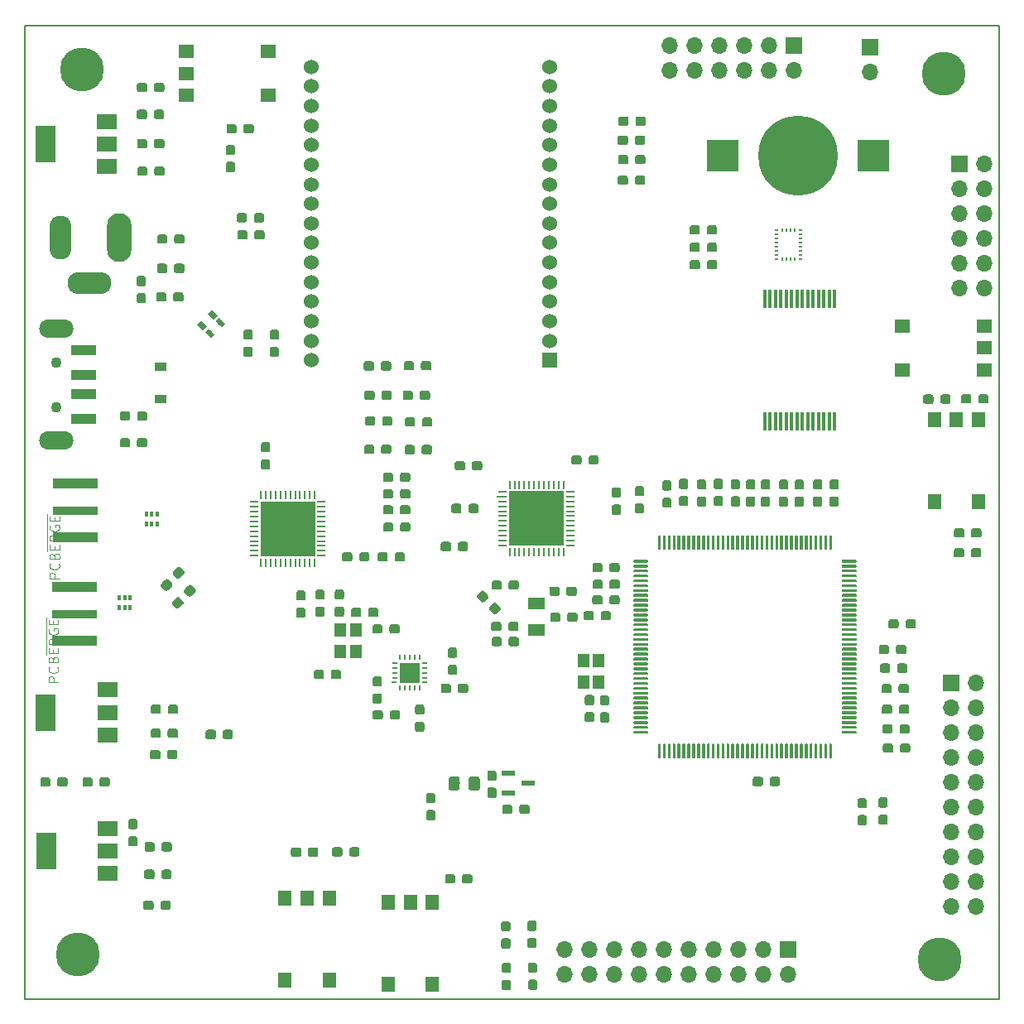
<source format=gts>
G04 #@! TF.GenerationSoftware,KiCad,Pcbnew,6.0.0-unknown-cbea514~86~ubuntu18.04.1*
G04 #@! TF.CreationDate,2019-06-13T15:59:29-05:00*
G04 #@! TF.ProjectId,power,706f7765-722e-46b6-9963-61645f706362,rev?*
G04 #@! TF.SameCoordinates,Original*
G04 #@! TF.FileFunction,Soldermask,Top*
G04 #@! TF.FilePolarity,Negative*
%FSLAX46Y46*%
G04 Gerber Fmt 4.6, Leading zero omitted, Abs format (unit mm)*
G04 Created by KiCad (PCBNEW 6.0.0-unknown-cbea514~86~ubuntu18.04.1) date 2019-06-13 15:59:29*
%MOMM*%
%LPD*%
G04 APERTURE LIST*
%ADD10C,0.150000*%
%ADD11C,0.050000*%
G04 #@! TA.AperFunction,NonConductor*
%ADD12C,0.000100*%
G04 #@! TD*
%ADD13O,4.500000X2.250000*%
%ADD14O,2.250000X4.500000*%
%ADD15O,2.500000X5.000000*%
%ADD16R,2.000000X1.500000*%
%ADD17R,2.000000X3.800000*%
%ADD18C,0.950000*%
%ADD19C,0.300000*%
%ADD20O,1.700000X1.700000*%
%ADD21R,1.700000X1.700000*%
%ADD22C,1.524000*%
%ADD23R,1.524000X1.524000*%
%ADD24R,5.588000X5.588000*%
%ADD25R,0.264800X0.807999*%
%ADD26R,0.807999X0.264800*%
%ADD27R,1.007999X0.264800*%
%ADD28R,0.380000X1.870000*%
%ADD29R,0.264800X0.907999*%
%ADD30R,1.198880X1.399540*%
%ADD31R,1.800000X1.200000*%
%ADD32R,0.260000X0.620000*%
%ADD33R,0.620000X0.260000*%
%ADD34R,2.000000X2.000000*%
%ADD35R,1.397000X1.600200*%
%ADD36R,1.600200X1.397000*%
%ADD37R,0.350000X0.230000*%
%ADD38R,0.230000X0.350000*%
%ADD39R,0.304800X0.508000*%
%ADD40R,1.320800X0.558800*%
%ADD41C,0.558800*%
%ADD42R,4.560000X0.850000*%
%ADD43R,4.560000X1.000000*%
%ADD44R,2.500000X1.100000*%
%ADD45O,3.500000X1.900000*%
%ADD46C,1.100000*%
%ADD47C,4.500000*%
%ADD48C,1.150000*%
%ADD49R,1.200000X0.900000*%
%ADD50R,3.200000X3.200000*%
%ADD51C,8.130000*%
G04 APERTURE END LIST*
D10*
X51272440Y-114810540D02*
X51272440Y-15240000D01*
X150876000Y-114810540D02*
X51272440Y-114810540D01*
X150876000Y-15240000D02*
X150876000Y-114808000D01*
X51272440Y-15240000D02*
X150876000Y-15240000D01*
G04 #@! TO.C,J8*
D11*
X54670590Y-82419076D02*
X53670590Y-82419076D01*
X53670590Y-82038124D01*
X53718210Y-81942886D01*
X53765829Y-81895267D01*
X53861067Y-81847648D01*
X54003924Y-81847648D01*
X54099162Y-81895267D01*
X54146781Y-81942886D01*
X54194400Y-82038124D01*
X54194400Y-82419076D01*
X54575352Y-80847648D02*
X54622971Y-80895267D01*
X54670590Y-81038124D01*
X54670590Y-81133362D01*
X54622971Y-81276219D01*
X54527733Y-81371457D01*
X54432495Y-81419076D01*
X54242019Y-81466695D01*
X54099162Y-81466695D01*
X53908686Y-81419076D01*
X53813448Y-81371457D01*
X53718210Y-81276219D01*
X53670590Y-81133362D01*
X53670590Y-81038124D01*
X53718210Y-80895267D01*
X53765829Y-80847648D01*
X54146781Y-80085743D02*
X54194400Y-79942886D01*
X54242019Y-79895267D01*
X54337257Y-79847648D01*
X54480114Y-79847648D01*
X54575352Y-79895267D01*
X54622971Y-79942886D01*
X54670590Y-80038124D01*
X54670590Y-80419076D01*
X53670590Y-80419076D01*
X53670590Y-80085743D01*
X53718210Y-79990505D01*
X53765829Y-79942886D01*
X53861067Y-79895267D01*
X53956305Y-79895267D01*
X54051543Y-79942886D01*
X54099162Y-79990505D01*
X54146781Y-80085743D01*
X54146781Y-80419076D01*
X53433210Y-79657171D02*
X53433210Y-78752410D01*
X54146781Y-79419076D02*
X54146781Y-79085743D01*
X54670590Y-78942886D02*
X54670590Y-79419076D01*
X53670590Y-79419076D01*
X53670590Y-78942886D01*
X53433210Y-78752410D02*
X53433210Y-77752410D01*
X54670590Y-78514314D02*
X53670590Y-78514314D01*
X53670590Y-78276219D01*
X53718210Y-78133362D01*
X53813448Y-78038124D01*
X53908686Y-77990505D01*
X54099162Y-77942886D01*
X54242019Y-77942886D01*
X54432495Y-77990505D01*
X54527733Y-78038124D01*
X54622971Y-78133362D01*
X54670590Y-78276219D01*
X54670590Y-78514314D01*
X53433210Y-77752410D02*
X53433210Y-76752410D01*
X53718210Y-76990505D02*
X53670590Y-77085743D01*
X53670590Y-77228600D01*
X53718210Y-77371457D01*
X53813448Y-77466695D01*
X53908686Y-77514314D01*
X54099162Y-77561933D01*
X54242019Y-77561933D01*
X54432495Y-77514314D01*
X54527733Y-77466695D01*
X54622971Y-77371457D01*
X54670590Y-77228600D01*
X54670590Y-77133362D01*
X54622971Y-76990505D01*
X54575352Y-76942886D01*
X54242019Y-76942886D01*
X54242019Y-77133362D01*
X53433210Y-76752410D02*
X53433210Y-75847648D01*
X54146781Y-76514314D02*
X54146781Y-76180981D01*
X54670590Y-76038124D02*
X54670590Y-76514314D01*
X53670590Y-76514314D01*
X53670590Y-76038124D01*
G04 #@! TO.C,J7*
X54777270Y-71836036D02*
X53777270Y-71836036D01*
X53777270Y-71455084D01*
X53824890Y-71359846D01*
X53872509Y-71312227D01*
X53967747Y-71264608D01*
X54110604Y-71264608D01*
X54205842Y-71312227D01*
X54253461Y-71359846D01*
X54301080Y-71455084D01*
X54301080Y-71836036D01*
X54682032Y-70264608D02*
X54729651Y-70312227D01*
X54777270Y-70455084D01*
X54777270Y-70550322D01*
X54729651Y-70693179D01*
X54634413Y-70788417D01*
X54539175Y-70836036D01*
X54348699Y-70883655D01*
X54205842Y-70883655D01*
X54015366Y-70836036D01*
X53920128Y-70788417D01*
X53824890Y-70693179D01*
X53777270Y-70550322D01*
X53777270Y-70455084D01*
X53824890Y-70312227D01*
X53872509Y-70264608D01*
X54253461Y-69502703D02*
X54301080Y-69359846D01*
X54348699Y-69312227D01*
X54443937Y-69264608D01*
X54586794Y-69264608D01*
X54682032Y-69312227D01*
X54729651Y-69359846D01*
X54777270Y-69455084D01*
X54777270Y-69836036D01*
X53777270Y-69836036D01*
X53777270Y-69502703D01*
X53824890Y-69407465D01*
X53872509Y-69359846D01*
X53967747Y-69312227D01*
X54062985Y-69312227D01*
X54158223Y-69359846D01*
X54205842Y-69407465D01*
X54253461Y-69502703D01*
X54253461Y-69836036D01*
X53539890Y-69074131D02*
X53539890Y-68169370D01*
X54253461Y-68836036D02*
X54253461Y-68502703D01*
X54777270Y-68359846D02*
X54777270Y-68836036D01*
X53777270Y-68836036D01*
X53777270Y-68359846D01*
X53539890Y-68169370D02*
X53539890Y-67169370D01*
X54777270Y-67931274D02*
X53777270Y-67931274D01*
X53777270Y-67693179D01*
X53824890Y-67550322D01*
X53920128Y-67455084D01*
X54015366Y-67407465D01*
X54205842Y-67359846D01*
X54348699Y-67359846D01*
X54539175Y-67407465D01*
X54634413Y-67455084D01*
X54729651Y-67550322D01*
X54777270Y-67693179D01*
X54777270Y-67931274D01*
X53539890Y-67169370D02*
X53539890Y-66169370D01*
X53824890Y-66407465D02*
X53777270Y-66502703D01*
X53777270Y-66645560D01*
X53824890Y-66788417D01*
X53920128Y-66883655D01*
X54015366Y-66931274D01*
X54205842Y-66978893D01*
X54348699Y-66978893D01*
X54539175Y-66931274D01*
X54634413Y-66883655D01*
X54729651Y-66788417D01*
X54777270Y-66645560D01*
X54777270Y-66550322D01*
X54729651Y-66407465D01*
X54682032Y-66359846D01*
X54348699Y-66359846D01*
X54348699Y-66550322D01*
X53539890Y-66169370D02*
X53539890Y-65264608D01*
X54253461Y-65931274D02*
X54253461Y-65597941D01*
X54777270Y-65455084D02*
X54777270Y-65931274D01*
X53777270Y-65931274D01*
X53777270Y-65455084D01*
D12*
G04 #@! TO.C,J2*
X56361200Y-41130600D02*
X59361200Y-41130600D01*
X56361200Y-42130600D02*
X56361200Y-41130600D01*
X59361200Y-42130600D02*
X56361200Y-42130600D01*
X59361200Y-41130600D02*
X59361200Y-42130600D01*
X54361200Y-38430600D02*
X54361200Y-35430600D01*
X55361200Y-38430600D02*
X54361200Y-38430600D01*
X55361200Y-35430600D02*
X55361200Y-38430600D01*
X54361200Y-35430600D02*
X55361200Y-35430600D01*
X60361200Y-38680600D02*
X60361200Y-35180600D01*
X61361200Y-38680600D02*
X60361200Y-38680600D01*
X61361200Y-35180600D02*
X61361200Y-38680600D01*
X60361200Y-35180600D02*
X61361200Y-35180600D01*
G04 #@! TD*
D13*
G04 #@! TO.C,J2*
X57861200Y-41630600D03*
D14*
X54861200Y-36930600D03*
D15*
X60861200Y-36930600D03*
G04 #@! TD*
D16*
G04 #@! TO.C,U3*
X59639200Y-29683740D03*
X59639200Y-25083740D03*
X59639200Y-27383740D03*
D17*
X53339200Y-27383740D03*
G04 #@! TD*
D16*
G04 #@! TO.C,U2*
X59723420Y-101987380D03*
X59723420Y-97387380D03*
X59723420Y-99687380D03*
D17*
X53423420Y-99687380D03*
G04 #@! TD*
D16*
G04 #@! TO.C,U1*
X59670080Y-87814180D03*
X59670080Y-83214180D03*
X59670080Y-85514180D03*
D17*
X53370080Y-85514180D03*
G04 #@! TD*
D10*
G04 #@! TO.C,C68*
G36*
X72385321Y-87298074D02*
G01*
X72465218Y-87356122D01*
X72514597Y-87441649D01*
X72526221Y-87515041D01*
X72526221Y-87990041D01*
X72505688Y-88086641D01*
X72447640Y-88166538D01*
X72362113Y-88215917D01*
X72288721Y-88227541D01*
X71713721Y-88227541D01*
X71617121Y-88207008D01*
X71537224Y-88148960D01*
X71487845Y-88063433D01*
X71476221Y-87990041D01*
X71476221Y-87515041D01*
X71496754Y-87418441D01*
X71554802Y-87338544D01*
X71640329Y-87289165D01*
X71713721Y-87277541D01*
X72288721Y-87277541D01*
X72385321Y-87298074D01*
X72385321Y-87298074D01*
G37*
D18*
X72001221Y-87752541D03*
D10*
G36*
X70635321Y-87298074D02*
G01*
X70715218Y-87356122D01*
X70764597Y-87441649D01*
X70776221Y-87515041D01*
X70776221Y-87990041D01*
X70755688Y-88086641D01*
X70697640Y-88166538D01*
X70612113Y-88215917D01*
X70538721Y-88227541D01*
X69963721Y-88227541D01*
X69867121Y-88207008D01*
X69787224Y-88148960D01*
X69737845Y-88063433D01*
X69726221Y-87990041D01*
X69726221Y-87515041D01*
X69746754Y-87418441D01*
X69804802Y-87338544D01*
X69890329Y-87289165D01*
X69963721Y-87277541D01*
X70538721Y-87277541D01*
X70635321Y-87298074D01*
X70635321Y-87298074D01*
G37*
D18*
X70251221Y-87752541D03*
G04 #@! TD*
D10*
G04 #@! TO.C,U5*
G36*
X116277033Y-67413467D02*
G01*
X116299000Y-67466500D01*
X116299000Y-68791500D01*
X116277033Y-68844533D01*
X116224000Y-68866500D01*
X116074000Y-68866500D01*
X116020967Y-68844533D01*
X115999000Y-68791500D01*
X115999000Y-67466500D01*
X116020967Y-67413467D01*
X116074000Y-67391500D01*
X116224000Y-67391500D01*
X116277033Y-67413467D01*
X116277033Y-67413467D01*
G37*
D19*
X116149000Y-68129000D03*
D10*
G36*
X116777033Y-67413467D02*
G01*
X116799000Y-67466500D01*
X116799000Y-68791500D01*
X116777033Y-68844533D01*
X116724000Y-68866500D01*
X116574000Y-68866500D01*
X116520967Y-68844533D01*
X116499000Y-68791500D01*
X116499000Y-67466500D01*
X116520967Y-67413467D01*
X116574000Y-67391500D01*
X116724000Y-67391500D01*
X116777033Y-67413467D01*
X116777033Y-67413467D01*
G37*
D19*
X116649000Y-68129000D03*
D10*
G36*
X117277033Y-67413467D02*
G01*
X117299000Y-67466500D01*
X117299000Y-68791500D01*
X117277033Y-68844533D01*
X117224000Y-68866500D01*
X117074000Y-68866500D01*
X117020967Y-68844533D01*
X116999000Y-68791500D01*
X116999000Y-67466500D01*
X117020967Y-67413467D01*
X117074000Y-67391500D01*
X117224000Y-67391500D01*
X117277033Y-67413467D01*
X117277033Y-67413467D01*
G37*
D19*
X117149000Y-68129000D03*
D10*
G36*
X117777033Y-67413467D02*
G01*
X117799000Y-67466500D01*
X117799000Y-68791500D01*
X117777033Y-68844533D01*
X117724000Y-68866500D01*
X117574000Y-68866500D01*
X117520967Y-68844533D01*
X117499000Y-68791500D01*
X117499000Y-67466500D01*
X117520967Y-67413467D01*
X117574000Y-67391500D01*
X117724000Y-67391500D01*
X117777033Y-67413467D01*
X117777033Y-67413467D01*
G37*
D19*
X117649000Y-68129000D03*
D10*
G36*
X118277033Y-67413467D02*
G01*
X118299000Y-67466500D01*
X118299000Y-68791500D01*
X118277033Y-68844533D01*
X118224000Y-68866500D01*
X118074000Y-68866500D01*
X118020967Y-68844533D01*
X117999000Y-68791500D01*
X117999000Y-67466500D01*
X118020967Y-67413467D01*
X118074000Y-67391500D01*
X118224000Y-67391500D01*
X118277033Y-67413467D01*
X118277033Y-67413467D01*
G37*
D19*
X118149000Y-68129000D03*
D10*
G36*
X118777033Y-67413467D02*
G01*
X118799000Y-67466500D01*
X118799000Y-68791500D01*
X118777033Y-68844533D01*
X118724000Y-68866500D01*
X118574000Y-68866500D01*
X118520967Y-68844533D01*
X118499000Y-68791500D01*
X118499000Y-67466500D01*
X118520967Y-67413467D01*
X118574000Y-67391500D01*
X118724000Y-67391500D01*
X118777033Y-67413467D01*
X118777033Y-67413467D01*
G37*
D19*
X118649000Y-68129000D03*
D10*
G36*
X119277033Y-67413467D02*
G01*
X119299000Y-67466500D01*
X119299000Y-68791500D01*
X119277033Y-68844533D01*
X119224000Y-68866500D01*
X119074000Y-68866500D01*
X119020967Y-68844533D01*
X118999000Y-68791500D01*
X118999000Y-67466500D01*
X119020967Y-67413467D01*
X119074000Y-67391500D01*
X119224000Y-67391500D01*
X119277033Y-67413467D01*
X119277033Y-67413467D01*
G37*
D19*
X119149000Y-68129000D03*
D10*
G36*
X119777033Y-67413467D02*
G01*
X119799000Y-67466500D01*
X119799000Y-68791500D01*
X119777033Y-68844533D01*
X119724000Y-68866500D01*
X119574000Y-68866500D01*
X119520967Y-68844533D01*
X119499000Y-68791500D01*
X119499000Y-67466500D01*
X119520967Y-67413467D01*
X119574000Y-67391500D01*
X119724000Y-67391500D01*
X119777033Y-67413467D01*
X119777033Y-67413467D01*
G37*
D19*
X119649000Y-68129000D03*
D10*
G36*
X120277033Y-67413467D02*
G01*
X120299000Y-67466500D01*
X120299000Y-68791500D01*
X120277033Y-68844533D01*
X120224000Y-68866500D01*
X120074000Y-68866500D01*
X120020967Y-68844533D01*
X119999000Y-68791500D01*
X119999000Y-67466500D01*
X120020967Y-67413467D01*
X120074000Y-67391500D01*
X120224000Y-67391500D01*
X120277033Y-67413467D01*
X120277033Y-67413467D01*
G37*
D19*
X120149000Y-68129000D03*
D10*
G36*
X120777033Y-67413467D02*
G01*
X120799000Y-67466500D01*
X120799000Y-68791500D01*
X120777033Y-68844533D01*
X120724000Y-68866500D01*
X120574000Y-68866500D01*
X120520967Y-68844533D01*
X120499000Y-68791500D01*
X120499000Y-67466500D01*
X120520967Y-67413467D01*
X120574000Y-67391500D01*
X120724000Y-67391500D01*
X120777033Y-67413467D01*
X120777033Y-67413467D01*
G37*
D19*
X120649000Y-68129000D03*
D10*
G36*
X121277033Y-67413467D02*
G01*
X121299000Y-67466500D01*
X121299000Y-68791500D01*
X121277033Y-68844533D01*
X121224000Y-68866500D01*
X121074000Y-68866500D01*
X121020967Y-68844533D01*
X120999000Y-68791500D01*
X120999000Y-67466500D01*
X121020967Y-67413467D01*
X121074000Y-67391500D01*
X121224000Y-67391500D01*
X121277033Y-67413467D01*
X121277033Y-67413467D01*
G37*
D19*
X121149000Y-68129000D03*
D10*
G36*
X121777033Y-67413467D02*
G01*
X121799000Y-67466500D01*
X121799000Y-68791500D01*
X121777033Y-68844533D01*
X121724000Y-68866500D01*
X121574000Y-68866500D01*
X121520967Y-68844533D01*
X121499000Y-68791500D01*
X121499000Y-67466500D01*
X121520967Y-67413467D01*
X121574000Y-67391500D01*
X121724000Y-67391500D01*
X121777033Y-67413467D01*
X121777033Y-67413467D01*
G37*
D19*
X121649000Y-68129000D03*
D10*
G36*
X122277033Y-67413467D02*
G01*
X122299000Y-67466500D01*
X122299000Y-68791500D01*
X122277033Y-68844533D01*
X122224000Y-68866500D01*
X122074000Y-68866500D01*
X122020967Y-68844533D01*
X121999000Y-68791500D01*
X121999000Y-67466500D01*
X122020967Y-67413467D01*
X122074000Y-67391500D01*
X122224000Y-67391500D01*
X122277033Y-67413467D01*
X122277033Y-67413467D01*
G37*
D19*
X122149000Y-68129000D03*
D10*
G36*
X122777033Y-67413467D02*
G01*
X122799000Y-67466500D01*
X122799000Y-68791500D01*
X122777033Y-68844533D01*
X122724000Y-68866500D01*
X122574000Y-68866500D01*
X122520967Y-68844533D01*
X122499000Y-68791500D01*
X122499000Y-67466500D01*
X122520967Y-67413467D01*
X122574000Y-67391500D01*
X122724000Y-67391500D01*
X122777033Y-67413467D01*
X122777033Y-67413467D01*
G37*
D19*
X122649000Y-68129000D03*
D10*
G36*
X123277033Y-67413467D02*
G01*
X123299000Y-67466500D01*
X123299000Y-68791500D01*
X123277033Y-68844533D01*
X123224000Y-68866500D01*
X123074000Y-68866500D01*
X123020967Y-68844533D01*
X122999000Y-68791500D01*
X122999000Y-67466500D01*
X123020967Y-67413467D01*
X123074000Y-67391500D01*
X123224000Y-67391500D01*
X123277033Y-67413467D01*
X123277033Y-67413467D01*
G37*
D19*
X123149000Y-68129000D03*
D10*
G36*
X123777033Y-67413467D02*
G01*
X123799000Y-67466500D01*
X123799000Y-68791500D01*
X123777033Y-68844533D01*
X123724000Y-68866500D01*
X123574000Y-68866500D01*
X123520967Y-68844533D01*
X123499000Y-68791500D01*
X123499000Y-67466500D01*
X123520967Y-67413467D01*
X123574000Y-67391500D01*
X123724000Y-67391500D01*
X123777033Y-67413467D01*
X123777033Y-67413467D01*
G37*
D19*
X123649000Y-68129000D03*
D10*
G36*
X124277033Y-67413467D02*
G01*
X124299000Y-67466500D01*
X124299000Y-68791500D01*
X124277033Y-68844533D01*
X124224000Y-68866500D01*
X124074000Y-68866500D01*
X124020967Y-68844533D01*
X123999000Y-68791500D01*
X123999000Y-67466500D01*
X124020967Y-67413467D01*
X124074000Y-67391500D01*
X124224000Y-67391500D01*
X124277033Y-67413467D01*
X124277033Y-67413467D01*
G37*
D19*
X124149000Y-68129000D03*
D10*
G36*
X124777033Y-67413467D02*
G01*
X124799000Y-67466500D01*
X124799000Y-68791500D01*
X124777033Y-68844533D01*
X124724000Y-68866500D01*
X124574000Y-68866500D01*
X124520967Y-68844533D01*
X124499000Y-68791500D01*
X124499000Y-67466500D01*
X124520967Y-67413467D01*
X124574000Y-67391500D01*
X124724000Y-67391500D01*
X124777033Y-67413467D01*
X124777033Y-67413467D01*
G37*
D19*
X124649000Y-68129000D03*
D10*
G36*
X125277033Y-67413467D02*
G01*
X125299000Y-67466500D01*
X125299000Y-68791500D01*
X125277033Y-68844533D01*
X125224000Y-68866500D01*
X125074000Y-68866500D01*
X125020967Y-68844533D01*
X124999000Y-68791500D01*
X124999000Y-67466500D01*
X125020967Y-67413467D01*
X125074000Y-67391500D01*
X125224000Y-67391500D01*
X125277033Y-67413467D01*
X125277033Y-67413467D01*
G37*
D19*
X125149000Y-68129000D03*
D10*
G36*
X125777033Y-67413467D02*
G01*
X125799000Y-67466500D01*
X125799000Y-68791500D01*
X125777033Y-68844533D01*
X125724000Y-68866500D01*
X125574000Y-68866500D01*
X125520967Y-68844533D01*
X125499000Y-68791500D01*
X125499000Y-67466500D01*
X125520967Y-67413467D01*
X125574000Y-67391500D01*
X125724000Y-67391500D01*
X125777033Y-67413467D01*
X125777033Y-67413467D01*
G37*
D19*
X125649000Y-68129000D03*
D10*
G36*
X126277033Y-67413467D02*
G01*
X126299000Y-67466500D01*
X126299000Y-68791500D01*
X126277033Y-68844533D01*
X126224000Y-68866500D01*
X126074000Y-68866500D01*
X126020967Y-68844533D01*
X125999000Y-68791500D01*
X125999000Y-67466500D01*
X126020967Y-67413467D01*
X126074000Y-67391500D01*
X126224000Y-67391500D01*
X126277033Y-67413467D01*
X126277033Y-67413467D01*
G37*
D19*
X126149000Y-68129000D03*
D10*
G36*
X126777033Y-67413467D02*
G01*
X126799000Y-67466500D01*
X126799000Y-68791500D01*
X126777033Y-68844533D01*
X126724000Y-68866500D01*
X126574000Y-68866500D01*
X126520967Y-68844533D01*
X126499000Y-68791500D01*
X126499000Y-67466500D01*
X126520967Y-67413467D01*
X126574000Y-67391500D01*
X126724000Y-67391500D01*
X126777033Y-67413467D01*
X126777033Y-67413467D01*
G37*
D19*
X126649000Y-68129000D03*
D10*
G36*
X127277033Y-67413467D02*
G01*
X127299000Y-67466500D01*
X127299000Y-68791500D01*
X127277033Y-68844533D01*
X127224000Y-68866500D01*
X127074000Y-68866500D01*
X127020967Y-68844533D01*
X126999000Y-68791500D01*
X126999000Y-67466500D01*
X127020967Y-67413467D01*
X127074000Y-67391500D01*
X127224000Y-67391500D01*
X127277033Y-67413467D01*
X127277033Y-67413467D01*
G37*
D19*
X127149000Y-68129000D03*
D10*
G36*
X127777033Y-67413467D02*
G01*
X127799000Y-67466500D01*
X127799000Y-68791500D01*
X127777033Y-68844533D01*
X127724000Y-68866500D01*
X127574000Y-68866500D01*
X127520967Y-68844533D01*
X127499000Y-68791500D01*
X127499000Y-67466500D01*
X127520967Y-67413467D01*
X127574000Y-67391500D01*
X127724000Y-67391500D01*
X127777033Y-67413467D01*
X127777033Y-67413467D01*
G37*
D19*
X127649000Y-68129000D03*
D10*
G36*
X128277033Y-67413467D02*
G01*
X128299000Y-67466500D01*
X128299000Y-68791500D01*
X128277033Y-68844533D01*
X128224000Y-68866500D01*
X128074000Y-68866500D01*
X128020967Y-68844533D01*
X127999000Y-68791500D01*
X127999000Y-67466500D01*
X128020967Y-67413467D01*
X128074000Y-67391500D01*
X128224000Y-67391500D01*
X128277033Y-67413467D01*
X128277033Y-67413467D01*
G37*
D19*
X128149000Y-68129000D03*
D10*
G36*
X128777033Y-67413467D02*
G01*
X128799000Y-67466500D01*
X128799000Y-68791500D01*
X128777033Y-68844533D01*
X128724000Y-68866500D01*
X128574000Y-68866500D01*
X128520967Y-68844533D01*
X128499000Y-68791500D01*
X128499000Y-67466500D01*
X128520967Y-67413467D01*
X128574000Y-67391500D01*
X128724000Y-67391500D01*
X128777033Y-67413467D01*
X128777033Y-67413467D01*
G37*
D19*
X128649000Y-68129000D03*
D10*
G36*
X129277033Y-67413467D02*
G01*
X129299000Y-67466500D01*
X129299000Y-68791500D01*
X129277033Y-68844533D01*
X129224000Y-68866500D01*
X129074000Y-68866500D01*
X129020967Y-68844533D01*
X128999000Y-68791500D01*
X128999000Y-67466500D01*
X129020967Y-67413467D01*
X129074000Y-67391500D01*
X129224000Y-67391500D01*
X129277033Y-67413467D01*
X129277033Y-67413467D01*
G37*
D19*
X129149000Y-68129000D03*
D10*
G36*
X129777033Y-67413467D02*
G01*
X129799000Y-67466500D01*
X129799000Y-68791500D01*
X129777033Y-68844533D01*
X129724000Y-68866500D01*
X129574000Y-68866500D01*
X129520967Y-68844533D01*
X129499000Y-68791500D01*
X129499000Y-67466500D01*
X129520967Y-67413467D01*
X129574000Y-67391500D01*
X129724000Y-67391500D01*
X129777033Y-67413467D01*
X129777033Y-67413467D01*
G37*
D19*
X129649000Y-68129000D03*
D10*
G36*
X130277033Y-67413467D02*
G01*
X130299000Y-67466500D01*
X130299000Y-68791500D01*
X130277033Y-68844533D01*
X130224000Y-68866500D01*
X130074000Y-68866500D01*
X130020967Y-68844533D01*
X129999000Y-68791500D01*
X129999000Y-67466500D01*
X130020967Y-67413467D01*
X130074000Y-67391500D01*
X130224000Y-67391500D01*
X130277033Y-67413467D01*
X130277033Y-67413467D01*
G37*
D19*
X130149000Y-68129000D03*
D10*
G36*
X130777033Y-67413467D02*
G01*
X130799000Y-67466500D01*
X130799000Y-68791500D01*
X130777033Y-68844533D01*
X130724000Y-68866500D01*
X130574000Y-68866500D01*
X130520967Y-68844533D01*
X130499000Y-68791500D01*
X130499000Y-67466500D01*
X130520967Y-67413467D01*
X130574000Y-67391500D01*
X130724000Y-67391500D01*
X130777033Y-67413467D01*
X130777033Y-67413467D01*
G37*
D19*
X130649000Y-68129000D03*
D10*
G36*
X131277033Y-67413467D02*
G01*
X131299000Y-67466500D01*
X131299000Y-68791500D01*
X131277033Y-68844533D01*
X131224000Y-68866500D01*
X131074000Y-68866500D01*
X131020967Y-68844533D01*
X130999000Y-68791500D01*
X130999000Y-67466500D01*
X131020967Y-67413467D01*
X131074000Y-67391500D01*
X131224000Y-67391500D01*
X131277033Y-67413467D01*
X131277033Y-67413467D01*
G37*
D19*
X131149000Y-68129000D03*
D10*
G36*
X131777033Y-67413467D02*
G01*
X131799000Y-67466500D01*
X131799000Y-68791500D01*
X131777033Y-68844533D01*
X131724000Y-68866500D01*
X131574000Y-68866500D01*
X131520967Y-68844533D01*
X131499000Y-68791500D01*
X131499000Y-67466500D01*
X131520967Y-67413467D01*
X131574000Y-67391500D01*
X131724000Y-67391500D01*
X131777033Y-67413467D01*
X131777033Y-67413467D01*
G37*
D19*
X131649000Y-68129000D03*
D10*
G36*
X132277033Y-67413467D02*
G01*
X132299000Y-67466500D01*
X132299000Y-68791500D01*
X132277033Y-68844533D01*
X132224000Y-68866500D01*
X132074000Y-68866500D01*
X132020967Y-68844533D01*
X131999000Y-68791500D01*
X131999000Y-67466500D01*
X132020967Y-67413467D01*
X132074000Y-67391500D01*
X132224000Y-67391500D01*
X132277033Y-67413467D01*
X132277033Y-67413467D01*
G37*
D19*
X132149000Y-68129000D03*
D10*
G36*
X132777033Y-67413467D02*
G01*
X132799000Y-67466500D01*
X132799000Y-68791500D01*
X132777033Y-68844533D01*
X132724000Y-68866500D01*
X132574000Y-68866500D01*
X132520967Y-68844533D01*
X132499000Y-68791500D01*
X132499000Y-67466500D01*
X132520967Y-67413467D01*
X132574000Y-67391500D01*
X132724000Y-67391500D01*
X132777033Y-67413467D01*
X132777033Y-67413467D01*
G37*
D19*
X132649000Y-68129000D03*
D10*
G36*
X133277033Y-67413467D02*
G01*
X133299000Y-67466500D01*
X133299000Y-68791500D01*
X133277033Y-68844533D01*
X133224000Y-68866500D01*
X133074000Y-68866500D01*
X133020967Y-68844533D01*
X132999000Y-68791500D01*
X132999000Y-67466500D01*
X133020967Y-67413467D01*
X133074000Y-67391500D01*
X133224000Y-67391500D01*
X133277033Y-67413467D01*
X133277033Y-67413467D01*
G37*
D19*
X133149000Y-68129000D03*
D10*
G36*
X133777033Y-67413467D02*
G01*
X133799000Y-67466500D01*
X133799000Y-68791500D01*
X133777033Y-68844533D01*
X133724000Y-68866500D01*
X133574000Y-68866500D01*
X133520967Y-68844533D01*
X133499000Y-68791500D01*
X133499000Y-67466500D01*
X133520967Y-67413467D01*
X133574000Y-67391500D01*
X133724000Y-67391500D01*
X133777033Y-67413467D01*
X133777033Y-67413467D01*
G37*
D19*
X133649000Y-68129000D03*
D10*
G36*
X136277033Y-69913467D02*
G01*
X136299000Y-69966500D01*
X136299000Y-70116500D01*
X136277033Y-70169533D01*
X136224000Y-70191500D01*
X134899000Y-70191500D01*
X134845967Y-70169533D01*
X134824000Y-70116500D01*
X134824000Y-69966500D01*
X134845967Y-69913467D01*
X134899000Y-69891500D01*
X136224000Y-69891500D01*
X136277033Y-69913467D01*
X136277033Y-69913467D01*
G37*
D19*
X135561500Y-70041500D03*
D10*
G36*
X136277033Y-70413467D02*
G01*
X136299000Y-70466500D01*
X136299000Y-70616500D01*
X136277033Y-70669533D01*
X136224000Y-70691500D01*
X134899000Y-70691500D01*
X134845967Y-70669533D01*
X134824000Y-70616500D01*
X134824000Y-70466500D01*
X134845967Y-70413467D01*
X134899000Y-70391500D01*
X136224000Y-70391500D01*
X136277033Y-70413467D01*
X136277033Y-70413467D01*
G37*
D19*
X135561500Y-70541500D03*
D10*
G36*
X136277033Y-70913467D02*
G01*
X136299000Y-70966500D01*
X136299000Y-71116500D01*
X136277033Y-71169533D01*
X136224000Y-71191500D01*
X134899000Y-71191500D01*
X134845967Y-71169533D01*
X134824000Y-71116500D01*
X134824000Y-70966500D01*
X134845967Y-70913467D01*
X134899000Y-70891500D01*
X136224000Y-70891500D01*
X136277033Y-70913467D01*
X136277033Y-70913467D01*
G37*
D19*
X135561500Y-71041500D03*
D10*
G36*
X136277033Y-71413467D02*
G01*
X136299000Y-71466500D01*
X136299000Y-71616500D01*
X136277033Y-71669533D01*
X136224000Y-71691500D01*
X134899000Y-71691500D01*
X134845967Y-71669533D01*
X134824000Y-71616500D01*
X134824000Y-71466500D01*
X134845967Y-71413467D01*
X134899000Y-71391500D01*
X136224000Y-71391500D01*
X136277033Y-71413467D01*
X136277033Y-71413467D01*
G37*
D19*
X135561500Y-71541500D03*
D10*
G36*
X136277033Y-71913467D02*
G01*
X136299000Y-71966500D01*
X136299000Y-72116500D01*
X136277033Y-72169533D01*
X136224000Y-72191500D01*
X134899000Y-72191500D01*
X134845967Y-72169533D01*
X134824000Y-72116500D01*
X134824000Y-71966500D01*
X134845967Y-71913467D01*
X134899000Y-71891500D01*
X136224000Y-71891500D01*
X136277033Y-71913467D01*
X136277033Y-71913467D01*
G37*
D19*
X135561500Y-72041500D03*
D10*
G36*
X136277033Y-72413467D02*
G01*
X136299000Y-72466500D01*
X136299000Y-72616500D01*
X136277033Y-72669533D01*
X136224000Y-72691500D01*
X134899000Y-72691500D01*
X134845967Y-72669533D01*
X134824000Y-72616500D01*
X134824000Y-72466500D01*
X134845967Y-72413467D01*
X134899000Y-72391500D01*
X136224000Y-72391500D01*
X136277033Y-72413467D01*
X136277033Y-72413467D01*
G37*
D19*
X135561500Y-72541500D03*
D10*
G36*
X136277033Y-72913467D02*
G01*
X136299000Y-72966500D01*
X136299000Y-73116500D01*
X136277033Y-73169533D01*
X136224000Y-73191500D01*
X134899000Y-73191500D01*
X134845967Y-73169533D01*
X134824000Y-73116500D01*
X134824000Y-72966500D01*
X134845967Y-72913467D01*
X134899000Y-72891500D01*
X136224000Y-72891500D01*
X136277033Y-72913467D01*
X136277033Y-72913467D01*
G37*
D19*
X135561500Y-73041500D03*
D10*
G36*
X136277033Y-73413467D02*
G01*
X136299000Y-73466500D01*
X136299000Y-73616500D01*
X136277033Y-73669533D01*
X136224000Y-73691500D01*
X134899000Y-73691500D01*
X134845967Y-73669533D01*
X134824000Y-73616500D01*
X134824000Y-73466500D01*
X134845967Y-73413467D01*
X134899000Y-73391500D01*
X136224000Y-73391500D01*
X136277033Y-73413467D01*
X136277033Y-73413467D01*
G37*
D19*
X135561500Y-73541500D03*
D10*
G36*
X136277033Y-73913467D02*
G01*
X136299000Y-73966500D01*
X136299000Y-74116500D01*
X136277033Y-74169533D01*
X136224000Y-74191500D01*
X134899000Y-74191500D01*
X134845967Y-74169533D01*
X134824000Y-74116500D01*
X134824000Y-73966500D01*
X134845967Y-73913467D01*
X134899000Y-73891500D01*
X136224000Y-73891500D01*
X136277033Y-73913467D01*
X136277033Y-73913467D01*
G37*
D19*
X135561500Y-74041500D03*
D10*
G36*
X136277033Y-74413467D02*
G01*
X136299000Y-74466500D01*
X136299000Y-74616500D01*
X136277033Y-74669533D01*
X136224000Y-74691500D01*
X134899000Y-74691500D01*
X134845967Y-74669533D01*
X134824000Y-74616500D01*
X134824000Y-74466500D01*
X134845967Y-74413467D01*
X134899000Y-74391500D01*
X136224000Y-74391500D01*
X136277033Y-74413467D01*
X136277033Y-74413467D01*
G37*
D19*
X135561500Y-74541500D03*
D10*
G36*
X136277033Y-74913467D02*
G01*
X136299000Y-74966500D01*
X136299000Y-75116500D01*
X136277033Y-75169533D01*
X136224000Y-75191500D01*
X134899000Y-75191500D01*
X134845967Y-75169533D01*
X134824000Y-75116500D01*
X134824000Y-74966500D01*
X134845967Y-74913467D01*
X134899000Y-74891500D01*
X136224000Y-74891500D01*
X136277033Y-74913467D01*
X136277033Y-74913467D01*
G37*
D19*
X135561500Y-75041500D03*
D10*
G36*
X136277033Y-75413467D02*
G01*
X136299000Y-75466500D01*
X136299000Y-75616500D01*
X136277033Y-75669533D01*
X136224000Y-75691500D01*
X134899000Y-75691500D01*
X134845967Y-75669533D01*
X134824000Y-75616500D01*
X134824000Y-75466500D01*
X134845967Y-75413467D01*
X134899000Y-75391500D01*
X136224000Y-75391500D01*
X136277033Y-75413467D01*
X136277033Y-75413467D01*
G37*
D19*
X135561500Y-75541500D03*
D10*
G36*
X136277033Y-75913467D02*
G01*
X136299000Y-75966500D01*
X136299000Y-76116500D01*
X136277033Y-76169533D01*
X136224000Y-76191500D01*
X134899000Y-76191500D01*
X134845967Y-76169533D01*
X134824000Y-76116500D01*
X134824000Y-75966500D01*
X134845967Y-75913467D01*
X134899000Y-75891500D01*
X136224000Y-75891500D01*
X136277033Y-75913467D01*
X136277033Y-75913467D01*
G37*
D19*
X135561500Y-76041500D03*
D10*
G36*
X136277033Y-76413467D02*
G01*
X136299000Y-76466500D01*
X136299000Y-76616500D01*
X136277033Y-76669533D01*
X136224000Y-76691500D01*
X134899000Y-76691500D01*
X134845967Y-76669533D01*
X134824000Y-76616500D01*
X134824000Y-76466500D01*
X134845967Y-76413467D01*
X134899000Y-76391500D01*
X136224000Y-76391500D01*
X136277033Y-76413467D01*
X136277033Y-76413467D01*
G37*
D19*
X135561500Y-76541500D03*
D10*
G36*
X136277033Y-76913467D02*
G01*
X136299000Y-76966500D01*
X136299000Y-77116500D01*
X136277033Y-77169533D01*
X136224000Y-77191500D01*
X134899000Y-77191500D01*
X134845967Y-77169533D01*
X134824000Y-77116500D01*
X134824000Y-76966500D01*
X134845967Y-76913467D01*
X134899000Y-76891500D01*
X136224000Y-76891500D01*
X136277033Y-76913467D01*
X136277033Y-76913467D01*
G37*
D19*
X135561500Y-77041500D03*
D10*
G36*
X136277033Y-77413467D02*
G01*
X136299000Y-77466500D01*
X136299000Y-77616500D01*
X136277033Y-77669533D01*
X136224000Y-77691500D01*
X134899000Y-77691500D01*
X134845967Y-77669533D01*
X134824000Y-77616500D01*
X134824000Y-77466500D01*
X134845967Y-77413467D01*
X134899000Y-77391500D01*
X136224000Y-77391500D01*
X136277033Y-77413467D01*
X136277033Y-77413467D01*
G37*
D19*
X135561500Y-77541500D03*
D10*
G36*
X136277033Y-77913467D02*
G01*
X136299000Y-77966500D01*
X136299000Y-78116500D01*
X136277033Y-78169533D01*
X136224000Y-78191500D01*
X134899000Y-78191500D01*
X134845967Y-78169533D01*
X134824000Y-78116500D01*
X134824000Y-77966500D01*
X134845967Y-77913467D01*
X134899000Y-77891500D01*
X136224000Y-77891500D01*
X136277033Y-77913467D01*
X136277033Y-77913467D01*
G37*
D19*
X135561500Y-78041500D03*
D10*
G36*
X136277033Y-78413467D02*
G01*
X136299000Y-78466500D01*
X136299000Y-78616500D01*
X136277033Y-78669533D01*
X136224000Y-78691500D01*
X134899000Y-78691500D01*
X134845967Y-78669533D01*
X134824000Y-78616500D01*
X134824000Y-78466500D01*
X134845967Y-78413467D01*
X134899000Y-78391500D01*
X136224000Y-78391500D01*
X136277033Y-78413467D01*
X136277033Y-78413467D01*
G37*
D19*
X135561500Y-78541500D03*
D10*
G36*
X136277033Y-78913467D02*
G01*
X136299000Y-78966500D01*
X136299000Y-79116500D01*
X136277033Y-79169533D01*
X136224000Y-79191500D01*
X134899000Y-79191500D01*
X134845967Y-79169533D01*
X134824000Y-79116500D01*
X134824000Y-78966500D01*
X134845967Y-78913467D01*
X134899000Y-78891500D01*
X136224000Y-78891500D01*
X136277033Y-78913467D01*
X136277033Y-78913467D01*
G37*
D19*
X135561500Y-79041500D03*
D10*
G36*
X136277033Y-79413467D02*
G01*
X136299000Y-79466500D01*
X136299000Y-79616500D01*
X136277033Y-79669533D01*
X136224000Y-79691500D01*
X134899000Y-79691500D01*
X134845967Y-79669533D01*
X134824000Y-79616500D01*
X134824000Y-79466500D01*
X134845967Y-79413467D01*
X134899000Y-79391500D01*
X136224000Y-79391500D01*
X136277033Y-79413467D01*
X136277033Y-79413467D01*
G37*
D19*
X135561500Y-79541500D03*
D10*
G36*
X136277033Y-79913467D02*
G01*
X136299000Y-79966500D01*
X136299000Y-80116500D01*
X136277033Y-80169533D01*
X136224000Y-80191500D01*
X134899000Y-80191500D01*
X134845967Y-80169533D01*
X134824000Y-80116500D01*
X134824000Y-79966500D01*
X134845967Y-79913467D01*
X134899000Y-79891500D01*
X136224000Y-79891500D01*
X136277033Y-79913467D01*
X136277033Y-79913467D01*
G37*
D19*
X135561500Y-80041500D03*
D10*
G36*
X136277033Y-80413467D02*
G01*
X136299000Y-80466500D01*
X136299000Y-80616500D01*
X136277033Y-80669533D01*
X136224000Y-80691500D01*
X134899000Y-80691500D01*
X134845967Y-80669533D01*
X134824000Y-80616500D01*
X134824000Y-80466500D01*
X134845967Y-80413467D01*
X134899000Y-80391500D01*
X136224000Y-80391500D01*
X136277033Y-80413467D01*
X136277033Y-80413467D01*
G37*
D19*
X135561500Y-80541500D03*
D10*
G36*
X136277033Y-80913467D02*
G01*
X136299000Y-80966500D01*
X136299000Y-81116500D01*
X136277033Y-81169533D01*
X136224000Y-81191500D01*
X134899000Y-81191500D01*
X134845967Y-81169533D01*
X134824000Y-81116500D01*
X134824000Y-80966500D01*
X134845967Y-80913467D01*
X134899000Y-80891500D01*
X136224000Y-80891500D01*
X136277033Y-80913467D01*
X136277033Y-80913467D01*
G37*
D19*
X135561500Y-81041500D03*
D10*
G36*
X136277033Y-81413467D02*
G01*
X136299000Y-81466500D01*
X136299000Y-81616500D01*
X136277033Y-81669533D01*
X136224000Y-81691500D01*
X134899000Y-81691500D01*
X134845967Y-81669533D01*
X134824000Y-81616500D01*
X134824000Y-81466500D01*
X134845967Y-81413467D01*
X134899000Y-81391500D01*
X136224000Y-81391500D01*
X136277033Y-81413467D01*
X136277033Y-81413467D01*
G37*
D19*
X135561500Y-81541500D03*
D10*
G36*
X136277033Y-81913467D02*
G01*
X136299000Y-81966500D01*
X136299000Y-82116500D01*
X136277033Y-82169533D01*
X136224000Y-82191500D01*
X134899000Y-82191500D01*
X134845967Y-82169533D01*
X134824000Y-82116500D01*
X134824000Y-81966500D01*
X134845967Y-81913467D01*
X134899000Y-81891500D01*
X136224000Y-81891500D01*
X136277033Y-81913467D01*
X136277033Y-81913467D01*
G37*
D19*
X135561500Y-82041500D03*
D10*
G36*
X136277033Y-82413467D02*
G01*
X136299000Y-82466500D01*
X136299000Y-82616500D01*
X136277033Y-82669533D01*
X136224000Y-82691500D01*
X134899000Y-82691500D01*
X134845967Y-82669533D01*
X134824000Y-82616500D01*
X134824000Y-82466500D01*
X134845967Y-82413467D01*
X134899000Y-82391500D01*
X136224000Y-82391500D01*
X136277033Y-82413467D01*
X136277033Y-82413467D01*
G37*
D19*
X135561500Y-82541500D03*
D10*
G36*
X136277033Y-82913467D02*
G01*
X136299000Y-82966500D01*
X136299000Y-83116500D01*
X136277033Y-83169533D01*
X136224000Y-83191500D01*
X134899000Y-83191500D01*
X134845967Y-83169533D01*
X134824000Y-83116500D01*
X134824000Y-82966500D01*
X134845967Y-82913467D01*
X134899000Y-82891500D01*
X136224000Y-82891500D01*
X136277033Y-82913467D01*
X136277033Y-82913467D01*
G37*
D19*
X135561500Y-83041500D03*
D10*
G36*
X136277033Y-83413467D02*
G01*
X136299000Y-83466500D01*
X136299000Y-83616500D01*
X136277033Y-83669533D01*
X136224000Y-83691500D01*
X134899000Y-83691500D01*
X134845967Y-83669533D01*
X134824000Y-83616500D01*
X134824000Y-83466500D01*
X134845967Y-83413467D01*
X134899000Y-83391500D01*
X136224000Y-83391500D01*
X136277033Y-83413467D01*
X136277033Y-83413467D01*
G37*
D19*
X135561500Y-83541500D03*
D10*
G36*
X136277033Y-83913467D02*
G01*
X136299000Y-83966500D01*
X136299000Y-84116500D01*
X136277033Y-84169533D01*
X136224000Y-84191500D01*
X134899000Y-84191500D01*
X134845967Y-84169533D01*
X134824000Y-84116500D01*
X134824000Y-83966500D01*
X134845967Y-83913467D01*
X134899000Y-83891500D01*
X136224000Y-83891500D01*
X136277033Y-83913467D01*
X136277033Y-83913467D01*
G37*
D19*
X135561500Y-84041500D03*
D10*
G36*
X136277033Y-84413467D02*
G01*
X136299000Y-84466500D01*
X136299000Y-84616500D01*
X136277033Y-84669533D01*
X136224000Y-84691500D01*
X134899000Y-84691500D01*
X134845967Y-84669533D01*
X134824000Y-84616500D01*
X134824000Y-84466500D01*
X134845967Y-84413467D01*
X134899000Y-84391500D01*
X136224000Y-84391500D01*
X136277033Y-84413467D01*
X136277033Y-84413467D01*
G37*
D19*
X135561500Y-84541500D03*
D10*
G36*
X136277033Y-84913467D02*
G01*
X136299000Y-84966500D01*
X136299000Y-85116500D01*
X136277033Y-85169533D01*
X136224000Y-85191500D01*
X134899000Y-85191500D01*
X134845967Y-85169533D01*
X134824000Y-85116500D01*
X134824000Y-84966500D01*
X134845967Y-84913467D01*
X134899000Y-84891500D01*
X136224000Y-84891500D01*
X136277033Y-84913467D01*
X136277033Y-84913467D01*
G37*
D19*
X135561500Y-85041500D03*
D10*
G36*
X136277033Y-85413467D02*
G01*
X136299000Y-85466500D01*
X136299000Y-85616500D01*
X136277033Y-85669533D01*
X136224000Y-85691500D01*
X134899000Y-85691500D01*
X134845967Y-85669533D01*
X134824000Y-85616500D01*
X134824000Y-85466500D01*
X134845967Y-85413467D01*
X134899000Y-85391500D01*
X136224000Y-85391500D01*
X136277033Y-85413467D01*
X136277033Y-85413467D01*
G37*
D19*
X135561500Y-85541500D03*
D10*
G36*
X136277033Y-85913467D02*
G01*
X136299000Y-85966500D01*
X136299000Y-86116500D01*
X136277033Y-86169533D01*
X136224000Y-86191500D01*
X134899000Y-86191500D01*
X134845967Y-86169533D01*
X134824000Y-86116500D01*
X134824000Y-85966500D01*
X134845967Y-85913467D01*
X134899000Y-85891500D01*
X136224000Y-85891500D01*
X136277033Y-85913467D01*
X136277033Y-85913467D01*
G37*
D19*
X135561500Y-86041500D03*
D10*
G36*
X136277033Y-86413467D02*
G01*
X136299000Y-86466500D01*
X136299000Y-86616500D01*
X136277033Y-86669533D01*
X136224000Y-86691500D01*
X134899000Y-86691500D01*
X134845967Y-86669533D01*
X134824000Y-86616500D01*
X134824000Y-86466500D01*
X134845967Y-86413467D01*
X134899000Y-86391500D01*
X136224000Y-86391500D01*
X136277033Y-86413467D01*
X136277033Y-86413467D01*
G37*
D19*
X135561500Y-86541500D03*
D10*
G36*
X136277033Y-86913467D02*
G01*
X136299000Y-86966500D01*
X136299000Y-87116500D01*
X136277033Y-87169533D01*
X136224000Y-87191500D01*
X134899000Y-87191500D01*
X134845967Y-87169533D01*
X134824000Y-87116500D01*
X134824000Y-86966500D01*
X134845967Y-86913467D01*
X134899000Y-86891500D01*
X136224000Y-86891500D01*
X136277033Y-86913467D01*
X136277033Y-86913467D01*
G37*
D19*
X135561500Y-87041500D03*
D10*
G36*
X136277033Y-87413467D02*
G01*
X136299000Y-87466500D01*
X136299000Y-87616500D01*
X136277033Y-87669533D01*
X136224000Y-87691500D01*
X134899000Y-87691500D01*
X134845967Y-87669533D01*
X134824000Y-87616500D01*
X134824000Y-87466500D01*
X134845967Y-87413467D01*
X134899000Y-87391500D01*
X136224000Y-87391500D01*
X136277033Y-87413467D01*
X136277033Y-87413467D01*
G37*
D19*
X135561500Y-87541500D03*
D10*
G36*
X133777033Y-88738467D02*
G01*
X133799000Y-88791500D01*
X133799000Y-90116500D01*
X133777033Y-90169533D01*
X133724000Y-90191500D01*
X133574000Y-90191500D01*
X133520967Y-90169533D01*
X133499000Y-90116500D01*
X133499000Y-88791500D01*
X133520967Y-88738467D01*
X133574000Y-88716500D01*
X133724000Y-88716500D01*
X133777033Y-88738467D01*
X133777033Y-88738467D01*
G37*
D19*
X133649000Y-89454000D03*
D10*
G36*
X133277033Y-88738467D02*
G01*
X133299000Y-88791500D01*
X133299000Y-90116500D01*
X133277033Y-90169533D01*
X133224000Y-90191500D01*
X133074000Y-90191500D01*
X133020967Y-90169533D01*
X132999000Y-90116500D01*
X132999000Y-88791500D01*
X133020967Y-88738467D01*
X133074000Y-88716500D01*
X133224000Y-88716500D01*
X133277033Y-88738467D01*
X133277033Y-88738467D01*
G37*
D19*
X133149000Y-89454000D03*
D10*
G36*
X132777033Y-88738467D02*
G01*
X132799000Y-88791500D01*
X132799000Y-90116500D01*
X132777033Y-90169533D01*
X132724000Y-90191500D01*
X132574000Y-90191500D01*
X132520967Y-90169533D01*
X132499000Y-90116500D01*
X132499000Y-88791500D01*
X132520967Y-88738467D01*
X132574000Y-88716500D01*
X132724000Y-88716500D01*
X132777033Y-88738467D01*
X132777033Y-88738467D01*
G37*
D19*
X132649000Y-89454000D03*
D10*
G36*
X132277033Y-88738467D02*
G01*
X132299000Y-88791500D01*
X132299000Y-90116500D01*
X132277033Y-90169533D01*
X132224000Y-90191500D01*
X132074000Y-90191500D01*
X132020967Y-90169533D01*
X131999000Y-90116500D01*
X131999000Y-88791500D01*
X132020967Y-88738467D01*
X132074000Y-88716500D01*
X132224000Y-88716500D01*
X132277033Y-88738467D01*
X132277033Y-88738467D01*
G37*
D19*
X132149000Y-89454000D03*
D10*
G36*
X131777033Y-88738467D02*
G01*
X131799000Y-88791500D01*
X131799000Y-90116500D01*
X131777033Y-90169533D01*
X131724000Y-90191500D01*
X131574000Y-90191500D01*
X131520967Y-90169533D01*
X131499000Y-90116500D01*
X131499000Y-88791500D01*
X131520967Y-88738467D01*
X131574000Y-88716500D01*
X131724000Y-88716500D01*
X131777033Y-88738467D01*
X131777033Y-88738467D01*
G37*
D19*
X131649000Y-89454000D03*
D10*
G36*
X131277033Y-88738467D02*
G01*
X131299000Y-88791500D01*
X131299000Y-90116500D01*
X131277033Y-90169533D01*
X131224000Y-90191500D01*
X131074000Y-90191500D01*
X131020967Y-90169533D01*
X130999000Y-90116500D01*
X130999000Y-88791500D01*
X131020967Y-88738467D01*
X131074000Y-88716500D01*
X131224000Y-88716500D01*
X131277033Y-88738467D01*
X131277033Y-88738467D01*
G37*
D19*
X131149000Y-89454000D03*
D10*
G36*
X130777033Y-88738467D02*
G01*
X130799000Y-88791500D01*
X130799000Y-90116500D01*
X130777033Y-90169533D01*
X130724000Y-90191500D01*
X130574000Y-90191500D01*
X130520967Y-90169533D01*
X130499000Y-90116500D01*
X130499000Y-88791500D01*
X130520967Y-88738467D01*
X130574000Y-88716500D01*
X130724000Y-88716500D01*
X130777033Y-88738467D01*
X130777033Y-88738467D01*
G37*
D19*
X130649000Y-89454000D03*
D10*
G36*
X130277033Y-88738467D02*
G01*
X130299000Y-88791500D01*
X130299000Y-90116500D01*
X130277033Y-90169533D01*
X130224000Y-90191500D01*
X130074000Y-90191500D01*
X130020967Y-90169533D01*
X129999000Y-90116500D01*
X129999000Y-88791500D01*
X130020967Y-88738467D01*
X130074000Y-88716500D01*
X130224000Y-88716500D01*
X130277033Y-88738467D01*
X130277033Y-88738467D01*
G37*
D19*
X130149000Y-89454000D03*
D10*
G36*
X129777033Y-88738467D02*
G01*
X129799000Y-88791500D01*
X129799000Y-90116500D01*
X129777033Y-90169533D01*
X129724000Y-90191500D01*
X129574000Y-90191500D01*
X129520967Y-90169533D01*
X129499000Y-90116500D01*
X129499000Y-88791500D01*
X129520967Y-88738467D01*
X129574000Y-88716500D01*
X129724000Y-88716500D01*
X129777033Y-88738467D01*
X129777033Y-88738467D01*
G37*
D19*
X129649000Y-89454000D03*
D10*
G36*
X129277033Y-88738467D02*
G01*
X129299000Y-88791500D01*
X129299000Y-90116500D01*
X129277033Y-90169533D01*
X129224000Y-90191500D01*
X129074000Y-90191500D01*
X129020967Y-90169533D01*
X128999000Y-90116500D01*
X128999000Y-88791500D01*
X129020967Y-88738467D01*
X129074000Y-88716500D01*
X129224000Y-88716500D01*
X129277033Y-88738467D01*
X129277033Y-88738467D01*
G37*
D19*
X129149000Y-89454000D03*
D10*
G36*
X128777033Y-88738467D02*
G01*
X128799000Y-88791500D01*
X128799000Y-90116500D01*
X128777033Y-90169533D01*
X128724000Y-90191500D01*
X128574000Y-90191500D01*
X128520967Y-90169533D01*
X128499000Y-90116500D01*
X128499000Y-88791500D01*
X128520967Y-88738467D01*
X128574000Y-88716500D01*
X128724000Y-88716500D01*
X128777033Y-88738467D01*
X128777033Y-88738467D01*
G37*
D19*
X128649000Y-89454000D03*
D10*
G36*
X128277033Y-88738467D02*
G01*
X128299000Y-88791500D01*
X128299000Y-90116500D01*
X128277033Y-90169533D01*
X128224000Y-90191500D01*
X128074000Y-90191500D01*
X128020967Y-90169533D01*
X127999000Y-90116500D01*
X127999000Y-88791500D01*
X128020967Y-88738467D01*
X128074000Y-88716500D01*
X128224000Y-88716500D01*
X128277033Y-88738467D01*
X128277033Y-88738467D01*
G37*
D19*
X128149000Y-89454000D03*
D10*
G36*
X127777033Y-88738467D02*
G01*
X127799000Y-88791500D01*
X127799000Y-90116500D01*
X127777033Y-90169533D01*
X127724000Y-90191500D01*
X127574000Y-90191500D01*
X127520967Y-90169533D01*
X127499000Y-90116500D01*
X127499000Y-88791500D01*
X127520967Y-88738467D01*
X127574000Y-88716500D01*
X127724000Y-88716500D01*
X127777033Y-88738467D01*
X127777033Y-88738467D01*
G37*
D19*
X127649000Y-89454000D03*
D10*
G36*
X127277033Y-88738467D02*
G01*
X127299000Y-88791500D01*
X127299000Y-90116500D01*
X127277033Y-90169533D01*
X127224000Y-90191500D01*
X127074000Y-90191500D01*
X127020967Y-90169533D01*
X126999000Y-90116500D01*
X126999000Y-88791500D01*
X127020967Y-88738467D01*
X127074000Y-88716500D01*
X127224000Y-88716500D01*
X127277033Y-88738467D01*
X127277033Y-88738467D01*
G37*
D19*
X127149000Y-89454000D03*
D10*
G36*
X126777033Y-88738467D02*
G01*
X126799000Y-88791500D01*
X126799000Y-90116500D01*
X126777033Y-90169533D01*
X126724000Y-90191500D01*
X126574000Y-90191500D01*
X126520967Y-90169533D01*
X126499000Y-90116500D01*
X126499000Y-88791500D01*
X126520967Y-88738467D01*
X126574000Y-88716500D01*
X126724000Y-88716500D01*
X126777033Y-88738467D01*
X126777033Y-88738467D01*
G37*
D19*
X126649000Y-89454000D03*
D10*
G36*
X126277033Y-88738467D02*
G01*
X126299000Y-88791500D01*
X126299000Y-90116500D01*
X126277033Y-90169533D01*
X126224000Y-90191500D01*
X126074000Y-90191500D01*
X126020967Y-90169533D01*
X125999000Y-90116500D01*
X125999000Y-88791500D01*
X126020967Y-88738467D01*
X126074000Y-88716500D01*
X126224000Y-88716500D01*
X126277033Y-88738467D01*
X126277033Y-88738467D01*
G37*
D19*
X126149000Y-89454000D03*
D10*
G36*
X125777033Y-88738467D02*
G01*
X125799000Y-88791500D01*
X125799000Y-90116500D01*
X125777033Y-90169533D01*
X125724000Y-90191500D01*
X125574000Y-90191500D01*
X125520967Y-90169533D01*
X125499000Y-90116500D01*
X125499000Y-88791500D01*
X125520967Y-88738467D01*
X125574000Y-88716500D01*
X125724000Y-88716500D01*
X125777033Y-88738467D01*
X125777033Y-88738467D01*
G37*
D19*
X125649000Y-89454000D03*
D10*
G36*
X125277033Y-88738467D02*
G01*
X125299000Y-88791500D01*
X125299000Y-90116500D01*
X125277033Y-90169533D01*
X125224000Y-90191500D01*
X125074000Y-90191500D01*
X125020967Y-90169533D01*
X124999000Y-90116500D01*
X124999000Y-88791500D01*
X125020967Y-88738467D01*
X125074000Y-88716500D01*
X125224000Y-88716500D01*
X125277033Y-88738467D01*
X125277033Y-88738467D01*
G37*
D19*
X125149000Y-89454000D03*
D10*
G36*
X124777033Y-88738467D02*
G01*
X124799000Y-88791500D01*
X124799000Y-90116500D01*
X124777033Y-90169533D01*
X124724000Y-90191500D01*
X124574000Y-90191500D01*
X124520967Y-90169533D01*
X124499000Y-90116500D01*
X124499000Y-88791500D01*
X124520967Y-88738467D01*
X124574000Y-88716500D01*
X124724000Y-88716500D01*
X124777033Y-88738467D01*
X124777033Y-88738467D01*
G37*
D19*
X124649000Y-89454000D03*
D10*
G36*
X124277033Y-88738467D02*
G01*
X124299000Y-88791500D01*
X124299000Y-90116500D01*
X124277033Y-90169533D01*
X124224000Y-90191500D01*
X124074000Y-90191500D01*
X124020967Y-90169533D01*
X123999000Y-90116500D01*
X123999000Y-88791500D01*
X124020967Y-88738467D01*
X124074000Y-88716500D01*
X124224000Y-88716500D01*
X124277033Y-88738467D01*
X124277033Y-88738467D01*
G37*
D19*
X124149000Y-89454000D03*
D10*
G36*
X123777033Y-88738467D02*
G01*
X123799000Y-88791500D01*
X123799000Y-90116500D01*
X123777033Y-90169533D01*
X123724000Y-90191500D01*
X123574000Y-90191500D01*
X123520967Y-90169533D01*
X123499000Y-90116500D01*
X123499000Y-88791500D01*
X123520967Y-88738467D01*
X123574000Y-88716500D01*
X123724000Y-88716500D01*
X123777033Y-88738467D01*
X123777033Y-88738467D01*
G37*
D19*
X123649000Y-89454000D03*
D10*
G36*
X123277033Y-88738467D02*
G01*
X123299000Y-88791500D01*
X123299000Y-90116500D01*
X123277033Y-90169533D01*
X123224000Y-90191500D01*
X123074000Y-90191500D01*
X123020967Y-90169533D01*
X122999000Y-90116500D01*
X122999000Y-88791500D01*
X123020967Y-88738467D01*
X123074000Y-88716500D01*
X123224000Y-88716500D01*
X123277033Y-88738467D01*
X123277033Y-88738467D01*
G37*
D19*
X123149000Y-89454000D03*
D10*
G36*
X122777033Y-88738467D02*
G01*
X122799000Y-88791500D01*
X122799000Y-90116500D01*
X122777033Y-90169533D01*
X122724000Y-90191500D01*
X122574000Y-90191500D01*
X122520967Y-90169533D01*
X122499000Y-90116500D01*
X122499000Y-88791500D01*
X122520967Y-88738467D01*
X122574000Y-88716500D01*
X122724000Y-88716500D01*
X122777033Y-88738467D01*
X122777033Y-88738467D01*
G37*
D19*
X122649000Y-89454000D03*
D10*
G36*
X122277033Y-88738467D02*
G01*
X122299000Y-88791500D01*
X122299000Y-90116500D01*
X122277033Y-90169533D01*
X122224000Y-90191500D01*
X122074000Y-90191500D01*
X122020967Y-90169533D01*
X121999000Y-90116500D01*
X121999000Y-88791500D01*
X122020967Y-88738467D01*
X122074000Y-88716500D01*
X122224000Y-88716500D01*
X122277033Y-88738467D01*
X122277033Y-88738467D01*
G37*
D19*
X122149000Y-89454000D03*
D10*
G36*
X121777033Y-88738467D02*
G01*
X121799000Y-88791500D01*
X121799000Y-90116500D01*
X121777033Y-90169533D01*
X121724000Y-90191500D01*
X121574000Y-90191500D01*
X121520967Y-90169533D01*
X121499000Y-90116500D01*
X121499000Y-88791500D01*
X121520967Y-88738467D01*
X121574000Y-88716500D01*
X121724000Y-88716500D01*
X121777033Y-88738467D01*
X121777033Y-88738467D01*
G37*
D19*
X121649000Y-89454000D03*
D10*
G36*
X121277033Y-88738467D02*
G01*
X121299000Y-88791500D01*
X121299000Y-90116500D01*
X121277033Y-90169533D01*
X121224000Y-90191500D01*
X121074000Y-90191500D01*
X121020967Y-90169533D01*
X120999000Y-90116500D01*
X120999000Y-88791500D01*
X121020967Y-88738467D01*
X121074000Y-88716500D01*
X121224000Y-88716500D01*
X121277033Y-88738467D01*
X121277033Y-88738467D01*
G37*
D19*
X121149000Y-89454000D03*
D10*
G36*
X120777033Y-88738467D02*
G01*
X120799000Y-88791500D01*
X120799000Y-90116500D01*
X120777033Y-90169533D01*
X120724000Y-90191500D01*
X120574000Y-90191500D01*
X120520967Y-90169533D01*
X120499000Y-90116500D01*
X120499000Y-88791500D01*
X120520967Y-88738467D01*
X120574000Y-88716500D01*
X120724000Y-88716500D01*
X120777033Y-88738467D01*
X120777033Y-88738467D01*
G37*
D19*
X120649000Y-89454000D03*
D10*
G36*
X120277033Y-88738467D02*
G01*
X120299000Y-88791500D01*
X120299000Y-90116500D01*
X120277033Y-90169533D01*
X120224000Y-90191500D01*
X120074000Y-90191500D01*
X120020967Y-90169533D01*
X119999000Y-90116500D01*
X119999000Y-88791500D01*
X120020967Y-88738467D01*
X120074000Y-88716500D01*
X120224000Y-88716500D01*
X120277033Y-88738467D01*
X120277033Y-88738467D01*
G37*
D19*
X120149000Y-89454000D03*
D10*
G36*
X119777033Y-88738467D02*
G01*
X119799000Y-88791500D01*
X119799000Y-90116500D01*
X119777033Y-90169533D01*
X119724000Y-90191500D01*
X119574000Y-90191500D01*
X119520967Y-90169533D01*
X119499000Y-90116500D01*
X119499000Y-88791500D01*
X119520967Y-88738467D01*
X119574000Y-88716500D01*
X119724000Y-88716500D01*
X119777033Y-88738467D01*
X119777033Y-88738467D01*
G37*
D19*
X119649000Y-89454000D03*
D10*
G36*
X119277033Y-88738467D02*
G01*
X119299000Y-88791500D01*
X119299000Y-90116500D01*
X119277033Y-90169533D01*
X119224000Y-90191500D01*
X119074000Y-90191500D01*
X119020967Y-90169533D01*
X118999000Y-90116500D01*
X118999000Y-88791500D01*
X119020967Y-88738467D01*
X119074000Y-88716500D01*
X119224000Y-88716500D01*
X119277033Y-88738467D01*
X119277033Y-88738467D01*
G37*
D19*
X119149000Y-89454000D03*
D10*
G36*
X118777033Y-88738467D02*
G01*
X118799000Y-88791500D01*
X118799000Y-90116500D01*
X118777033Y-90169533D01*
X118724000Y-90191500D01*
X118574000Y-90191500D01*
X118520967Y-90169533D01*
X118499000Y-90116500D01*
X118499000Y-88791500D01*
X118520967Y-88738467D01*
X118574000Y-88716500D01*
X118724000Y-88716500D01*
X118777033Y-88738467D01*
X118777033Y-88738467D01*
G37*
D19*
X118649000Y-89454000D03*
D10*
G36*
X118277033Y-88738467D02*
G01*
X118299000Y-88791500D01*
X118299000Y-90116500D01*
X118277033Y-90169533D01*
X118224000Y-90191500D01*
X118074000Y-90191500D01*
X118020967Y-90169533D01*
X117999000Y-90116500D01*
X117999000Y-88791500D01*
X118020967Y-88738467D01*
X118074000Y-88716500D01*
X118224000Y-88716500D01*
X118277033Y-88738467D01*
X118277033Y-88738467D01*
G37*
D19*
X118149000Y-89454000D03*
D10*
G36*
X117777033Y-88738467D02*
G01*
X117799000Y-88791500D01*
X117799000Y-90116500D01*
X117777033Y-90169533D01*
X117724000Y-90191500D01*
X117574000Y-90191500D01*
X117520967Y-90169533D01*
X117499000Y-90116500D01*
X117499000Y-88791500D01*
X117520967Y-88738467D01*
X117574000Y-88716500D01*
X117724000Y-88716500D01*
X117777033Y-88738467D01*
X117777033Y-88738467D01*
G37*
D19*
X117649000Y-89454000D03*
D10*
G36*
X117277033Y-88738467D02*
G01*
X117299000Y-88791500D01*
X117299000Y-90116500D01*
X117277033Y-90169533D01*
X117224000Y-90191500D01*
X117074000Y-90191500D01*
X117020967Y-90169533D01*
X116999000Y-90116500D01*
X116999000Y-88791500D01*
X117020967Y-88738467D01*
X117074000Y-88716500D01*
X117224000Y-88716500D01*
X117277033Y-88738467D01*
X117277033Y-88738467D01*
G37*
D19*
X117149000Y-89454000D03*
D10*
G36*
X116777033Y-88738467D02*
G01*
X116799000Y-88791500D01*
X116799000Y-90116500D01*
X116777033Y-90169533D01*
X116724000Y-90191500D01*
X116574000Y-90191500D01*
X116520967Y-90169533D01*
X116499000Y-90116500D01*
X116499000Y-88791500D01*
X116520967Y-88738467D01*
X116574000Y-88716500D01*
X116724000Y-88716500D01*
X116777033Y-88738467D01*
X116777033Y-88738467D01*
G37*
D19*
X116649000Y-89454000D03*
D10*
G36*
X116277033Y-88738467D02*
G01*
X116299000Y-88791500D01*
X116299000Y-90116500D01*
X116277033Y-90169533D01*
X116224000Y-90191500D01*
X116074000Y-90191500D01*
X116020967Y-90169533D01*
X115999000Y-90116500D01*
X115999000Y-88791500D01*
X116020967Y-88738467D01*
X116074000Y-88716500D01*
X116224000Y-88716500D01*
X116277033Y-88738467D01*
X116277033Y-88738467D01*
G37*
D19*
X116149000Y-89454000D03*
D10*
G36*
X114952033Y-87413467D02*
G01*
X114974000Y-87466500D01*
X114974000Y-87616500D01*
X114952033Y-87669533D01*
X114899000Y-87691500D01*
X113574000Y-87691500D01*
X113520967Y-87669533D01*
X113499000Y-87616500D01*
X113499000Y-87466500D01*
X113520967Y-87413467D01*
X113574000Y-87391500D01*
X114899000Y-87391500D01*
X114952033Y-87413467D01*
X114952033Y-87413467D01*
G37*
D19*
X114236500Y-87541500D03*
D10*
G36*
X114952033Y-86913467D02*
G01*
X114974000Y-86966500D01*
X114974000Y-87116500D01*
X114952033Y-87169533D01*
X114899000Y-87191500D01*
X113574000Y-87191500D01*
X113520967Y-87169533D01*
X113499000Y-87116500D01*
X113499000Y-86966500D01*
X113520967Y-86913467D01*
X113574000Y-86891500D01*
X114899000Y-86891500D01*
X114952033Y-86913467D01*
X114952033Y-86913467D01*
G37*
D19*
X114236500Y-87041500D03*
D10*
G36*
X114952033Y-86413467D02*
G01*
X114974000Y-86466500D01*
X114974000Y-86616500D01*
X114952033Y-86669533D01*
X114899000Y-86691500D01*
X113574000Y-86691500D01*
X113520967Y-86669533D01*
X113499000Y-86616500D01*
X113499000Y-86466500D01*
X113520967Y-86413467D01*
X113574000Y-86391500D01*
X114899000Y-86391500D01*
X114952033Y-86413467D01*
X114952033Y-86413467D01*
G37*
D19*
X114236500Y-86541500D03*
D10*
G36*
X114952033Y-85913467D02*
G01*
X114974000Y-85966500D01*
X114974000Y-86116500D01*
X114952033Y-86169533D01*
X114899000Y-86191500D01*
X113574000Y-86191500D01*
X113520967Y-86169533D01*
X113499000Y-86116500D01*
X113499000Y-85966500D01*
X113520967Y-85913467D01*
X113574000Y-85891500D01*
X114899000Y-85891500D01*
X114952033Y-85913467D01*
X114952033Y-85913467D01*
G37*
D19*
X114236500Y-86041500D03*
D10*
G36*
X114952033Y-85413467D02*
G01*
X114974000Y-85466500D01*
X114974000Y-85616500D01*
X114952033Y-85669533D01*
X114899000Y-85691500D01*
X113574000Y-85691500D01*
X113520967Y-85669533D01*
X113499000Y-85616500D01*
X113499000Y-85466500D01*
X113520967Y-85413467D01*
X113574000Y-85391500D01*
X114899000Y-85391500D01*
X114952033Y-85413467D01*
X114952033Y-85413467D01*
G37*
D19*
X114236500Y-85541500D03*
D10*
G36*
X114952033Y-84913467D02*
G01*
X114974000Y-84966500D01*
X114974000Y-85116500D01*
X114952033Y-85169533D01*
X114899000Y-85191500D01*
X113574000Y-85191500D01*
X113520967Y-85169533D01*
X113499000Y-85116500D01*
X113499000Y-84966500D01*
X113520967Y-84913467D01*
X113574000Y-84891500D01*
X114899000Y-84891500D01*
X114952033Y-84913467D01*
X114952033Y-84913467D01*
G37*
D19*
X114236500Y-85041500D03*
D10*
G36*
X114952033Y-84413467D02*
G01*
X114974000Y-84466500D01*
X114974000Y-84616500D01*
X114952033Y-84669533D01*
X114899000Y-84691500D01*
X113574000Y-84691500D01*
X113520967Y-84669533D01*
X113499000Y-84616500D01*
X113499000Y-84466500D01*
X113520967Y-84413467D01*
X113574000Y-84391500D01*
X114899000Y-84391500D01*
X114952033Y-84413467D01*
X114952033Y-84413467D01*
G37*
D19*
X114236500Y-84541500D03*
D10*
G36*
X114952033Y-83913467D02*
G01*
X114974000Y-83966500D01*
X114974000Y-84116500D01*
X114952033Y-84169533D01*
X114899000Y-84191500D01*
X113574000Y-84191500D01*
X113520967Y-84169533D01*
X113499000Y-84116500D01*
X113499000Y-83966500D01*
X113520967Y-83913467D01*
X113574000Y-83891500D01*
X114899000Y-83891500D01*
X114952033Y-83913467D01*
X114952033Y-83913467D01*
G37*
D19*
X114236500Y-84041500D03*
D10*
G36*
X114952033Y-83413467D02*
G01*
X114974000Y-83466500D01*
X114974000Y-83616500D01*
X114952033Y-83669533D01*
X114899000Y-83691500D01*
X113574000Y-83691500D01*
X113520967Y-83669533D01*
X113499000Y-83616500D01*
X113499000Y-83466500D01*
X113520967Y-83413467D01*
X113574000Y-83391500D01*
X114899000Y-83391500D01*
X114952033Y-83413467D01*
X114952033Y-83413467D01*
G37*
D19*
X114236500Y-83541500D03*
D10*
G36*
X114952033Y-82913467D02*
G01*
X114974000Y-82966500D01*
X114974000Y-83116500D01*
X114952033Y-83169533D01*
X114899000Y-83191500D01*
X113574000Y-83191500D01*
X113520967Y-83169533D01*
X113499000Y-83116500D01*
X113499000Y-82966500D01*
X113520967Y-82913467D01*
X113574000Y-82891500D01*
X114899000Y-82891500D01*
X114952033Y-82913467D01*
X114952033Y-82913467D01*
G37*
D19*
X114236500Y-83041500D03*
D10*
G36*
X114952033Y-82413467D02*
G01*
X114974000Y-82466500D01*
X114974000Y-82616500D01*
X114952033Y-82669533D01*
X114899000Y-82691500D01*
X113574000Y-82691500D01*
X113520967Y-82669533D01*
X113499000Y-82616500D01*
X113499000Y-82466500D01*
X113520967Y-82413467D01*
X113574000Y-82391500D01*
X114899000Y-82391500D01*
X114952033Y-82413467D01*
X114952033Y-82413467D01*
G37*
D19*
X114236500Y-82541500D03*
D10*
G36*
X114952033Y-81913467D02*
G01*
X114974000Y-81966500D01*
X114974000Y-82116500D01*
X114952033Y-82169533D01*
X114899000Y-82191500D01*
X113574000Y-82191500D01*
X113520967Y-82169533D01*
X113499000Y-82116500D01*
X113499000Y-81966500D01*
X113520967Y-81913467D01*
X113574000Y-81891500D01*
X114899000Y-81891500D01*
X114952033Y-81913467D01*
X114952033Y-81913467D01*
G37*
D19*
X114236500Y-82041500D03*
D10*
G36*
X114952033Y-81413467D02*
G01*
X114974000Y-81466500D01*
X114974000Y-81616500D01*
X114952033Y-81669533D01*
X114899000Y-81691500D01*
X113574000Y-81691500D01*
X113520967Y-81669533D01*
X113499000Y-81616500D01*
X113499000Y-81466500D01*
X113520967Y-81413467D01*
X113574000Y-81391500D01*
X114899000Y-81391500D01*
X114952033Y-81413467D01*
X114952033Y-81413467D01*
G37*
D19*
X114236500Y-81541500D03*
D10*
G36*
X114952033Y-80913467D02*
G01*
X114974000Y-80966500D01*
X114974000Y-81116500D01*
X114952033Y-81169533D01*
X114899000Y-81191500D01*
X113574000Y-81191500D01*
X113520967Y-81169533D01*
X113499000Y-81116500D01*
X113499000Y-80966500D01*
X113520967Y-80913467D01*
X113574000Y-80891500D01*
X114899000Y-80891500D01*
X114952033Y-80913467D01*
X114952033Y-80913467D01*
G37*
D19*
X114236500Y-81041500D03*
D10*
G36*
X114952033Y-80413467D02*
G01*
X114974000Y-80466500D01*
X114974000Y-80616500D01*
X114952033Y-80669533D01*
X114899000Y-80691500D01*
X113574000Y-80691500D01*
X113520967Y-80669533D01*
X113499000Y-80616500D01*
X113499000Y-80466500D01*
X113520967Y-80413467D01*
X113574000Y-80391500D01*
X114899000Y-80391500D01*
X114952033Y-80413467D01*
X114952033Y-80413467D01*
G37*
D19*
X114236500Y-80541500D03*
D10*
G36*
X114952033Y-79913467D02*
G01*
X114974000Y-79966500D01*
X114974000Y-80116500D01*
X114952033Y-80169533D01*
X114899000Y-80191500D01*
X113574000Y-80191500D01*
X113520967Y-80169533D01*
X113499000Y-80116500D01*
X113499000Y-79966500D01*
X113520967Y-79913467D01*
X113574000Y-79891500D01*
X114899000Y-79891500D01*
X114952033Y-79913467D01*
X114952033Y-79913467D01*
G37*
D19*
X114236500Y-80041500D03*
D10*
G36*
X114952033Y-79413467D02*
G01*
X114974000Y-79466500D01*
X114974000Y-79616500D01*
X114952033Y-79669533D01*
X114899000Y-79691500D01*
X113574000Y-79691500D01*
X113520967Y-79669533D01*
X113499000Y-79616500D01*
X113499000Y-79466500D01*
X113520967Y-79413467D01*
X113574000Y-79391500D01*
X114899000Y-79391500D01*
X114952033Y-79413467D01*
X114952033Y-79413467D01*
G37*
D19*
X114236500Y-79541500D03*
D10*
G36*
X114952033Y-78913467D02*
G01*
X114974000Y-78966500D01*
X114974000Y-79116500D01*
X114952033Y-79169533D01*
X114899000Y-79191500D01*
X113574000Y-79191500D01*
X113520967Y-79169533D01*
X113499000Y-79116500D01*
X113499000Y-78966500D01*
X113520967Y-78913467D01*
X113574000Y-78891500D01*
X114899000Y-78891500D01*
X114952033Y-78913467D01*
X114952033Y-78913467D01*
G37*
D19*
X114236500Y-79041500D03*
D10*
G36*
X114952033Y-78413467D02*
G01*
X114974000Y-78466500D01*
X114974000Y-78616500D01*
X114952033Y-78669533D01*
X114899000Y-78691500D01*
X113574000Y-78691500D01*
X113520967Y-78669533D01*
X113499000Y-78616500D01*
X113499000Y-78466500D01*
X113520967Y-78413467D01*
X113574000Y-78391500D01*
X114899000Y-78391500D01*
X114952033Y-78413467D01*
X114952033Y-78413467D01*
G37*
D19*
X114236500Y-78541500D03*
D10*
G36*
X114952033Y-77913467D02*
G01*
X114974000Y-77966500D01*
X114974000Y-78116500D01*
X114952033Y-78169533D01*
X114899000Y-78191500D01*
X113574000Y-78191500D01*
X113520967Y-78169533D01*
X113499000Y-78116500D01*
X113499000Y-77966500D01*
X113520967Y-77913467D01*
X113574000Y-77891500D01*
X114899000Y-77891500D01*
X114952033Y-77913467D01*
X114952033Y-77913467D01*
G37*
D19*
X114236500Y-78041500D03*
D10*
G36*
X114952033Y-77413467D02*
G01*
X114974000Y-77466500D01*
X114974000Y-77616500D01*
X114952033Y-77669533D01*
X114899000Y-77691500D01*
X113574000Y-77691500D01*
X113520967Y-77669533D01*
X113499000Y-77616500D01*
X113499000Y-77466500D01*
X113520967Y-77413467D01*
X113574000Y-77391500D01*
X114899000Y-77391500D01*
X114952033Y-77413467D01*
X114952033Y-77413467D01*
G37*
D19*
X114236500Y-77541500D03*
D10*
G36*
X114952033Y-76913467D02*
G01*
X114974000Y-76966500D01*
X114974000Y-77116500D01*
X114952033Y-77169533D01*
X114899000Y-77191500D01*
X113574000Y-77191500D01*
X113520967Y-77169533D01*
X113499000Y-77116500D01*
X113499000Y-76966500D01*
X113520967Y-76913467D01*
X113574000Y-76891500D01*
X114899000Y-76891500D01*
X114952033Y-76913467D01*
X114952033Y-76913467D01*
G37*
D19*
X114236500Y-77041500D03*
D10*
G36*
X114952033Y-76413467D02*
G01*
X114974000Y-76466500D01*
X114974000Y-76616500D01*
X114952033Y-76669533D01*
X114899000Y-76691500D01*
X113574000Y-76691500D01*
X113520967Y-76669533D01*
X113499000Y-76616500D01*
X113499000Y-76466500D01*
X113520967Y-76413467D01*
X113574000Y-76391500D01*
X114899000Y-76391500D01*
X114952033Y-76413467D01*
X114952033Y-76413467D01*
G37*
D19*
X114236500Y-76541500D03*
D10*
G36*
X114952033Y-75913467D02*
G01*
X114974000Y-75966500D01*
X114974000Y-76116500D01*
X114952033Y-76169533D01*
X114899000Y-76191500D01*
X113574000Y-76191500D01*
X113520967Y-76169533D01*
X113499000Y-76116500D01*
X113499000Y-75966500D01*
X113520967Y-75913467D01*
X113574000Y-75891500D01*
X114899000Y-75891500D01*
X114952033Y-75913467D01*
X114952033Y-75913467D01*
G37*
D19*
X114236500Y-76041500D03*
D10*
G36*
X114952033Y-75413467D02*
G01*
X114974000Y-75466500D01*
X114974000Y-75616500D01*
X114952033Y-75669533D01*
X114899000Y-75691500D01*
X113574000Y-75691500D01*
X113520967Y-75669533D01*
X113499000Y-75616500D01*
X113499000Y-75466500D01*
X113520967Y-75413467D01*
X113574000Y-75391500D01*
X114899000Y-75391500D01*
X114952033Y-75413467D01*
X114952033Y-75413467D01*
G37*
D19*
X114236500Y-75541500D03*
D10*
G36*
X114952033Y-74913467D02*
G01*
X114974000Y-74966500D01*
X114974000Y-75116500D01*
X114952033Y-75169533D01*
X114899000Y-75191500D01*
X113574000Y-75191500D01*
X113520967Y-75169533D01*
X113499000Y-75116500D01*
X113499000Y-74966500D01*
X113520967Y-74913467D01*
X113574000Y-74891500D01*
X114899000Y-74891500D01*
X114952033Y-74913467D01*
X114952033Y-74913467D01*
G37*
D19*
X114236500Y-75041500D03*
D10*
G36*
X114952033Y-74413467D02*
G01*
X114974000Y-74466500D01*
X114974000Y-74616500D01*
X114952033Y-74669533D01*
X114899000Y-74691500D01*
X113574000Y-74691500D01*
X113520967Y-74669533D01*
X113499000Y-74616500D01*
X113499000Y-74466500D01*
X113520967Y-74413467D01*
X113574000Y-74391500D01*
X114899000Y-74391500D01*
X114952033Y-74413467D01*
X114952033Y-74413467D01*
G37*
D19*
X114236500Y-74541500D03*
D10*
G36*
X114952033Y-73913467D02*
G01*
X114974000Y-73966500D01*
X114974000Y-74116500D01*
X114952033Y-74169533D01*
X114899000Y-74191500D01*
X113574000Y-74191500D01*
X113520967Y-74169533D01*
X113499000Y-74116500D01*
X113499000Y-73966500D01*
X113520967Y-73913467D01*
X113574000Y-73891500D01*
X114899000Y-73891500D01*
X114952033Y-73913467D01*
X114952033Y-73913467D01*
G37*
D19*
X114236500Y-74041500D03*
D10*
G36*
X114952033Y-73413467D02*
G01*
X114974000Y-73466500D01*
X114974000Y-73616500D01*
X114952033Y-73669533D01*
X114899000Y-73691500D01*
X113574000Y-73691500D01*
X113520967Y-73669533D01*
X113499000Y-73616500D01*
X113499000Y-73466500D01*
X113520967Y-73413467D01*
X113574000Y-73391500D01*
X114899000Y-73391500D01*
X114952033Y-73413467D01*
X114952033Y-73413467D01*
G37*
D19*
X114236500Y-73541500D03*
D10*
G36*
X114952033Y-72913467D02*
G01*
X114974000Y-72966500D01*
X114974000Y-73116500D01*
X114952033Y-73169533D01*
X114899000Y-73191500D01*
X113574000Y-73191500D01*
X113520967Y-73169533D01*
X113499000Y-73116500D01*
X113499000Y-72966500D01*
X113520967Y-72913467D01*
X113574000Y-72891500D01*
X114899000Y-72891500D01*
X114952033Y-72913467D01*
X114952033Y-72913467D01*
G37*
D19*
X114236500Y-73041500D03*
D10*
G36*
X114952033Y-72413467D02*
G01*
X114974000Y-72466500D01*
X114974000Y-72616500D01*
X114952033Y-72669533D01*
X114899000Y-72691500D01*
X113574000Y-72691500D01*
X113520967Y-72669533D01*
X113499000Y-72616500D01*
X113499000Y-72466500D01*
X113520967Y-72413467D01*
X113574000Y-72391500D01*
X114899000Y-72391500D01*
X114952033Y-72413467D01*
X114952033Y-72413467D01*
G37*
D19*
X114236500Y-72541500D03*
D10*
G36*
X114952033Y-71913467D02*
G01*
X114974000Y-71966500D01*
X114974000Y-72116500D01*
X114952033Y-72169533D01*
X114899000Y-72191500D01*
X113574000Y-72191500D01*
X113520967Y-72169533D01*
X113499000Y-72116500D01*
X113499000Y-71966500D01*
X113520967Y-71913467D01*
X113574000Y-71891500D01*
X114899000Y-71891500D01*
X114952033Y-71913467D01*
X114952033Y-71913467D01*
G37*
D19*
X114236500Y-72041500D03*
D10*
G36*
X114952033Y-71413467D02*
G01*
X114974000Y-71466500D01*
X114974000Y-71616500D01*
X114952033Y-71669533D01*
X114899000Y-71691500D01*
X113574000Y-71691500D01*
X113520967Y-71669533D01*
X113499000Y-71616500D01*
X113499000Y-71466500D01*
X113520967Y-71413467D01*
X113574000Y-71391500D01*
X114899000Y-71391500D01*
X114952033Y-71413467D01*
X114952033Y-71413467D01*
G37*
D19*
X114236500Y-71541500D03*
D10*
G36*
X114952033Y-70913467D02*
G01*
X114974000Y-70966500D01*
X114974000Y-71116500D01*
X114952033Y-71169533D01*
X114899000Y-71191500D01*
X113574000Y-71191500D01*
X113520967Y-71169533D01*
X113499000Y-71116500D01*
X113499000Y-70966500D01*
X113520967Y-70913467D01*
X113574000Y-70891500D01*
X114899000Y-70891500D01*
X114952033Y-70913467D01*
X114952033Y-70913467D01*
G37*
D19*
X114236500Y-71041500D03*
D10*
G36*
X114952033Y-70413467D02*
G01*
X114974000Y-70466500D01*
X114974000Y-70616500D01*
X114952033Y-70669533D01*
X114899000Y-70691500D01*
X113574000Y-70691500D01*
X113520967Y-70669533D01*
X113499000Y-70616500D01*
X113499000Y-70466500D01*
X113520967Y-70413467D01*
X113574000Y-70391500D01*
X114899000Y-70391500D01*
X114952033Y-70413467D01*
X114952033Y-70413467D01*
G37*
D19*
X114236500Y-70541500D03*
D10*
G36*
X114952033Y-69913467D02*
G01*
X114974000Y-69966500D01*
X114974000Y-70116500D01*
X114952033Y-70169533D01*
X114899000Y-70191500D01*
X113574000Y-70191500D01*
X113520967Y-70169533D01*
X113499000Y-70116500D01*
X113499000Y-69966500D01*
X113520967Y-69913467D01*
X113574000Y-69891500D01*
X114899000Y-69891500D01*
X114952033Y-69913467D01*
X114952033Y-69913467D01*
G37*
D19*
X114236500Y-70041500D03*
G04 #@! TD*
D20*
G04 #@! TO.C,J9*
X137728960Y-19989800D03*
D21*
X137728960Y-17449800D03*
G04 #@! TD*
D22*
G04 #@! TO.C,U7*
X80504540Y-49489880D03*
X80504540Y-47489880D03*
X80504540Y-45489880D03*
X80504540Y-43489880D03*
X80504540Y-41489880D03*
X80504540Y-39489880D03*
X80504540Y-37489880D03*
X80504540Y-35489880D03*
X80504540Y-33489880D03*
X80504540Y-31489880D03*
X80504540Y-29489880D03*
X80504540Y-27489880D03*
X80504540Y-25489880D03*
X80504540Y-23489880D03*
X80504540Y-21489880D03*
X80504540Y-19489880D03*
X104904540Y-19489880D03*
X104904540Y-21489880D03*
X104904540Y-23489880D03*
X104904540Y-25489880D03*
X104904540Y-27489880D03*
X104904540Y-29489880D03*
X104904540Y-31489880D03*
X104904540Y-33489880D03*
X104904540Y-35489880D03*
X104904540Y-37489880D03*
X104904540Y-39489880D03*
X104904540Y-41489880D03*
X104904540Y-43489880D03*
X104904540Y-45489880D03*
X104904540Y-47489880D03*
D23*
X104904540Y-49489880D03*
G04 #@! TD*
D24*
G04 #@! TO.C,U15*
X103581200Y-65684400D03*
D25*
X100831200Y-62232400D03*
X101331199Y-62232400D03*
X101831201Y-62232400D03*
X102331200Y-62232400D03*
X102831199Y-62232400D03*
X103331200Y-62232400D03*
X103831200Y-62232400D03*
X104331201Y-62232400D03*
X104831200Y-62232400D03*
X105331199Y-62232400D03*
X105831201Y-62232400D03*
X106331200Y-62232400D03*
D26*
X107033200Y-62934400D03*
X107033200Y-63434399D03*
X107033200Y-63934401D03*
X107033200Y-64434400D03*
X107033200Y-64934399D03*
X107033200Y-65434400D03*
X107033200Y-65934400D03*
X107033200Y-66434401D03*
X107033200Y-66934400D03*
X107033200Y-67434399D03*
X107033200Y-67934401D03*
X107033200Y-68434400D03*
D25*
X106331200Y-69136400D03*
X105831201Y-69136400D03*
X105331199Y-69136400D03*
X104831200Y-69136400D03*
X104331201Y-69136400D03*
X103831200Y-69136400D03*
X103331200Y-69136400D03*
X102831199Y-69136400D03*
X102331200Y-69136400D03*
X101831201Y-69136400D03*
X101331199Y-69136400D03*
X100831200Y-69136400D03*
D26*
X100129200Y-68434400D03*
X100129200Y-67934401D03*
X100129200Y-67434399D03*
X100129200Y-66934400D03*
X100129200Y-66434401D03*
X100129200Y-65934400D03*
X100129200Y-65434400D03*
X100129200Y-64934399D03*
X100129200Y-64434400D03*
X100129200Y-63934401D03*
D27*
X100029200Y-63434399D03*
D26*
X100129200Y-62934400D03*
G04 #@! TD*
D28*
G04 #@! TO.C,U9*
X130227660Y-55766980D03*
X130777660Y-55766980D03*
X131327660Y-55766980D03*
X129677660Y-55766980D03*
X129127660Y-55766980D03*
X131877660Y-55766980D03*
X128577660Y-55766980D03*
X132427660Y-55766980D03*
X128027660Y-55766980D03*
X132977660Y-55766980D03*
X133527660Y-55766980D03*
X127477660Y-55766980D03*
X126927660Y-55766980D03*
X134077660Y-55766980D03*
X134077660Y-43226980D03*
X126927660Y-43226980D03*
X127477660Y-43226980D03*
X133527660Y-43226980D03*
X132977660Y-43226980D03*
X128027660Y-43226980D03*
X132427660Y-43226980D03*
X128577660Y-43226980D03*
X131877660Y-43226980D03*
X129127660Y-43226980D03*
X129677660Y-43226980D03*
X131327660Y-43226980D03*
X130777660Y-43226980D03*
X130227660Y-43226980D03*
G04 #@! TD*
D24*
G04 #@! TO.C,U16*
X78141640Y-66733280D03*
D25*
X75391640Y-63281280D03*
X75891639Y-63281280D03*
X76391641Y-63281280D03*
X76891640Y-63281280D03*
X77391639Y-63281280D03*
X77891640Y-63281280D03*
X78391640Y-63281280D03*
X78891641Y-63281280D03*
D29*
X79391640Y-63281280D03*
D25*
X79891639Y-63281280D03*
X80391641Y-63281280D03*
X80891640Y-63281280D03*
D26*
X81593640Y-63983280D03*
X81593640Y-64483279D03*
X81593640Y-64983281D03*
X81593640Y-65483280D03*
X81593640Y-65983279D03*
X81593640Y-66483280D03*
X81593640Y-66983280D03*
X81593640Y-67483281D03*
X81593640Y-67983280D03*
X81593640Y-68483279D03*
X81593640Y-68983281D03*
X81593640Y-69483280D03*
D25*
X80891640Y-70185280D03*
X80391641Y-70185280D03*
X79891639Y-70185280D03*
X79391640Y-70185280D03*
X78891641Y-70185280D03*
X78391640Y-70185280D03*
X77891640Y-70185280D03*
X77391639Y-70185280D03*
X76891640Y-70185280D03*
X76391641Y-70185280D03*
X75891639Y-70185280D03*
X75391640Y-70185280D03*
D26*
X74689640Y-69483280D03*
X74689640Y-68983281D03*
X74689640Y-68483279D03*
X74689640Y-67983280D03*
X74689640Y-67483281D03*
X74689640Y-66983280D03*
X74689640Y-66483280D03*
X74689640Y-65983279D03*
X74689640Y-65483280D03*
X74689640Y-64983281D03*
X74689640Y-64483279D03*
X74689640Y-63983280D03*
G04 #@! TD*
D30*
G04 #@! TO.C,Y3*
X85123020Y-79298800D03*
X83522820Y-77099160D03*
X85123020Y-77099160D03*
X83522820Y-79298800D03*
G04 #@! TD*
D31*
G04 #@! TO.C,Y2*
X103606600Y-77091520D03*
X103606600Y-74391520D03*
G04 #@! TD*
D30*
G04 #@! TO.C,Y1*
X108358940Y-80175100D03*
X109959140Y-82374740D03*
X108358940Y-82374740D03*
X109959140Y-80175100D03*
G04 #@! TD*
D32*
G04 #@! TO.C,U14*
X89618289Y-83001463D03*
X90118289Y-83001463D03*
X90618289Y-83001463D03*
X91118289Y-83001463D03*
X91618289Y-83001463D03*
X91618289Y-79851463D03*
X91118289Y-79891463D03*
X90618289Y-79891463D03*
X90118289Y-79891463D03*
X89618289Y-79891463D03*
D33*
X89063289Y-80446463D03*
X89063289Y-80946463D03*
X89063289Y-81446463D03*
X89063289Y-81946463D03*
X89043289Y-82446463D03*
X92173289Y-82446463D03*
X92173289Y-81946463D03*
X92173289Y-81446463D03*
X92173289Y-80946463D03*
X92173289Y-80446463D03*
D34*
X90618289Y-81446463D03*
G04 #@! TD*
D35*
G04 #@! TO.C,U13*
X88430100Y-113342420D03*
X92925900Y-113342420D03*
X92925900Y-104935020D03*
X90678000Y-104935020D03*
X88430100Y-104935020D03*
G04 #@! TD*
G04 #@! TO.C,U12*
X77863700Y-112892840D03*
X82359500Y-112892840D03*
X82359500Y-104485440D03*
X80111600Y-104485440D03*
X77863700Y-104485440D03*
G04 #@! TD*
D36*
G04 #@! TO.C,U11*
X140980160Y-45971460D03*
X140980160Y-50467260D03*
X149387560Y-50467260D03*
X149387560Y-48219360D03*
X149387560Y-45971460D03*
G04 #@! TD*
G04 #@! TO.C,U8*
X76161900Y-22402800D03*
X76161900Y-17907000D03*
X67754500Y-17907000D03*
X67754500Y-20154900D03*
X67754500Y-22402800D03*
G04 #@! TD*
D37*
G04 #@! TO.C,U6*
X130599900Y-36142880D03*
X130599900Y-36572880D03*
X130599900Y-37002880D03*
X130599900Y-37432880D03*
X130599900Y-37862880D03*
X130599900Y-38292880D03*
X130599900Y-38722880D03*
X130599900Y-39152880D03*
X128149900Y-36142880D03*
X128149900Y-36572880D03*
X128149900Y-37002880D03*
X128149900Y-37432880D03*
X128149900Y-37862880D03*
X128149900Y-38292880D03*
X128149900Y-38722880D03*
D38*
X130019900Y-36172880D03*
X130019900Y-39122880D03*
X129589900Y-36172880D03*
X129589900Y-39122880D03*
X129159900Y-36172880D03*
X129159900Y-39122880D03*
X128729900Y-36172880D03*
X128729900Y-39122880D03*
D37*
X128149900Y-39152880D03*
G04 #@! TD*
D35*
G04 #@! TO.C,U4*
X144287240Y-63957200D03*
X148783040Y-63957200D03*
X148783040Y-55549800D03*
X146535140Y-55549800D03*
X144287240Y-55549800D03*
G04 #@! TD*
D39*
G04 #@! TO.C,T2*
X60920541Y-74761979D03*
X61470540Y-74761979D03*
X62020539Y-74761979D03*
X62020539Y-73761981D03*
X61470540Y-73761981D03*
X60920541Y-73761981D03*
G04 #@! TD*
G04 #@! TO.C,T1*
X63650002Y-66249998D03*
X64200001Y-66249998D03*
X64750000Y-66249998D03*
X64750000Y-65250000D03*
X64200001Y-65250000D03*
X63650002Y-65250000D03*
G04 #@! TD*
D10*
G04 #@! TO.C,R49*
G36*
X84591480Y-69138993D02*
G01*
X84671377Y-69197041D01*
X84720756Y-69282568D01*
X84732380Y-69355960D01*
X84732380Y-69830960D01*
X84711847Y-69927560D01*
X84653799Y-70007457D01*
X84568272Y-70056836D01*
X84494880Y-70068460D01*
X83919880Y-70068460D01*
X83823280Y-70047927D01*
X83743383Y-69989879D01*
X83694004Y-69904352D01*
X83682380Y-69830960D01*
X83682380Y-69355960D01*
X83702913Y-69259360D01*
X83760961Y-69179463D01*
X83846488Y-69130084D01*
X83919880Y-69118460D01*
X84494880Y-69118460D01*
X84591480Y-69138993D01*
X84591480Y-69138993D01*
G37*
D18*
X84207380Y-69593460D03*
D10*
G36*
X86341480Y-69138993D02*
G01*
X86421377Y-69197041D01*
X86470756Y-69282568D01*
X86482380Y-69355960D01*
X86482380Y-69830960D01*
X86461847Y-69927560D01*
X86403799Y-70007457D01*
X86318272Y-70056836D01*
X86244880Y-70068460D01*
X85669880Y-70068460D01*
X85573280Y-70047927D01*
X85493383Y-69989879D01*
X85444004Y-69904352D01*
X85432380Y-69830960D01*
X85432380Y-69355960D01*
X85452913Y-69259360D01*
X85510961Y-69179463D01*
X85596488Y-69130084D01*
X85669880Y-69118460D01*
X86244880Y-69118460D01*
X86341480Y-69138993D01*
X86341480Y-69138993D01*
G37*
D18*
X85957380Y-69593460D03*
G04 #@! TD*
D10*
G04 #@! TO.C,R48*
G36*
X88778640Y-66078293D02*
G01*
X88858537Y-66136341D01*
X88907916Y-66221868D01*
X88919540Y-66295260D01*
X88919540Y-66770260D01*
X88899007Y-66866860D01*
X88840959Y-66946757D01*
X88755432Y-66996136D01*
X88682040Y-67007760D01*
X88107040Y-67007760D01*
X88010440Y-66987227D01*
X87930543Y-66929179D01*
X87881164Y-66843652D01*
X87869540Y-66770260D01*
X87869540Y-66295260D01*
X87890073Y-66198660D01*
X87948121Y-66118763D01*
X88033648Y-66069384D01*
X88107040Y-66057760D01*
X88682040Y-66057760D01*
X88778640Y-66078293D01*
X88778640Y-66078293D01*
G37*
D18*
X88394540Y-66532760D03*
D10*
G36*
X90528640Y-66078293D02*
G01*
X90608537Y-66136341D01*
X90657916Y-66221868D01*
X90669540Y-66295260D01*
X90669540Y-66770260D01*
X90649007Y-66866860D01*
X90590959Y-66946757D01*
X90505432Y-66996136D01*
X90432040Y-67007760D01*
X89857040Y-67007760D01*
X89760440Y-66987227D01*
X89680543Y-66929179D01*
X89631164Y-66843652D01*
X89619540Y-66770260D01*
X89619540Y-66295260D01*
X89640073Y-66198660D01*
X89698121Y-66118763D01*
X89783648Y-66069384D01*
X89857040Y-66057760D01*
X90432040Y-66057760D01*
X90528640Y-66078293D01*
X90528640Y-66078293D01*
G37*
D18*
X90144540Y-66532760D03*
G04 #@! TD*
D10*
G04 #@! TO.C,R47*
G36*
X88773620Y-64335853D02*
G01*
X88853517Y-64393901D01*
X88902896Y-64479428D01*
X88914520Y-64552820D01*
X88914520Y-65027820D01*
X88893987Y-65124420D01*
X88835939Y-65204317D01*
X88750412Y-65253696D01*
X88677020Y-65265320D01*
X88102020Y-65265320D01*
X88005420Y-65244787D01*
X87925523Y-65186739D01*
X87876144Y-65101212D01*
X87864520Y-65027820D01*
X87864520Y-64552820D01*
X87885053Y-64456220D01*
X87943101Y-64376323D01*
X88028628Y-64326944D01*
X88102020Y-64315320D01*
X88677020Y-64315320D01*
X88773620Y-64335853D01*
X88773620Y-64335853D01*
G37*
D18*
X88389520Y-64790320D03*
D10*
G36*
X90523620Y-64335853D02*
G01*
X90603517Y-64393901D01*
X90652896Y-64479428D01*
X90664520Y-64552820D01*
X90664520Y-65027820D01*
X90643987Y-65124420D01*
X90585939Y-65204317D01*
X90500412Y-65253696D01*
X90427020Y-65265320D01*
X89852020Y-65265320D01*
X89755420Y-65244787D01*
X89675523Y-65186739D01*
X89626144Y-65101212D01*
X89614520Y-65027820D01*
X89614520Y-64552820D01*
X89635053Y-64456220D01*
X89693101Y-64376323D01*
X89778628Y-64326944D01*
X89852020Y-64315320D01*
X90427020Y-64315320D01*
X90523620Y-64335853D01*
X90523620Y-64335853D01*
G37*
D18*
X90139520Y-64790320D03*
G04 #@! TD*
D10*
G04 #@! TO.C,R46*
G36*
X83747700Y-72940933D02*
G01*
X83827597Y-72998981D01*
X83876976Y-73084508D01*
X83888600Y-73157900D01*
X83888600Y-73732900D01*
X83868067Y-73829500D01*
X83810019Y-73909397D01*
X83724492Y-73958776D01*
X83651100Y-73970400D01*
X83176100Y-73970400D01*
X83079500Y-73949867D01*
X82999603Y-73891819D01*
X82950224Y-73806292D01*
X82938600Y-73732900D01*
X82938600Y-73157900D01*
X82959133Y-73061300D01*
X83017181Y-72981403D01*
X83102708Y-72932024D01*
X83176100Y-72920400D01*
X83651100Y-72920400D01*
X83747700Y-72940933D01*
X83747700Y-72940933D01*
G37*
D18*
X83413600Y-73445400D03*
D10*
G36*
X83747700Y-74690933D02*
G01*
X83827597Y-74748981D01*
X83876976Y-74834508D01*
X83888600Y-74907900D01*
X83888600Y-75482900D01*
X83868067Y-75579500D01*
X83810019Y-75659397D01*
X83724492Y-75708776D01*
X83651100Y-75720400D01*
X83176100Y-75720400D01*
X83079500Y-75699867D01*
X82999603Y-75641819D01*
X82950224Y-75556292D01*
X82938600Y-75482900D01*
X82938600Y-74907900D01*
X82959133Y-74811300D01*
X83017181Y-74731403D01*
X83102708Y-74682024D01*
X83176100Y-74670400D01*
X83651100Y-74670400D01*
X83747700Y-74690933D01*
X83747700Y-74690933D01*
G37*
D18*
X83413600Y-75195400D03*
G04 #@! TD*
D10*
G04 #@! TO.C,R45*
G36*
X90538860Y-62674693D02*
G01*
X90618757Y-62732741D01*
X90668136Y-62818268D01*
X90679760Y-62891660D01*
X90679760Y-63366660D01*
X90659227Y-63463260D01*
X90601179Y-63543157D01*
X90515652Y-63592536D01*
X90442260Y-63604160D01*
X89867260Y-63604160D01*
X89770660Y-63583627D01*
X89690763Y-63525579D01*
X89641384Y-63440052D01*
X89629760Y-63366660D01*
X89629760Y-62891660D01*
X89650293Y-62795060D01*
X89708341Y-62715163D01*
X89793868Y-62665784D01*
X89867260Y-62654160D01*
X90442260Y-62654160D01*
X90538860Y-62674693D01*
X90538860Y-62674693D01*
G37*
D18*
X90154760Y-63129160D03*
D10*
G36*
X88788860Y-62674693D02*
G01*
X88868757Y-62732741D01*
X88918136Y-62818268D01*
X88929760Y-62891660D01*
X88929760Y-63366660D01*
X88909227Y-63463260D01*
X88851179Y-63543157D01*
X88765652Y-63592536D01*
X88692260Y-63604160D01*
X88117260Y-63604160D01*
X88020660Y-63583627D01*
X87940763Y-63525579D01*
X87891384Y-63440052D01*
X87879760Y-63366660D01*
X87879760Y-62891660D01*
X87900293Y-62795060D01*
X87958341Y-62715163D01*
X88043868Y-62665784D01*
X88117260Y-62654160D01*
X88692260Y-62654160D01*
X88788860Y-62674693D01*
X88788860Y-62674693D01*
G37*
D18*
X88404760Y-63129160D03*
G04 #@! TD*
D10*
G04 #@! TO.C,R44*
G36*
X90529940Y-60980513D02*
G01*
X90609837Y-61038561D01*
X90659216Y-61124088D01*
X90670840Y-61197480D01*
X90670840Y-61672480D01*
X90650307Y-61769080D01*
X90592259Y-61848977D01*
X90506732Y-61898356D01*
X90433340Y-61909980D01*
X89858340Y-61909980D01*
X89761740Y-61889447D01*
X89681843Y-61831399D01*
X89632464Y-61745872D01*
X89620840Y-61672480D01*
X89620840Y-61197480D01*
X89641373Y-61100880D01*
X89699421Y-61020983D01*
X89784948Y-60971604D01*
X89858340Y-60959980D01*
X90433340Y-60959980D01*
X90529940Y-60980513D01*
X90529940Y-60980513D01*
G37*
D18*
X90145840Y-61434980D03*
D10*
G36*
X88779940Y-60980513D02*
G01*
X88859837Y-61038561D01*
X88909216Y-61124088D01*
X88920840Y-61197480D01*
X88920840Y-61672480D01*
X88900307Y-61769080D01*
X88842259Y-61848977D01*
X88756732Y-61898356D01*
X88683340Y-61909980D01*
X88108340Y-61909980D01*
X88011740Y-61889447D01*
X87931843Y-61831399D01*
X87882464Y-61745872D01*
X87870840Y-61672480D01*
X87870840Y-61197480D01*
X87891373Y-61100880D01*
X87949421Y-61020983D01*
X88034948Y-60971604D01*
X88108340Y-60959980D01*
X88683340Y-60959980D01*
X88779940Y-60980513D01*
X88779940Y-60980513D01*
G37*
D18*
X88395840Y-61434980D03*
G04 #@! TD*
D10*
G04 #@! TO.C,R42*
G36*
X86817820Y-49608933D02*
G01*
X86897717Y-49666981D01*
X86947096Y-49752508D01*
X86958720Y-49825900D01*
X86958720Y-50300900D01*
X86938187Y-50397500D01*
X86880139Y-50477397D01*
X86794612Y-50526776D01*
X86721220Y-50538400D01*
X86146220Y-50538400D01*
X86049620Y-50517867D01*
X85969723Y-50459819D01*
X85920344Y-50374292D01*
X85908720Y-50300900D01*
X85908720Y-49825900D01*
X85929253Y-49729300D01*
X85987301Y-49649403D01*
X86072828Y-49600024D01*
X86146220Y-49588400D01*
X86721220Y-49588400D01*
X86817820Y-49608933D01*
X86817820Y-49608933D01*
G37*
D18*
X86433720Y-50063400D03*
D10*
G36*
X88567820Y-49608933D02*
G01*
X88647717Y-49666981D01*
X88697096Y-49752508D01*
X88708720Y-49825900D01*
X88708720Y-50300900D01*
X88688187Y-50397500D01*
X88630139Y-50477397D01*
X88544612Y-50526776D01*
X88471220Y-50538400D01*
X87896220Y-50538400D01*
X87799620Y-50517867D01*
X87719723Y-50459819D01*
X87670344Y-50374292D01*
X87658720Y-50300900D01*
X87658720Y-49825900D01*
X87679253Y-49729300D01*
X87737301Y-49649403D01*
X87822828Y-49600024D01*
X87896220Y-49588400D01*
X88471220Y-49588400D01*
X88567820Y-49608933D01*
X88567820Y-49608933D01*
G37*
D18*
X88183720Y-50063400D03*
G04 #@! TD*
D10*
G04 #@! TO.C,R41*
G36*
X86878780Y-52598513D02*
G01*
X86958677Y-52656561D01*
X87008056Y-52742088D01*
X87019680Y-52815480D01*
X87019680Y-53290480D01*
X86999147Y-53387080D01*
X86941099Y-53466977D01*
X86855572Y-53516356D01*
X86782180Y-53527980D01*
X86207180Y-53527980D01*
X86110580Y-53507447D01*
X86030683Y-53449399D01*
X85981304Y-53363872D01*
X85969680Y-53290480D01*
X85969680Y-52815480D01*
X85990213Y-52718880D01*
X86048261Y-52638983D01*
X86133788Y-52589604D01*
X86207180Y-52577980D01*
X86782180Y-52577980D01*
X86878780Y-52598513D01*
X86878780Y-52598513D01*
G37*
D18*
X86494680Y-53052980D03*
D10*
G36*
X88628780Y-52598513D02*
G01*
X88708677Y-52656561D01*
X88758056Y-52742088D01*
X88769680Y-52815480D01*
X88769680Y-53290480D01*
X88749147Y-53387080D01*
X88691099Y-53466977D01*
X88605572Y-53516356D01*
X88532180Y-53527980D01*
X87957180Y-53527980D01*
X87860580Y-53507447D01*
X87780683Y-53449399D01*
X87731304Y-53363872D01*
X87719680Y-53290480D01*
X87719680Y-52815480D01*
X87740213Y-52718880D01*
X87798261Y-52638983D01*
X87883788Y-52589604D01*
X87957180Y-52577980D01*
X88532180Y-52577980D01*
X88628780Y-52598513D01*
X88628780Y-52598513D01*
G37*
D18*
X88244680Y-53052980D03*
G04 #@! TD*
D10*
G04 #@! TO.C,R40*
G36*
X86940980Y-55240113D02*
G01*
X87020877Y-55298161D01*
X87070256Y-55383688D01*
X87081880Y-55457080D01*
X87081880Y-55932080D01*
X87061347Y-56028680D01*
X87003299Y-56108577D01*
X86917772Y-56157956D01*
X86844380Y-56169580D01*
X86269380Y-56169580D01*
X86172780Y-56149047D01*
X86092883Y-56090999D01*
X86043504Y-56005472D01*
X86031880Y-55932080D01*
X86031880Y-55457080D01*
X86052413Y-55360480D01*
X86110461Y-55280583D01*
X86195988Y-55231204D01*
X86269380Y-55219580D01*
X86844380Y-55219580D01*
X86940980Y-55240113D01*
X86940980Y-55240113D01*
G37*
D18*
X86556880Y-55694580D03*
D10*
G36*
X88690980Y-55240113D02*
G01*
X88770877Y-55298161D01*
X88820256Y-55383688D01*
X88831880Y-55457080D01*
X88831880Y-55932080D01*
X88811347Y-56028680D01*
X88753299Y-56108577D01*
X88667772Y-56157956D01*
X88594380Y-56169580D01*
X88019380Y-56169580D01*
X87922780Y-56149047D01*
X87842883Y-56090999D01*
X87793504Y-56005472D01*
X87781880Y-55932080D01*
X87781880Y-55457080D01*
X87802413Y-55360480D01*
X87860461Y-55280583D01*
X87945988Y-55231204D01*
X88019380Y-55219580D01*
X88594380Y-55219580D01*
X88690980Y-55240113D01*
X88690980Y-55240113D01*
G37*
D18*
X88306880Y-55694580D03*
G04 #@! TD*
D10*
G04 #@! TO.C,R39*
G36*
X86831760Y-58133173D02*
G01*
X86911657Y-58191221D01*
X86961036Y-58276748D01*
X86972660Y-58350140D01*
X86972660Y-58825140D01*
X86952127Y-58921740D01*
X86894079Y-59001637D01*
X86808552Y-59051016D01*
X86735160Y-59062640D01*
X86160160Y-59062640D01*
X86063560Y-59042107D01*
X85983663Y-58984059D01*
X85934284Y-58898532D01*
X85922660Y-58825140D01*
X85922660Y-58350140D01*
X85943193Y-58253540D01*
X86001241Y-58173643D01*
X86086768Y-58124264D01*
X86160160Y-58112640D01*
X86735160Y-58112640D01*
X86831760Y-58133173D01*
X86831760Y-58133173D01*
G37*
D18*
X86447660Y-58587640D03*
D10*
G36*
X88581760Y-58133173D02*
G01*
X88661657Y-58191221D01*
X88711036Y-58276748D01*
X88722660Y-58350140D01*
X88722660Y-58825140D01*
X88702127Y-58921740D01*
X88644079Y-59001637D01*
X88558552Y-59051016D01*
X88485160Y-59062640D01*
X87910160Y-59062640D01*
X87813560Y-59042107D01*
X87733663Y-58984059D01*
X87684284Y-58898532D01*
X87672660Y-58825140D01*
X87672660Y-58350140D01*
X87693193Y-58253540D01*
X87751241Y-58173643D01*
X87836768Y-58124264D01*
X87910160Y-58112640D01*
X88485160Y-58112640D01*
X88581760Y-58133173D01*
X88581760Y-58133173D01*
G37*
D18*
X88197660Y-58587640D03*
G04 #@! TD*
D10*
G04 #@! TO.C,R38*
G36*
X90905920Y-49583533D02*
G01*
X90985817Y-49641581D01*
X91035196Y-49727108D01*
X91046820Y-49800500D01*
X91046820Y-50275500D01*
X91026287Y-50372100D01*
X90968239Y-50451997D01*
X90882712Y-50501376D01*
X90809320Y-50513000D01*
X90234320Y-50513000D01*
X90137720Y-50492467D01*
X90057823Y-50434419D01*
X90008444Y-50348892D01*
X89996820Y-50275500D01*
X89996820Y-49800500D01*
X90017353Y-49703900D01*
X90075401Y-49624003D01*
X90160928Y-49574624D01*
X90234320Y-49563000D01*
X90809320Y-49563000D01*
X90905920Y-49583533D01*
X90905920Y-49583533D01*
G37*
D18*
X90521820Y-50038000D03*
D10*
G36*
X92655920Y-49583533D02*
G01*
X92735817Y-49641581D01*
X92785196Y-49727108D01*
X92796820Y-49800500D01*
X92796820Y-50275500D01*
X92776287Y-50372100D01*
X92718239Y-50451997D01*
X92632712Y-50501376D01*
X92559320Y-50513000D01*
X91984320Y-50513000D01*
X91887720Y-50492467D01*
X91807823Y-50434419D01*
X91758444Y-50348892D01*
X91746820Y-50275500D01*
X91746820Y-49800500D01*
X91767353Y-49703900D01*
X91825401Y-49624003D01*
X91910928Y-49574624D01*
X91984320Y-49563000D01*
X92559320Y-49563000D01*
X92655920Y-49583533D01*
X92655920Y-49583533D01*
G37*
D18*
X92271820Y-50038000D03*
G04 #@! TD*
D10*
G04 #@! TO.C,R37*
G36*
X90803020Y-52606133D02*
G01*
X90882917Y-52664181D01*
X90932296Y-52749708D01*
X90943920Y-52823100D01*
X90943920Y-53298100D01*
X90923387Y-53394700D01*
X90865339Y-53474597D01*
X90779812Y-53523976D01*
X90706420Y-53535600D01*
X90131420Y-53535600D01*
X90034820Y-53515067D01*
X89954923Y-53457019D01*
X89905544Y-53371492D01*
X89893920Y-53298100D01*
X89893920Y-52823100D01*
X89914453Y-52726500D01*
X89972501Y-52646603D01*
X90058028Y-52597224D01*
X90131420Y-52585600D01*
X90706420Y-52585600D01*
X90803020Y-52606133D01*
X90803020Y-52606133D01*
G37*
D18*
X90418920Y-53060600D03*
D10*
G36*
X92553020Y-52606133D02*
G01*
X92632917Y-52664181D01*
X92682296Y-52749708D01*
X92693920Y-52823100D01*
X92693920Y-53298100D01*
X92673387Y-53394700D01*
X92615339Y-53474597D01*
X92529812Y-53523976D01*
X92456420Y-53535600D01*
X91881420Y-53535600D01*
X91784820Y-53515067D01*
X91704923Y-53457019D01*
X91655544Y-53371492D01*
X91643920Y-53298100D01*
X91643920Y-52823100D01*
X91664453Y-52726500D01*
X91722501Y-52646603D01*
X91808028Y-52597224D01*
X91881420Y-52585600D01*
X92456420Y-52585600D01*
X92553020Y-52606133D01*
X92553020Y-52606133D01*
G37*
D18*
X92168920Y-53060600D03*
G04 #@! TD*
D10*
G04 #@! TO.C,R36*
G36*
X91017680Y-55349333D02*
G01*
X91097577Y-55407381D01*
X91146956Y-55492908D01*
X91158580Y-55566300D01*
X91158580Y-56041300D01*
X91138047Y-56137900D01*
X91079999Y-56217797D01*
X90994472Y-56267176D01*
X90921080Y-56278800D01*
X90346080Y-56278800D01*
X90249480Y-56258267D01*
X90169583Y-56200219D01*
X90120204Y-56114692D01*
X90108580Y-56041300D01*
X90108580Y-55566300D01*
X90129113Y-55469700D01*
X90187161Y-55389803D01*
X90272688Y-55340424D01*
X90346080Y-55328800D01*
X90921080Y-55328800D01*
X91017680Y-55349333D01*
X91017680Y-55349333D01*
G37*
D18*
X90633580Y-55803800D03*
D10*
G36*
X92767680Y-55349333D02*
G01*
X92847577Y-55407381D01*
X92896956Y-55492908D01*
X92908580Y-55566300D01*
X92908580Y-56041300D01*
X92888047Y-56137900D01*
X92829999Y-56217797D01*
X92744472Y-56267176D01*
X92671080Y-56278800D01*
X92096080Y-56278800D01*
X91999480Y-56258267D01*
X91919583Y-56200219D01*
X91870204Y-56114692D01*
X91858580Y-56041300D01*
X91858580Y-55566300D01*
X91879113Y-55469700D01*
X91937161Y-55389803D01*
X92022688Y-55340424D01*
X92096080Y-55328800D01*
X92671080Y-55328800D01*
X92767680Y-55349333D01*
X92767680Y-55349333D01*
G37*
D18*
X92383580Y-55803800D03*
G04 #@! TD*
D10*
G04 #@! TO.C,R35*
G36*
X90982120Y-58171273D02*
G01*
X91062017Y-58229321D01*
X91111396Y-58314848D01*
X91123020Y-58388240D01*
X91123020Y-58863240D01*
X91102487Y-58959840D01*
X91044439Y-59039737D01*
X90958912Y-59089116D01*
X90885520Y-59100740D01*
X90310520Y-59100740D01*
X90213920Y-59080207D01*
X90134023Y-59022159D01*
X90084644Y-58936632D01*
X90073020Y-58863240D01*
X90073020Y-58388240D01*
X90093553Y-58291640D01*
X90151601Y-58211743D01*
X90237128Y-58162364D01*
X90310520Y-58150740D01*
X90885520Y-58150740D01*
X90982120Y-58171273D01*
X90982120Y-58171273D01*
G37*
D18*
X90598020Y-58625740D03*
D10*
G36*
X92732120Y-58171273D02*
G01*
X92812017Y-58229321D01*
X92861396Y-58314848D01*
X92873020Y-58388240D01*
X92873020Y-58863240D01*
X92852487Y-58959840D01*
X92794439Y-59039737D01*
X92708912Y-59089116D01*
X92635520Y-59100740D01*
X92060520Y-59100740D01*
X91963920Y-59080207D01*
X91884023Y-59022159D01*
X91834644Y-58936632D01*
X91823020Y-58863240D01*
X91823020Y-58388240D01*
X91843553Y-58291640D01*
X91901601Y-58211743D01*
X91987128Y-58162364D01*
X92060520Y-58150740D01*
X92635520Y-58150740D01*
X92732120Y-58171273D01*
X92732120Y-58171273D01*
G37*
D18*
X92348020Y-58625740D03*
G04 #@! TD*
D10*
G04 #@! TO.C,R34*
G36*
X96449440Y-82570513D02*
G01*
X96529337Y-82628561D01*
X96578716Y-82714088D01*
X96590340Y-82787480D01*
X96590340Y-83262480D01*
X96569807Y-83359080D01*
X96511759Y-83438977D01*
X96426232Y-83488356D01*
X96352840Y-83499980D01*
X95777840Y-83499980D01*
X95681240Y-83479447D01*
X95601343Y-83421399D01*
X95551964Y-83335872D01*
X95540340Y-83262480D01*
X95540340Y-82787480D01*
X95560873Y-82690880D01*
X95618921Y-82610983D01*
X95704448Y-82561604D01*
X95777840Y-82549980D01*
X96352840Y-82549980D01*
X96449440Y-82570513D01*
X96449440Y-82570513D01*
G37*
D18*
X96065340Y-83024980D03*
D10*
G36*
X94699440Y-82570513D02*
G01*
X94779337Y-82628561D01*
X94828716Y-82714088D01*
X94840340Y-82787480D01*
X94840340Y-83262480D01*
X94819807Y-83359080D01*
X94761759Y-83438977D01*
X94676232Y-83488356D01*
X94602840Y-83499980D01*
X94027840Y-83499980D01*
X93931240Y-83479447D01*
X93851343Y-83421399D01*
X93801964Y-83335872D01*
X93790340Y-83262480D01*
X93790340Y-82787480D01*
X93810873Y-82690880D01*
X93868921Y-82610983D01*
X93954448Y-82561604D01*
X94027840Y-82549980D01*
X94602840Y-82549980D01*
X94699440Y-82570513D01*
X94699440Y-82570513D01*
G37*
D18*
X94315340Y-83024980D03*
G04 #@! TD*
D10*
G04 #@! TO.C,R33*
G36*
X95312320Y-78892153D02*
G01*
X95392217Y-78950201D01*
X95441596Y-79035728D01*
X95453220Y-79109120D01*
X95453220Y-79684120D01*
X95432687Y-79780720D01*
X95374639Y-79860617D01*
X95289112Y-79909996D01*
X95215720Y-79921620D01*
X94740720Y-79921620D01*
X94644120Y-79901087D01*
X94564223Y-79843039D01*
X94514844Y-79757512D01*
X94503220Y-79684120D01*
X94503220Y-79109120D01*
X94523753Y-79012520D01*
X94581801Y-78932623D01*
X94667328Y-78883244D01*
X94740720Y-78871620D01*
X95215720Y-78871620D01*
X95312320Y-78892153D01*
X95312320Y-78892153D01*
G37*
D18*
X94978220Y-79396620D03*
D10*
G36*
X95312320Y-80642153D02*
G01*
X95392217Y-80700201D01*
X95441596Y-80785728D01*
X95453220Y-80859120D01*
X95453220Y-81434120D01*
X95432687Y-81530720D01*
X95374639Y-81610617D01*
X95289112Y-81659996D01*
X95215720Y-81671620D01*
X94740720Y-81671620D01*
X94644120Y-81651087D01*
X94564223Y-81593039D01*
X94514844Y-81507512D01*
X94503220Y-81434120D01*
X94503220Y-80859120D01*
X94523753Y-80762520D01*
X94581801Y-80682623D01*
X94667328Y-80633244D01*
X94740720Y-80621620D01*
X95215720Y-80621620D01*
X95312320Y-80642153D01*
X95312320Y-80642153D01*
G37*
D18*
X94978220Y-81146620D03*
G04 #@! TD*
D10*
G04 #@! TO.C,R32*
G36*
X91962060Y-86470153D02*
G01*
X92041957Y-86528201D01*
X92091336Y-86613728D01*
X92102960Y-86687120D01*
X92102960Y-87262120D01*
X92082427Y-87358720D01*
X92024379Y-87438617D01*
X91938852Y-87487996D01*
X91865460Y-87499620D01*
X91390460Y-87499620D01*
X91293860Y-87479087D01*
X91213963Y-87421039D01*
X91164584Y-87335512D01*
X91152960Y-87262120D01*
X91152960Y-86687120D01*
X91173493Y-86590520D01*
X91231541Y-86510623D01*
X91317068Y-86461244D01*
X91390460Y-86449620D01*
X91865460Y-86449620D01*
X91962060Y-86470153D01*
X91962060Y-86470153D01*
G37*
D18*
X91627960Y-86974620D03*
D10*
G36*
X91962060Y-84720153D02*
G01*
X92041957Y-84778201D01*
X92091336Y-84863728D01*
X92102960Y-84937120D01*
X92102960Y-85512120D01*
X92082427Y-85608720D01*
X92024379Y-85688617D01*
X91938852Y-85737996D01*
X91865460Y-85749620D01*
X91390460Y-85749620D01*
X91293860Y-85729087D01*
X91213963Y-85671039D01*
X91164584Y-85585512D01*
X91152960Y-85512120D01*
X91152960Y-84937120D01*
X91173493Y-84840520D01*
X91231541Y-84760623D01*
X91317068Y-84711244D01*
X91390460Y-84699620D01*
X91865460Y-84699620D01*
X91962060Y-84720153D01*
X91962060Y-84720153D01*
G37*
D18*
X91627960Y-85224620D03*
G04 #@! TD*
D10*
G04 #@! TO.C,R31*
G36*
X85328020Y-99314193D02*
G01*
X85407917Y-99372241D01*
X85457296Y-99457768D01*
X85468920Y-99531160D01*
X85468920Y-100006160D01*
X85448387Y-100102760D01*
X85390339Y-100182657D01*
X85304812Y-100232036D01*
X85231420Y-100243660D01*
X84656420Y-100243660D01*
X84559820Y-100223127D01*
X84479923Y-100165079D01*
X84430544Y-100079552D01*
X84418920Y-100006160D01*
X84418920Y-99531160D01*
X84439453Y-99434560D01*
X84497501Y-99354663D01*
X84583028Y-99305284D01*
X84656420Y-99293660D01*
X85231420Y-99293660D01*
X85328020Y-99314193D01*
X85328020Y-99314193D01*
G37*
D18*
X84943920Y-99768660D03*
D10*
G36*
X83578020Y-99314193D02*
G01*
X83657917Y-99372241D01*
X83707296Y-99457768D01*
X83718920Y-99531160D01*
X83718920Y-100006160D01*
X83698387Y-100102760D01*
X83640339Y-100182657D01*
X83554812Y-100232036D01*
X83481420Y-100243660D01*
X82906420Y-100243660D01*
X82809820Y-100223127D01*
X82729923Y-100165079D01*
X82680544Y-100079552D01*
X82668920Y-100006160D01*
X82668920Y-99531160D01*
X82689453Y-99434560D01*
X82747501Y-99354663D01*
X82833028Y-99305284D01*
X82906420Y-99293660D01*
X83481420Y-99293660D01*
X83578020Y-99314193D01*
X83578020Y-99314193D01*
G37*
D18*
X83193920Y-99768660D03*
G04 #@! TD*
D10*
G04 #@! TO.C,R30*
G36*
X87725840Y-85293393D02*
G01*
X87805737Y-85351441D01*
X87855116Y-85436968D01*
X87866740Y-85510360D01*
X87866740Y-85985360D01*
X87846207Y-86081960D01*
X87788159Y-86161857D01*
X87702632Y-86211236D01*
X87629240Y-86222860D01*
X87054240Y-86222860D01*
X86957640Y-86202327D01*
X86877743Y-86144279D01*
X86828364Y-86058752D01*
X86816740Y-85985360D01*
X86816740Y-85510360D01*
X86837273Y-85413760D01*
X86895321Y-85333863D01*
X86980848Y-85284484D01*
X87054240Y-85272860D01*
X87629240Y-85272860D01*
X87725840Y-85293393D01*
X87725840Y-85293393D01*
G37*
D18*
X87341740Y-85747860D03*
D10*
G36*
X89475840Y-85293393D02*
G01*
X89555737Y-85351441D01*
X89605116Y-85436968D01*
X89616740Y-85510360D01*
X89616740Y-85985360D01*
X89596207Y-86081960D01*
X89538159Y-86161857D01*
X89452632Y-86211236D01*
X89379240Y-86222860D01*
X88804240Y-86222860D01*
X88707640Y-86202327D01*
X88627743Y-86144279D01*
X88578364Y-86058752D01*
X88566740Y-85985360D01*
X88566740Y-85510360D01*
X88587273Y-85413760D01*
X88645321Y-85333863D01*
X88730848Y-85284484D01*
X88804240Y-85272860D01*
X89379240Y-85272860D01*
X89475840Y-85293393D01*
X89475840Y-85293393D01*
G37*
D18*
X89091740Y-85747860D03*
G04 #@! TD*
D10*
G04 #@! TO.C,R29*
G36*
X87615326Y-83579245D02*
G01*
X87695223Y-83637293D01*
X87744602Y-83722820D01*
X87756226Y-83796212D01*
X87756226Y-84371212D01*
X87735693Y-84467812D01*
X87677645Y-84547709D01*
X87592118Y-84597088D01*
X87518726Y-84608712D01*
X87043726Y-84608712D01*
X86947126Y-84588179D01*
X86867229Y-84530131D01*
X86817850Y-84444604D01*
X86806226Y-84371212D01*
X86806226Y-83796212D01*
X86826759Y-83699612D01*
X86884807Y-83619715D01*
X86970334Y-83570336D01*
X87043726Y-83558712D01*
X87518726Y-83558712D01*
X87615326Y-83579245D01*
X87615326Y-83579245D01*
G37*
D18*
X87281226Y-84083712D03*
D10*
G36*
X87615326Y-81829245D02*
G01*
X87695223Y-81887293D01*
X87744602Y-81972820D01*
X87756226Y-82046212D01*
X87756226Y-82621212D01*
X87735693Y-82717812D01*
X87677645Y-82797709D01*
X87592118Y-82847088D01*
X87518726Y-82858712D01*
X87043726Y-82858712D01*
X86947126Y-82838179D01*
X86867229Y-82780131D01*
X86817850Y-82694604D01*
X86806226Y-82621212D01*
X86806226Y-82046212D01*
X86826759Y-81949612D01*
X86884807Y-81869715D01*
X86970334Y-81820336D01*
X87043726Y-81808712D01*
X87518726Y-81808712D01*
X87615326Y-81829245D01*
X87615326Y-81829245D01*
G37*
D18*
X87281226Y-82333712D03*
G04 #@! TD*
D10*
G04 #@! TO.C,R28*
G36*
X99343300Y-93213853D02*
G01*
X99423197Y-93271901D01*
X99472576Y-93357428D01*
X99484200Y-93430820D01*
X99484200Y-94005820D01*
X99463667Y-94102420D01*
X99405619Y-94182317D01*
X99320092Y-94231696D01*
X99246700Y-94243320D01*
X98771700Y-94243320D01*
X98675100Y-94222787D01*
X98595203Y-94164739D01*
X98545824Y-94079212D01*
X98534200Y-94005820D01*
X98534200Y-93430820D01*
X98554733Y-93334220D01*
X98612781Y-93254323D01*
X98698308Y-93204944D01*
X98771700Y-93193320D01*
X99246700Y-93193320D01*
X99343300Y-93213853D01*
X99343300Y-93213853D01*
G37*
D18*
X99009200Y-93718320D03*
D10*
G36*
X99343300Y-91463853D02*
G01*
X99423197Y-91521901D01*
X99472576Y-91607428D01*
X99484200Y-91680820D01*
X99484200Y-92255820D01*
X99463667Y-92352420D01*
X99405619Y-92432317D01*
X99320092Y-92481696D01*
X99246700Y-92493320D01*
X98771700Y-92493320D01*
X98675100Y-92472787D01*
X98595203Y-92414739D01*
X98545824Y-92329212D01*
X98534200Y-92255820D01*
X98534200Y-91680820D01*
X98554733Y-91584220D01*
X98612781Y-91504323D01*
X98698308Y-91454944D01*
X98771700Y-91443320D01*
X99246700Y-91443320D01*
X99343300Y-91463853D01*
X99343300Y-91463853D01*
G37*
D18*
X99009200Y-91968320D03*
G04 #@! TD*
D10*
G04 #@! TO.C,R27*
G36*
X128349240Y-92110753D02*
G01*
X128429137Y-92168801D01*
X128478516Y-92254328D01*
X128490140Y-92327720D01*
X128490140Y-92802720D01*
X128469607Y-92899320D01*
X128411559Y-92979217D01*
X128326032Y-93028596D01*
X128252640Y-93040220D01*
X127677640Y-93040220D01*
X127581040Y-93019687D01*
X127501143Y-92961639D01*
X127451764Y-92876112D01*
X127440140Y-92802720D01*
X127440140Y-92327720D01*
X127460673Y-92231120D01*
X127518721Y-92151223D01*
X127604248Y-92101844D01*
X127677640Y-92090220D01*
X128252640Y-92090220D01*
X128349240Y-92110753D01*
X128349240Y-92110753D01*
G37*
D18*
X127965140Y-92565220D03*
D10*
G36*
X126599240Y-92110753D02*
G01*
X126679137Y-92168801D01*
X126728516Y-92254328D01*
X126740140Y-92327720D01*
X126740140Y-92802720D01*
X126719607Y-92899320D01*
X126661559Y-92979217D01*
X126576032Y-93028596D01*
X126502640Y-93040220D01*
X125927640Y-93040220D01*
X125831040Y-93019687D01*
X125751143Y-92961639D01*
X125701764Y-92876112D01*
X125690140Y-92802720D01*
X125690140Y-92327720D01*
X125710673Y-92231120D01*
X125768721Y-92151223D01*
X125854248Y-92101844D01*
X125927640Y-92090220D01*
X126502640Y-92090220D01*
X126599240Y-92110753D01*
X126599240Y-92110753D01*
G37*
D18*
X126215140Y-92565220D03*
G04 #@! TD*
D10*
G04 #@! TO.C,R25*
G36*
X95134100Y-102045533D02*
G01*
X95213997Y-102103581D01*
X95263376Y-102189108D01*
X95275000Y-102262500D01*
X95275000Y-102737500D01*
X95254467Y-102834100D01*
X95196419Y-102913997D01*
X95110892Y-102963376D01*
X95037500Y-102975000D01*
X94462500Y-102975000D01*
X94365900Y-102954467D01*
X94286003Y-102896419D01*
X94236624Y-102810892D01*
X94225000Y-102737500D01*
X94225000Y-102262500D01*
X94245533Y-102165900D01*
X94303581Y-102086003D01*
X94389108Y-102036624D01*
X94462500Y-102025000D01*
X95037500Y-102025000D01*
X95134100Y-102045533D01*
X95134100Y-102045533D01*
G37*
D18*
X94750000Y-102500000D03*
D10*
G36*
X96884100Y-102045533D02*
G01*
X96963997Y-102103581D01*
X97013376Y-102189108D01*
X97025000Y-102262500D01*
X97025000Y-102737500D01*
X97004467Y-102834100D01*
X96946419Y-102913997D01*
X96860892Y-102963376D01*
X96787500Y-102975000D01*
X96212500Y-102975000D01*
X96115900Y-102954467D01*
X96036003Y-102896419D01*
X95986624Y-102810892D01*
X95975000Y-102737500D01*
X95975000Y-102262500D01*
X95995533Y-102165900D01*
X96053581Y-102086003D01*
X96139108Y-102036624D01*
X96212500Y-102025000D01*
X96787500Y-102025000D01*
X96884100Y-102045533D01*
X96884100Y-102045533D01*
G37*
D18*
X96500000Y-102500000D03*
G04 #@! TD*
D10*
G04 #@! TO.C,R21*
G36*
X145782560Y-53009993D02*
G01*
X145862457Y-53068041D01*
X145911836Y-53153568D01*
X145923460Y-53226960D01*
X145923460Y-53701960D01*
X145902927Y-53798560D01*
X145844879Y-53878457D01*
X145759352Y-53927836D01*
X145685960Y-53939460D01*
X145110960Y-53939460D01*
X145014360Y-53918927D01*
X144934463Y-53860879D01*
X144885084Y-53775352D01*
X144873460Y-53701960D01*
X144873460Y-53226960D01*
X144893993Y-53130360D01*
X144952041Y-53050463D01*
X145037568Y-53001084D01*
X145110960Y-52989460D01*
X145685960Y-52989460D01*
X145782560Y-53009993D01*
X145782560Y-53009993D01*
G37*
D18*
X145398460Y-53464460D03*
D10*
G36*
X144032560Y-53009993D02*
G01*
X144112457Y-53068041D01*
X144161836Y-53153568D01*
X144173460Y-53226960D01*
X144173460Y-53701960D01*
X144152927Y-53798560D01*
X144094879Y-53878457D01*
X144009352Y-53927836D01*
X143935960Y-53939460D01*
X143360960Y-53939460D01*
X143264360Y-53918927D01*
X143184463Y-53860879D01*
X143135084Y-53775352D01*
X143123460Y-53701960D01*
X143123460Y-53226960D01*
X143143993Y-53130360D01*
X143202041Y-53050463D01*
X143287568Y-53001084D01*
X143360960Y-52989460D01*
X143935960Y-52989460D01*
X144032560Y-53009993D01*
X144032560Y-53009993D01*
G37*
D18*
X143648460Y-53464460D03*
G04 #@! TD*
D10*
G04 #@! TO.C,R19*
G36*
X100839360Y-111137453D02*
G01*
X100919257Y-111195501D01*
X100968636Y-111281028D01*
X100980260Y-111354420D01*
X100980260Y-111929420D01*
X100959727Y-112026020D01*
X100901679Y-112105917D01*
X100816152Y-112155296D01*
X100742760Y-112166920D01*
X100267760Y-112166920D01*
X100171160Y-112146387D01*
X100091263Y-112088339D01*
X100041884Y-112002812D01*
X100030260Y-111929420D01*
X100030260Y-111354420D01*
X100050793Y-111257820D01*
X100108841Y-111177923D01*
X100194368Y-111128544D01*
X100267760Y-111116920D01*
X100742760Y-111116920D01*
X100839360Y-111137453D01*
X100839360Y-111137453D01*
G37*
D18*
X100505260Y-111641920D03*
D10*
G36*
X100839360Y-112887453D02*
G01*
X100919257Y-112945501D01*
X100968636Y-113031028D01*
X100980260Y-113104420D01*
X100980260Y-113679420D01*
X100959727Y-113776020D01*
X100901679Y-113855917D01*
X100816152Y-113905296D01*
X100742760Y-113916920D01*
X100267760Y-113916920D01*
X100171160Y-113896387D01*
X100091263Y-113838339D01*
X100041884Y-113752812D01*
X100030260Y-113679420D01*
X100030260Y-113104420D01*
X100050793Y-113007820D01*
X100108841Y-112927923D01*
X100194368Y-112878544D01*
X100267760Y-112866920D01*
X100742760Y-112866920D01*
X100839360Y-112887453D01*
X100839360Y-112887453D01*
G37*
D18*
X100505260Y-113391920D03*
G04 #@! TD*
D10*
G04 #@! TO.C,R18*
G36*
X103511440Y-111104433D02*
G01*
X103591337Y-111162481D01*
X103640716Y-111248008D01*
X103652340Y-111321400D01*
X103652340Y-111896400D01*
X103631807Y-111993000D01*
X103573759Y-112072897D01*
X103488232Y-112122276D01*
X103414840Y-112133900D01*
X102939840Y-112133900D01*
X102843240Y-112113367D01*
X102763343Y-112055319D01*
X102713964Y-111969792D01*
X102702340Y-111896400D01*
X102702340Y-111321400D01*
X102722873Y-111224800D01*
X102780921Y-111144903D01*
X102866448Y-111095524D01*
X102939840Y-111083900D01*
X103414840Y-111083900D01*
X103511440Y-111104433D01*
X103511440Y-111104433D01*
G37*
D18*
X103177340Y-111608900D03*
D10*
G36*
X103511440Y-112854433D02*
G01*
X103591337Y-112912481D01*
X103640716Y-112998008D01*
X103652340Y-113071400D01*
X103652340Y-113646400D01*
X103631807Y-113743000D01*
X103573759Y-113822897D01*
X103488232Y-113872276D01*
X103414840Y-113883900D01*
X102939840Y-113883900D01*
X102843240Y-113863367D01*
X102763343Y-113805319D01*
X102713964Y-113719792D01*
X102702340Y-113646400D01*
X102702340Y-113071400D01*
X102722873Y-112974800D01*
X102780921Y-112894903D01*
X102866448Y-112845524D01*
X102939840Y-112833900D01*
X103414840Y-112833900D01*
X103511440Y-112854433D01*
X103511440Y-112854433D01*
G37*
D18*
X103177340Y-113358900D03*
G04 #@! TD*
D10*
G04 #@! TO.C,R17*
G36*
X72594560Y-27466013D02*
G01*
X72674457Y-27524061D01*
X72723836Y-27609588D01*
X72735460Y-27682980D01*
X72735460Y-28257980D01*
X72714927Y-28354580D01*
X72656879Y-28434477D01*
X72571352Y-28483856D01*
X72497960Y-28495480D01*
X72022960Y-28495480D01*
X71926360Y-28474947D01*
X71846463Y-28416899D01*
X71797084Y-28331372D01*
X71785460Y-28257980D01*
X71785460Y-27682980D01*
X71805993Y-27586380D01*
X71864041Y-27506483D01*
X71949568Y-27457104D01*
X72022960Y-27445480D01*
X72497960Y-27445480D01*
X72594560Y-27466013D01*
X72594560Y-27466013D01*
G37*
D18*
X72260460Y-27970480D03*
D10*
G36*
X72594560Y-29216013D02*
G01*
X72674457Y-29274061D01*
X72723836Y-29359588D01*
X72735460Y-29432980D01*
X72735460Y-30007980D01*
X72714927Y-30104580D01*
X72656879Y-30184477D01*
X72571352Y-30233856D01*
X72497960Y-30245480D01*
X72022960Y-30245480D01*
X71926360Y-30224947D01*
X71846463Y-30166899D01*
X71797084Y-30081372D01*
X71785460Y-30007980D01*
X71785460Y-29432980D01*
X71805993Y-29336380D01*
X71864041Y-29256483D01*
X71949568Y-29207104D01*
X72022960Y-29195480D01*
X72497960Y-29195480D01*
X72594560Y-29216013D01*
X72594560Y-29216013D01*
G37*
D18*
X72260460Y-29720480D03*
G04 #@! TD*
D10*
G04 #@! TO.C,R16*
G36*
X75623980Y-36212973D02*
G01*
X75703877Y-36271021D01*
X75753256Y-36356548D01*
X75764880Y-36429940D01*
X75764880Y-36904940D01*
X75744347Y-37001540D01*
X75686299Y-37081437D01*
X75600772Y-37130816D01*
X75527380Y-37142440D01*
X74952380Y-37142440D01*
X74855780Y-37121907D01*
X74775883Y-37063859D01*
X74726504Y-36978332D01*
X74714880Y-36904940D01*
X74714880Y-36429940D01*
X74735413Y-36333340D01*
X74793461Y-36253443D01*
X74878988Y-36204064D01*
X74952380Y-36192440D01*
X75527380Y-36192440D01*
X75623980Y-36212973D01*
X75623980Y-36212973D01*
G37*
D18*
X75239880Y-36667440D03*
D10*
G36*
X73873980Y-36212973D02*
G01*
X73953877Y-36271021D01*
X74003256Y-36356548D01*
X74014880Y-36429940D01*
X74014880Y-36904940D01*
X73994347Y-37001540D01*
X73936299Y-37081437D01*
X73850772Y-37130816D01*
X73777380Y-37142440D01*
X73202380Y-37142440D01*
X73105780Y-37121907D01*
X73025883Y-37063859D01*
X72976504Y-36978332D01*
X72964880Y-36904940D01*
X72964880Y-36429940D01*
X72985413Y-36333340D01*
X73043461Y-36253443D01*
X73128988Y-36204064D01*
X73202380Y-36192440D01*
X73777380Y-36192440D01*
X73873980Y-36212973D01*
X73873980Y-36212973D01*
G37*
D18*
X73489880Y-36667440D03*
G04 #@! TD*
D10*
G04 #@! TO.C,R15*
G36*
X114596440Y-24567073D02*
G01*
X114676337Y-24625121D01*
X114725716Y-24710648D01*
X114737340Y-24784040D01*
X114737340Y-25259040D01*
X114716807Y-25355640D01*
X114658759Y-25435537D01*
X114573232Y-25484916D01*
X114499840Y-25496540D01*
X113924840Y-25496540D01*
X113828240Y-25476007D01*
X113748343Y-25417959D01*
X113698964Y-25332432D01*
X113687340Y-25259040D01*
X113687340Y-24784040D01*
X113707873Y-24687440D01*
X113765921Y-24607543D01*
X113851448Y-24558164D01*
X113924840Y-24546540D01*
X114499840Y-24546540D01*
X114596440Y-24567073D01*
X114596440Y-24567073D01*
G37*
D18*
X114212340Y-25021540D03*
D10*
G36*
X112846440Y-24567073D02*
G01*
X112926337Y-24625121D01*
X112975716Y-24710648D01*
X112987340Y-24784040D01*
X112987340Y-25259040D01*
X112966807Y-25355640D01*
X112908759Y-25435537D01*
X112823232Y-25484916D01*
X112749840Y-25496540D01*
X112174840Y-25496540D01*
X112078240Y-25476007D01*
X111998343Y-25417959D01*
X111948964Y-25332432D01*
X111937340Y-25259040D01*
X111937340Y-24784040D01*
X111957873Y-24687440D01*
X112015921Y-24607543D01*
X112101448Y-24558164D01*
X112174840Y-24546540D01*
X112749840Y-24546540D01*
X112846440Y-24567073D01*
X112846440Y-24567073D01*
G37*
D18*
X112462340Y-25021540D03*
G04 #@! TD*
D10*
G04 #@! TO.C,R14*
G36*
X114541800Y-26515253D02*
G01*
X114621697Y-26573301D01*
X114671076Y-26658828D01*
X114682700Y-26732220D01*
X114682700Y-27207220D01*
X114662167Y-27303820D01*
X114604119Y-27383717D01*
X114518592Y-27433096D01*
X114445200Y-27444720D01*
X113870200Y-27444720D01*
X113773600Y-27424187D01*
X113693703Y-27366139D01*
X113644324Y-27280612D01*
X113632700Y-27207220D01*
X113632700Y-26732220D01*
X113653233Y-26635620D01*
X113711281Y-26555723D01*
X113796808Y-26506344D01*
X113870200Y-26494720D01*
X114445200Y-26494720D01*
X114541800Y-26515253D01*
X114541800Y-26515253D01*
G37*
D18*
X114157700Y-26969720D03*
D10*
G36*
X112791800Y-26515253D02*
G01*
X112871697Y-26573301D01*
X112921076Y-26658828D01*
X112932700Y-26732220D01*
X112932700Y-27207220D01*
X112912167Y-27303820D01*
X112854119Y-27383717D01*
X112768592Y-27433096D01*
X112695200Y-27444720D01*
X112120200Y-27444720D01*
X112023600Y-27424187D01*
X111943703Y-27366139D01*
X111894324Y-27280612D01*
X111882700Y-27207220D01*
X111882700Y-26732220D01*
X111903233Y-26635620D01*
X111961281Y-26555723D01*
X112046808Y-26506344D01*
X112120200Y-26494720D01*
X112695200Y-26494720D01*
X112791800Y-26515253D01*
X112791800Y-26515253D01*
G37*
D18*
X112407700Y-26969720D03*
G04 #@! TD*
D10*
G04 #@! TO.C,R13*
G36*
X114568500Y-28509153D02*
G01*
X114648397Y-28567201D01*
X114697776Y-28652728D01*
X114709400Y-28726120D01*
X114709400Y-29201120D01*
X114688867Y-29297720D01*
X114630819Y-29377617D01*
X114545292Y-29426996D01*
X114471900Y-29438620D01*
X113896900Y-29438620D01*
X113800300Y-29418087D01*
X113720403Y-29360039D01*
X113671024Y-29274512D01*
X113659400Y-29201120D01*
X113659400Y-28726120D01*
X113679933Y-28629520D01*
X113737981Y-28549623D01*
X113823508Y-28500244D01*
X113896900Y-28488620D01*
X114471900Y-28488620D01*
X114568500Y-28509153D01*
X114568500Y-28509153D01*
G37*
D18*
X114184400Y-28963620D03*
D10*
G36*
X112818500Y-28509153D02*
G01*
X112898397Y-28567201D01*
X112947776Y-28652728D01*
X112959400Y-28726120D01*
X112959400Y-29201120D01*
X112938867Y-29297720D01*
X112880819Y-29377617D01*
X112795292Y-29426996D01*
X112721900Y-29438620D01*
X112146900Y-29438620D01*
X112050300Y-29418087D01*
X111970403Y-29360039D01*
X111921024Y-29274512D01*
X111909400Y-29201120D01*
X111909400Y-28726120D01*
X111929933Y-28629520D01*
X111987981Y-28549623D01*
X112073508Y-28500244D01*
X112146900Y-28488620D01*
X112721900Y-28488620D01*
X112818500Y-28509153D01*
X112818500Y-28509153D01*
G37*
D18*
X112434400Y-28963620D03*
G04 #@! TD*
D10*
G04 #@! TO.C,R12*
G36*
X114543100Y-30630053D02*
G01*
X114622997Y-30688101D01*
X114672376Y-30773628D01*
X114684000Y-30847020D01*
X114684000Y-31322020D01*
X114663467Y-31418620D01*
X114605419Y-31498517D01*
X114519892Y-31547896D01*
X114446500Y-31559520D01*
X113871500Y-31559520D01*
X113774900Y-31538987D01*
X113695003Y-31480939D01*
X113645624Y-31395412D01*
X113634000Y-31322020D01*
X113634000Y-30847020D01*
X113654533Y-30750420D01*
X113712581Y-30670523D01*
X113798108Y-30621144D01*
X113871500Y-30609520D01*
X114446500Y-30609520D01*
X114543100Y-30630053D01*
X114543100Y-30630053D01*
G37*
D18*
X114159000Y-31084520D03*
D10*
G36*
X112793100Y-30630053D02*
G01*
X112872997Y-30688101D01*
X112922376Y-30773628D01*
X112934000Y-30847020D01*
X112934000Y-31322020D01*
X112913467Y-31418620D01*
X112855419Y-31498517D01*
X112769892Y-31547896D01*
X112696500Y-31559520D01*
X112121500Y-31559520D01*
X112024900Y-31538987D01*
X111945003Y-31480939D01*
X111895624Y-31395412D01*
X111884000Y-31322020D01*
X111884000Y-30847020D01*
X111904533Y-30750420D01*
X111962581Y-30670523D01*
X112048108Y-30621144D01*
X112121500Y-30609520D01*
X112696500Y-30609520D01*
X112793100Y-30630053D01*
X112793100Y-30630053D01*
G37*
D18*
X112409000Y-31084520D03*
G04 #@! TD*
D10*
G04 #@! TO.C,R8*
G36*
X120785980Y-61674793D02*
G01*
X120865877Y-61732841D01*
X120915256Y-61818368D01*
X120926880Y-61891760D01*
X120926880Y-62466760D01*
X120906347Y-62563360D01*
X120848299Y-62643257D01*
X120762772Y-62692636D01*
X120689380Y-62704260D01*
X120214380Y-62704260D01*
X120117780Y-62683727D01*
X120037883Y-62625679D01*
X119988504Y-62540152D01*
X119976880Y-62466760D01*
X119976880Y-61891760D01*
X119997413Y-61795160D01*
X120055461Y-61715263D01*
X120140988Y-61665884D01*
X120214380Y-61654260D01*
X120689380Y-61654260D01*
X120785980Y-61674793D01*
X120785980Y-61674793D01*
G37*
D18*
X120451880Y-62179260D03*
D10*
G36*
X120785980Y-63424793D02*
G01*
X120865877Y-63482841D01*
X120915256Y-63568368D01*
X120926880Y-63641760D01*
X120926880Y-64216760D01*
X120906347Y-64313360D01*
X120848299Y-64393257D01*
X120762772Y-64442636D01*
X120689380Y-64454260D01*
X120214380Y-64454260D01*
X120117780Y-64433727D01*
X120037883Y-64375679D01*
X119988504Y-64290152D01*
X119976880Y-64216760D01*
X119976880Y-63641760D01*
X119997413Y-63545160D01*
X120055461Y-63465263D01*
X120140988Y-63415884D01*
X120214380Y-63404260D01*
X120689380Y-63404260D01*
X120785980Y-63424793D01*
X120785980Y-63424793D01*
G37*
D18*
X120451880Y-63929260D03*
G04 #@! TD*
D10*
G04 #@! TO.C,R5*
G36*
X147173300Y-68735133D02*
G01*
X147253197Y-68793181D01*
X147302576Y-68878708D01*
X147314200Y-68952100D01*
X147314200Y-69427100D01*
X147293667Y-69523700D01*
X147235619Y-69603597D01*
X147150092Y-69652976D01*
X147076700Y-69664600D01*
X146501700Y-69664600D01*
X146405100Y-69644067D01*
X146325203Y-69586019D01*
X146275824Y-69500492D01*
X146264200Y-69427100D01*
X146264200Y-68952100D01*
X146284733Y-68855500D01*
X146342781Y-68775603D01*
X146428308Y-68726224D01*
X146501700Y-68714600D01*
X147076700Y-68714600D01*
X147173300Y-68735133D01*
X147173300Y-68735133D01*
G37*
D18*
X146789200Y-69189600D03*
D10*
G36*
X148923300Y-68735133D02*
G01*
X149003197Y-68793181D01*
X149052576Y-68878708D01*
X149064200Y-68952100D01*
X149064200Y-69427100D01*
X149043667Y-69523700D01*
X148985619Y-69603597D01*
X148900092Y-69652976D01*
X148826700Y-69664600D01*
X148251700Y-69664600D01*
X148155100Y-69644067D01*
X148075203Y-69586019D01*
X148025824Y-69500492D01*
X148014200Y-69427100D01*
X148014200Y-68952100D01*
X148034733Y-68855500D01*
X148092781Y-68775603D01*
X148178308Y-68726224D01*
X148251700Y-68714600D01*
X148826700Y-68714600D01*
X148923300Y-68735133D01*
X148923300Y-68735133D01*
G37*
D18*
X148539200Y-69189600D03*
G04 #@! TD*
D10*
G04 #@! TO.C,R4*
G36*
X65394100Y-29682633D02*
G01*
X65473997Y-29740681D01*
X65523376Y-29826208D01*
X65535000Y-29899600D01*
X65535000Y-30374600D01*
X65514467Y-30471200D01*
X65456419Y-30551097D01*
X65370892Y-30600476D01*
X65297500Y-30612100D01*
X64722500Y-30612100D01*
X64625900Y-30591567D01*
X64546003Y-30533519D01*
X64496624Y-30447992D01*
X64485000Y-30374600D01*
X64485000Y-29899600D01*
X64505533Y-29803000D01*
X64563581Y-29723103D01*
X64649108Y-29673724D01*
X64722500Y-29662100D01*
X65297500Y-29662100D01*
X65394100Y-29682633D01*
X65394100Y-29682633D01*
G37*
D18*
X65010000Y-30137100D03*
D10*
G36*
X63644100Y-29682633D02*
G01*
X63723997Y-29740681D01*
X63773376Y-29826208D01*
X63785000Y-29899600D01*
X63785000Y-30374600D01*
X63764467Y-30471200D01*
X63706419Y-30551097D01*
X63620892Y-30600476D01*
X63547500Y-30612100D01*
X62972500Y-30612100D01*
X62875900Y-30591567D01*
X62796003Y-30533519D01*
X62746624Y-30447992D01*
X62735000Y-30374600D01*
X62735000Y-29899600D01*
X62755533Y-29803000D01*
X62813581Y-29723103D01*
X62899108Y-29673724D01*
X62972500Y-29662100D01*
X63547500Y-29662100D01*
X63644100Y-29682633D01*
X63644100Y-29682633D01*
G37*
D18*
X63260000Y-30137100D03*
G04 #@! TD*
D10*
G04 #@! TO.C,R3*
G36*
X58049720Y-92141233D02*
G01*
X58129617Y-92199281D01*
X58178996Y-92284808D01*
X58190620Y-92358200D01*
X58190620Y-92833200D01*
X58170087Y-92929800D01*
X58112039Y-93009697D01*
X58026512Y-93059076D01*
X57953120Y-93070700D01*
X57378120Y-93070700D01*
X57281520Y-93050167D01*
X57201623Y-92992119D01*
X57152244Y-92906592D01*
X57140620Y-92833200D01*
X57140620Y-92358200D01*
X57161153Y-92261600D01*
X57219201Y-92181703D01*
X57304728Y-92132324D01*
X57378120Y-92120700D01*
X57953120Y-92120700D01*
X58049720Y-92141233D01*
X58049720Y-92141233D01*
G37*
D18*
X57665620Y-92595700D03*
D10*
G36*
X59799720Y-92141233D02*
G01*
X59879617Y-92199281D01*
X59928996Y-92284808D01*
X59940620Y-92358200D01*
X59940620Y-92833200D01*
X59920087Y-92929800D01*
X59862039Y-93009697D01*
X59776512Y-93059076D01*
X59703120Y-93070700D01*
X59128120Y-93070700D01*
X59031520Y-93050167D01*
X58951623Y-92992119D01*
X58902244Y-92906592D01*
X58890620Y-92833200D01*
X58890620Y-92358200D01*
X58911153Y-92261600D01*
X58969201Y-92181703D01*
X59054728Y-92132324D01*
X59128120Y-92120700D01*
X59703120Y-92120700D01*
X59799720Y-92141233D01*
X59799720Y-92141233D01*
G37*
D18*
X59415620Y-92595700D03*
G04 #@! TD*
D10*
G04 #@! TO.C,R2*
G36*
X65342060Y-23881273D02*
G01*
X65421957Y-23939321D01*
X65471336Y-24024848D01*
X65482960Y-24098240D01*
X65482960Y-24573240D01*
X65462427Y-24669840D01*
X65404379Y-24749737D01*
X65318852Y-24799116D01*
X65245460Y-24810740D01*
X64670460Y-24810740D01*
X64573860Y-24790207D01*
X64493963Y-24732159D01*
X64444584Y-24646632D01*
X64432960Y-24573240D01*
X64432960Y-24098240D01*
X64453493Y-24001640D01*
X64511541Y-23921743D01*
X64597068Y-23872364D01*
X64670460Y-23860740D01*
X65245460Y-23860740D01*
X65342060Y-23881273D01*
X65342060Y-23881273D01*
G37*
D18*
X64957960Y-24335740D03*
D10*
G36*
X63592060Y-23881273D02*
G01*
X63671957Y-23939321D01*
X63721336Y-24024848D01*
X63732960Y-24098240D01*
X63732960Y-24573240D01*
X63712427Y-24669840D01*
X63654379Y-24749737D01*
X63568852Y-24799116D01*
X63495460Y-24810740D01*
X62920460Y-24810740D01*
X62823860Y-24790207D01*
X62743963Y-24732159D01*
X62694584Y-24646632D01*
X62682960Y-24573240D01*
X62682960Y-24098240D01*
X62703493Y-24001640D01*
X62761541Y-23921743D01*
X62847068Y-23872364D01*
X62920460Y-23860740D01*
X63495460Y-23860740D01*
X63592060Y-23881273D01*
X63592060Y-23881273D01*
G37*
D18*
X63207960Y-24335740D03*
G04 #@! TD*
D10*
G04 #@! TO.C,R1*
G36*
X62609820Y-96419453D02*
G01*
X62689717Y-96477501D01*
X62739096Y-96563028D01*
X62750720Y-96636420D01*
X62750720Y-97211420D01*
X62730187Y-97308020D01*
X62672139Y-97387917D01*
X62586612Y-97437296D01*
X62513220Y-97448920D01*
X62038220Y-97448920D01*
X61941620Y-97428387D01*
X61861723Y-97370339D01*
X61812344Y-97284812D01*
X61800720Y-97211420D01*
X61800720Y-96636420D01*
X61821253Y-96539820D01*
X61879301Y-96459923D01*
X61964828Y-96410544D01*
X62038220Y-96398920D01*
X62513220Y-96398920D01*
X62609820Y-96419453D01*
X62609820Y-96419453D01*
G37*
D18*
X62275720Y-96923920D03*
D10*
G36*
X62609820Y-98169453D02*
G01*
X62689717Y-98227501D01*
X62739096Y-98313028D01*
X62750720Y-98386420D01*
X62750720Y-98961420D01*
X62730187Y-99058020D01*
X62672139Y-99137917D01*
X62586612Y-99187296D01*
X62513220Y-99198920D01*
X62038220Y-99198920D01*
X61941620Y-99178387D01*
X61861723Y-99120339D01*
X61812344Y-99034812D01*
X61800720Y-98961420D01*
X61800720Y-98386420D01*
X61821253Y-98289820D01*
X61879301Y-98209923D01*
X61964828Y-98160544D01*
X62038220Y-98148920D01*
X62513220Y-98148920D01*
X62609820Y-98169453D01*
X62609820Y-98169453D01*
G37*
D18*
X62275720Y-98673920D03*
G04 #@! TD*
D40*
G04 #@! TO.C,Q1*
X100708460Y-91716860D03*
X100708460Y-93748860D03*
X102740460Y-92732860D03*
G04 #@! TD*
D41*
G04 #@! TO.C,L2*
X69355293Y-45914484D03*
D10*
G36*
X69858187Y-46022247D02*
G01*
X69463056Y-46417378D01*
X68852399Y-45806721D01*
X69247530Y-45411590D01*
X69858187Y-46022247D01*
X69858187Y-46022247D01*
G37*
D41*
X70450884Y-44818893D03*
D10*
G36*
X70953778Y-44926656D02*
G01*
X70558647Y-45321787D01*
X69947990Y-44711130D01*
X70343121Y-44315999D01*
X70953778Y-44926656D01*
X70953778Y-44926656D01*
G37*
D41*
X71259107Y-45627116D03*
D10*
G36*
X71762001Y-45734879D02*
G01*
X71366870Y-46130010D01*
X70756213Y-45519353D01*
X71151344Y-45124222D01*
X71762001Y-45734879D01*
X71762001Y-45734879D01*
G37*
D41*
X70163516Y-46722707D03*
D10*
G36*
X70666410Y-46830470D02*
G01*
X70271279Y-47225601D01*
X69660622Y-46614944D01*
X70055753Y-46219813D01*
X70666410Y-46830470D01*
X70666410Y-46830470D01*
G37*
G04 #@! TD*
G04 #@! TO.C,L1*
G36*
X63478500Y-40886133D02*
G01*
X63558397Y-40944181D01*
X63607776Y-41029708D01*
X63619400Y-41103100D01*
X63619400Y-41678100D01*
X63598867Y-41774700D01*
X63540819Y-41854597D01*
X63455292Y-41903976D01*
X63381900Y-41915600D01*
X62906900Y-41915600D01*
X62810300Y-41895067D01*
X62730403Y-41837019D01*
X62681024Y-41751492D01*
X62669400Y-41678100D01*
X62669400Y-41103100D01*
X62689933Y-41006500D01*
X62747981Y-40926603D01*
X62833508Y-40877224D01*
X62906900Y-40865600D01*
X63381900Y-40865600D01*
X63478500Y-40886133D01*
X63478500Y-40886133D01*
G37*
D18*
X63144400Y-41390600D03*
D10*
G36*
X63478500Y-42636133D02*
G01*
X63558397Y-42694181D01*
X63607776Y-42779708D01*
X63619400Y-42853100D01*
X63619400Y-43428100D01*
X63598867Y-43524700D01*
X63540819Y-43604597D01*
X63455292Y-43653976D01*
X63381900Y-43665600D01*
X62906900Y-43665600D01*
X62810300Y-43645067D01*
X62730403Y-43587019D01*
X62681024Y-43501492D01*
X62669400Y-43428100D01*
X62669400Y-42853100D01*
X62689933Y-42756500D01*
X62747981Y-42676603D01*
X62833508Y-42627224D01*
X62906900Y-42615600D01*
X63381900Y-42615600D01*
X63478500Y-42636133D01*
X63478500Y-42636133D01*
G37*
D18*
X63144400Y-43140600D03*
G04 #@! TD*
D42*
G04 #@! TO.C,J8*
X56321960Y-75445620D03*
D43*
X56321960Y-72675620D03*
X56321960Y-78215620D03*
X56321960Y-72675620D03*
X56321960Y-78215620D03*
G04 #@! TD*
D42*
G04 #@! TO.C,J7*
X56428640Y-64862580D03*
D43*
X56428640Y-62092580D03*
X56428640Y-67632580D03*
X56428640Y-62092580D03*
X56428640Y-67632580D03*
G04 #@! TD*
D20*
G04 #@! TO.C,J6*
X148521420Y-105356660D03*
X145981420Y-105356660D03*
X148521420Y-102816660D03*
X145981420Y-102816660D03*
X148521420Y-100276660D03*
X145981420Y-100276660D03*
X148521420Y-97736660D03*
X145981420Y-97736660D03*
X148521420Y-95196660D03*
X145981420Y-95196660D03*
X148521420Y-92656660D03*
X145981420Y-92656660D03*
X148521420Y-90116660D03*
X145981420Y-90116660D03*
X148521420Y-87576660D03*
X145981420Y-87576660D03*
X148521420Y-85036660D03*
X145981420Y-85036660D03*
X148521420Y-82496660D03*
D21*
X145981420Y-82496660D03*
G04 #@! TD*
D20*
G04 #@! TO.C,J5*
X117167660Y-19832320D03*
X117167660Y-17292320D03*
X119707660Y-19832320D03*
X119707660Y-17292320D03*
X122247660Y-19832320D03*
X122247660Y-17292320D03*
X124787660Y-19832320D03*
X124787660Y-17292320D03*
X127327660Y-19832320D03*
X127327660Y-17292320D03*
X129867660Y-19832320D03*
D21*
X129867660Y-17292320D03*
G04 #@! TD*
D20*
G04 #@! TO.C,J4*
X106413300Y-112313720D03*
X106413300Y-109773720D03*
X108953300Y-112313720D03*
X108953300Y-109773720D03*
X111493300Y-112313720D03*
X111493300Y-109773720D03*
X114033300Y-112313720D03*
X114033300Y-109773720D03*
X116573300Y-112313720D03*
X116573300Y-109773720D03*
X119113300Y-112313720D03*
X119113300Y-109773720D03*
X121653300Y-112313720D03*
X121653300Y-109773720D03*
X124193300Y-112313720D03*
X124193300Y-109773720D03*
X126733300Y-112313720D03*
X126733300Y-109773720D03*
X129273300Y-112313720D03*
D21*
X129273300Y-109773720D03*
G04 #@! TD*
D20*
G04 #@! TO.C,J3*
X149352000Y-42075100D03*
X146812000Y-42075100D03*
X149352000Y-39535100D03*
X146812000Y-39535100D03*
X149352000Y-36995100D03*
X146812000Y-36995100D03*
X149352000Y-34455100D03*
X146812000Y-34455100D03*
X149352000Y-31915100D03*
X146812000Y-31915100D03*
X149352000Y-29375100D03*
D21*
X146812000Y-29375100D03*
G04 #@! TD*
D44*
G04 #@! TO.C,J1*
X57234360Y-52988720D03*
X57234360Y-50988720D03*
X57234360Y-55488720D03*
X57234360Y-48488720D03*
D45*
X54484360Y-57688720D03*
X54484360Y-46288720D03*
D46*
X54484360Y-54288720D03*
X54484360Y-49688720D03*
G04 #@! TD*
D47*
G04 #@! TO.C,H4*
X57099200Y-19789140D03*
G04 #@! TD*
G04 #@! TO.C,H3*
X144759680Y-110754160D03*
G04 #@! TD*
G04 #@! TO.C,H2*
X145237200Y-20223480D03*
G04 #@! TD*
G04 #@! TO.C,H1*
X56664860Y-110302040D03*
G04 #@! TD*
D10*
G04 #@! TO.C,FB1*
G36*
X95576691Y-92095070D02*
G01*
X95657797Y-92149263D01*
X95711990Y-92230369D01*
X95731020Y-92326039D01*
X95731020Y-93226041D01*
X95711990Y-93321711D01*
X95657797Y-93402817D01*
X95576691Y-93457010D01*
X95481021Y-93476040D01*
X94831019Y-93476040D01*
X94735349Y-93457010D01*
X94654243Y-93402817D01*
X94600050Y-93321711D01*
X94581020Y-93226041D01*
X94581020Y-92326039D01*
X94600050Y-92230369D01*
X94654243Y-92149263D01*
X94735349Y-92095070D01*
X94831019Y-92076040D01*
X95481021Y-92076040D01*
X95576691Y-92095070D01*
X95576691Y-92095070D01*
G37*
D48*
X95156020Y-92776040D03*
D10*
G36*
X97626691Y-92095070D02*
G01*
X97707797Y-92149263D01*
X97761990Y-92230369D01*
X97781020Y-92326039D01*
X97781020Y-93226041D01*
X97761990Y-93321711D01*
X97707797Y-93402817D01*
X97626691Y-93457010D01*
X97531021Y-93476040D01*
X96881019Y-93476040D01*
X96785349Y-93457010D01*
X96704243Y-93402817D01*
X96650050Y-93321711D01*
X96631020Y-93226041D01*
X96631020Y-92326039D01*
X96650050Y-92230369D01*
X96704243Y-92149263D01*
X96785349Y-92095070D01*
X96881019Y-92076040D01*
X97531021Y-92076040D01*
X97626691Y-92095070D01*
X97626691Y-92095070D01*
G37*
D48*
X97206020Y-92776040D03*
G04 #@! TD*
D10*
G04 #@! TO.C,D12*
G36*
X81114160Y-99329433D02*
G01*
X81194057Y-99387481D01*
X81243436Y-99473008D01*
X81255060Y-99546400D01*
X81255060Y-100021400D01*
X81234527Y-100118000D01*
X81176479Y-100197897D01*
X81090952Y-100247276D01*
X81017560Y-100258900D01*
X80442560Y-100258900D01*
X80345960Y-100238367D01*
X80266063Y-100180319D01*
X80216684Y-100094792D01*
X80205060Y-100021400D01*
X80205060Y-99546400D01*
X80225593Y-99449800D01*
X80283641Y-99369903D01*
X80369168Y-99320524D01*
X80442560Y-99308900D01*
X81017560Y-99308900D01*
X81114160Y-99329433D01*
X81114160Y-99329433D01*
G37*
D18*
X80730060Y-99783900D03*
D10*
G36*
X79364160Y-99329433D02*
G01*
X79444057Y-99387481D01*
X79493436Y-99473008D01*
X79505060Y-99546400D01*
X79505060Y-100021400D01*
X79484527Y-100118000D01*
X79426479Y-100197897D01*
X79340952Y-100247276D01*
X79267560Y-100258900D01*
X78692560Y-100258900D01*
X78595960Y-100238367D01*
X78516063Y-100180319D01*
X78466684Y-100094792D01*
X78455060Y-100021400D01*
X78455060Y-99546400D01*
X78475593Y-99449800D01*
X78533641Y-99369903D01*
X78619168Y-99320524D01*
X78692560Y-99308900D01*
X79267560Y-99308900D01*
X79364160Y-99329433D01*
X79364160Y-99329433D01*
G37*
D18*
X78980060Y-99783900D03*
G04 #@! TD*
D10*
G04 #@! TO.C,D11*
G36*
X147902220Y-52989673D02*
G01*
X147982117Y-53047721D01*
X148031496Y-53133248D01*
X148043120Y-53206640D01*
X148043120Y-53681640D01*
X148022587Y-53778240D01*
X147964539Y-53858137D01*
X147879012Y-53907516D01*
X147805620Y-53919140D01*
X147230620Y-53919140D01*
X147134020Y-53898607D01*
X147054123Y-53840559D01*
X147004744Y-53755032D01*
X146993120Y-53681640D01*
X146993120Y-53206640D01*
X147013653Y-53110040D01*
X147071701Y-53030143D01*
X147157228Y-52980764D01*
X147230620Y-52969140D01*
X147805620Y-52969140D01*
X147902220Y-52989673D01*
X147902220Y-52989673D01*
G37*
D18*
X147518120Y-53444140D03*
D10*
G36*
X149652220Y-52989673D02*
G01*
X149732117Y-53047721D01*
X149781496Y-53133248D01*
X149793120Y-53206640D01*
X149793120Y-53681640D01*
X149772587Y-53778240D01*
X149714539Y-53858137D01*
X149629012Y-53907516D01*
X149555620Y-53919140D01*
X148980620Y-53919140D01*
X148884020Y-53898607D01*
X148804123Y-53840559D01*
X148754744Y-53755032D01*
X148743120Y-53681640D01*
X148743120Y-53206640D01*
X148763653Y-53110040D01*
X148821701Y-53030143D01*
X148907228Y-52980764D01*
X148980620Y-52969140D01*
X149555620Y-52969140D01*
X149652220Y-52989673D01*
X149652220Y-52989673D01*
G37*
D18*
X149268120Y-53444140D03*
G04 #@! TD*
D10*
G04 #@! TO.C,D10*
G36*
X100775860Y-106885493D02*
G01*
X100855757Y-106943541D01*
X100905136Y-107029068D01*
X100916760Y-107102460D01*
X100916760Y-107677460D01*
X100896227Y-107774060D01*
X100838179Y-107853957D01*
X100752652Y-107903336D01*
X100679260Y-107914960D01*
X100204260Y-107914960D01*
X100107660Y-107894427D01*
X100027763Y-107836379D01*
X99978384Y-107750852D01*
X99966760Y-107677460D01*
X99966760Y-107102460D01*
X99987293Y-107005860D01*
X100045341Y-106925963D01*
X100130868Y-106876584D01*
X100204260Y-106864960D01*
X100679260Y-106864960D01*
X100775860Y-106885493D01*
X100775860Y-106885493D01*
G37*
D18*
X100441760Y-107389960D03*
D10*
G36*
X100775860Y-108635493D02*
G01*
X100855757Y-108693541D01*
X100905136Y-108779068D01*
X100916760Y-108852460D01*
X100916760Y-109427460D01*
X100896227Y-109524060D01*
X100838179Y-109603957D01*
X100752652Y-109653336D01*
X100679260Y-109664960D01*
X100204260Y-109664960D01*
X100107660Y-109644427D01*
X100027763Y-109586379D01*
X99978384Y-109500852D01*
X99966760Y-109427460D01*
X99966760Y-108852460D01*
X99987293Y-108755860D01*
X100045341Y-108675963D01*
X100130868Y-108626584D01*
X100204260Y-108614960D01*
X100679260Y-108614960D01*
X100775860Y-108635493D01*
X100775860Y-108635493D01*
G37*
D18*
X100441760Y-109139960D03*
G04 #@! TD*
D10*
G04 #@! TO.C,D9*
G36*
X103458100Y-106828373D02*
G01*
X103537997Y-106886421D01*
X103587376Y-106971948D01*
X103599000Y-107045340D01*
X103599000Y-107620340D01*
X103578467Y-107716940D01*
X103520419Y-107796837D01*
X103434892Y-107846216D01*
X103361500Y-107857840D01*
X102886500Y-107857840D01*
X102789900Y-107837307D01*
X102710003Y-107779259D01*
X102660624Y-107693732D01*
X102649000Y-107620340D01*
X102649000Y-107045340D01*
X102669533Y-106948740D01*
X102727581Y-106868843D01*
X102813108Y-106819464D01*
X102886500Y-106807840D01*
X103361500Y-106807840D01*
X103458100Y-106828373D01*
X103458100Y-106828373D01*
G37*
D18*
X103124000Y-107332840D03*
D10*
G36*
X103458100Y-108578373D02*
G01*
X103537997Y-108636421D01*
X103587376Y-108721948D01*
X103599000Y-108795340D01*
X103599000Y-109370340D01*
X103578467Y-109466940D01*
X103520419Y-109546837D01*
X103434892Y-109596216D01*
X103361500Y-109607840D01*
X102886500Y-109607840D01*
X102789900Y-109587307D01*
X102710003Y-109529259D01*
X102660624Y-109443732D01*
X102649000Y-109370340D01*
X102649000Y-108795340D01*
X102669533Y-108698740D01*
X102727581Y-108618843D01*
X102813108Y-108569464D01*
X102886500Y-108557840D01*
X103361500Y-108557840D01*
X103458100Y-108578373D01*
X103458100Y-108578373D01*
G37*
D18*
X103124000Y-109082840D03*
G04 #@! TD*
D10*
G04 #@! TO.C,D8*
G36*
X74519080Y-25334153D02*
G01*
X74598977Y-25392201D01*
X74648356Y-25477728D01*
X74659980Y-25551120D01*
X74659980Y-26026120D01*
X74639447Y-26122720D01*
X74581399Y-26202617D01*
X74495872Y-26251996D01*
X74422480Y-26263620D01*
X73847480Y-26263620D01*
X73750880Y-26243087D01*
X73670983Y-26185039D01*
X73621604Y-26099512D01*
X73609980Y-26026120D01*
X73609980Y-25551120D01*
X73630513Y-25454520D01*
X73688561Y-25374623D01*
X73774088Y-25325244D01*
X73847480Y-25313620D01*
X74422480Y-25313620D01*
X74519080Y-25334153D01*
X74519080Y-25334153D01*
G37*
D18*
X74134980Y-25788620D03*
D10*
G36*
X72769080Y-25334153D02*
G01*
X72848977Y-25392201D01*
X72898356Y-25477728D01*
X72909980Y-25551120D01*
X72909980Y-26026120D01*
X72889447Y-26122720D01*
X72831399Y-26202617D01*
X72745872Y-26251996D01*
X72672480Y-26263620D01*
X72097480Y-26263620D01*
X72000880Y-26243087D01*
X71920983Y-26185039D01*
X71871604Y-26099512D01*
X71859980Y-26026120D01*
X71859980Y-25551120D01*
X71880513Y-25454520D01*
X71938561Y-25374623D01*
X72024088Y-25325244D01*
X72097480Y-25313620D01*
X72672480Y-25313620D01*
X72769080Y-25334153D01*
X72769080Y-25334153D01*
G37*
D18*
X72384980Y-25788620D03*
G04 #@! TD*
D10*
G04 #@! TO.C,D7*
G36*
X112094100Y-64265533D02*
G01*
X112173997Y-64323581D01*
X112223376Y-64409108D01*
X112235000Y-64482500D01*
X112235000Y-65057500D01*
X112214467Y-65154100D01*
X112156419Y-65233997D01*
X112070892Y-65283376D01*
X111997500Y-65295000D01*
X111522500Y-65295000D01*
X111425900Y-65274467D01*
X111346003Y-65216419D01*
X111296624Y-65130892D01*
X111285000Y-65057500D01*
X111285000Y-64482500D01*
X111305533Y-64385900D01*
X111363581Y-64306003D01*
X111449108Y-64256624D01*
X111522500Y-64245000D01*
X111997500Y-64245000D01*
X112094100Y-64265533D01*
X112094100Y-64265533D01*
G37*
D18*
X111760000Y-64770000D03*
D10*
G36*
X112094100Y-62515533D02*
G01*
X112173997Y-62573581D01*
X112223376Y-62659108D01*
X112235000Y-62732500D01*
X112235000Y-63307500D01*
X112214467Y-63404100D01*
X112156419Y-63483997D01*
X112070892Y-63533376D01*
X111997500Y-63545000D01*
X111522500Y-63545000D01*
X111425900Y-63524467D01*
X111346003Y-63466419D01*
X111296624Y-63380892D01*
X111285000Y-63307500D01*
X111285000Y-62732500D01*
X111305533Y-62635900D01*
X111363581Y-62556003D01*
X111449108Y-62506624D01*
X111522500Y-62495000D01*
X111997500Y-62495000D01*
X112094100Y-62515533D01*
X112094100Y-62515533D01*
G37*
D18*
X111760000Y-63020000D03*
G04 #@! TD*
D10*
G04 #@! TO.C,D6*
G36*
X114443600Y-64124533D02*
G01*
X114523497Y-64182581D01*
X114572876Y-64268108D01*
X114584500Y-64341500D01*
X114584500Y-64916500D01*
X114563967Y-65013100D01*
X114505919Y-65092997D01*
X114420392Y-65142376D01*
X114347000Y-65154000D01*
X113872000Y-65154000D01*
X113775400Y-65133467D01*
X113695503Y-65075419D01*
X113646124Y-64989892D01*
X113634500Y-64916500D01*
X113634500Y-64341500D01*
X113655033Y-64244900D01*
X113713081Y-64165003D01*
X113798608Y-64115624D01*
X113872000Y-64104000D01*
X114347000Y-64104000D01*
X114443600Y-64124533D01*
X114443600Y-64124533D01*
G37*
D18*
X114109500Y-64629000D03*
D10*
G36*
X114443600Y-62374533D02*
G01*
X114523497Y-62432581D01*
X114572876Y-62518108D01*
X114584500Y-62591500D01*
X114584500Y-63166500D01*
X114563967Y-63263100D01*
X114505919Y-63342997D01*
X114420392Y-63392376D01*
X114347000Y-63404000D01*
X113872000Y-63404000D01*
X113775400Y-63383467D01*
X113695503Y-63325419D01*
X113646124Y-63239892D01*
X113634500Y-63166500D01*
X113634500Y-62591500D01*
X113655033Y-62494900D01*
X113713081Y-62415003D01*
X113798608Y-62365624D01*
X113872000Y-62354000D01*
X114347000Y-62354000D01*
X114443600Y-62374533D01*
X114443600Y-62374533D01*
G37*
D18*
X114109500Y-62879000D03*
G04 #@! TD*
D10*
G04 #@! TO.C,D5*
G36*
X63626320Y-26858153D02*
G01*
X63706217Y-26916201D01*
X63755596Y-27001728D01*
X63767220Y-27075120D01*
X63767220Y-27550120D01*
X63746687Y-27646720D01*
X63688639Y-27726617D01*
X63603112Y-27775996D01*
X63529720Y-27787620D01*
X62954720Y-27787620D01*
X62858120Y-27767087D01*
X62778223Y-27709039D01*
X62728844Y-27623512D01*
X62717220Y-27550120D01*
X62717220Y-27075120D01*
X62737753Y-26978520D01*
X62795801Y-26898623D01*
X62881328Y-26849244D01*
X62954720Y-26837620D01*
X63529720Y-26837620D01*
X63626320Y-26858153D01*
X63626320Y-26858153D01*
G37*
D18*
X63242220Y-27312620D03*
D10*
G36*
X65376320Y-26858153D02*
G01*
X65456217Y-26916201D01*
X65505596Y-27001728D01*
X65517220Y-27075120D01*
X65517220Y-27550120D01*
X65496687Y-27646720D01*
X65438639Y-27726617D01*
X65353112Y-27775996D01*
X65279720Y-27787620D01*
X64704720Y-27787620D01*
X64608120Y-27767087D01*
X64528223Y-27709039D01*
X64478844Y-27623512D01*
X64467220Y-27550120D01*
X64467220Y-27075120D01*
X64487753Y-26978520D01*
X64545801Y-26898623D01*
X64631328Y-26849244D01*
X64704720Y-26837620D01*
X65279720Y-26837620D01*
X65376320Y-26858153D01*
X65376320Y-26858153D01*
G37*
D18*
X64992220Y-27312620D03*
G04 #@! TD*
D10*
G04 #@! TO.C,D4*
G36*
X53729240Y-92141233D02*
G01*
X53809137Y-92199281D01*
X53858516Y-92284808D01*
X53870140Y-92358200D01*
X53870140Y-92833200D01*
X53849607Y-92929800D01*
X53791559Y-93009697D01*
X53706032Y-93059076D01*
X53632640Y-93070700D01*
X53057640Y-93070700D01*
X52961040Y-93050167D01*
X52881143Y-92992119D01*
X52831764Y-92906592D01*
X52820140Y-92833200D01*
X52820140Y-92358200D01*
X52840673Y-92261600D01*
X52898721Y-92181703D01*
X52984248Y-92132324D01*
X53057640Y-92120700D01*
X53632640Y-92120700D01*
X53729240Y-92141233D01*
X53729240Y-92141233D01*
G37*
D18*
X53345140Y-92595700D03*
D10*
G36*
X55479240Y-92141233D02*
G01*
X55559137Y-92199281D01*
X55608516Y-92284808D01*
X55620140Y-92358200D01*
X55620140Y-92833200D01*
X55599607Y-92929800D01*
X55541559Y-93009697D01*
X55456032Y-93059076D01*
X55382640Y-93070700D01*
X54807640Y-93070700D01*
X54711040Y-93050167D01*
X54631143Y-92992119D01*
X54581764Y-92906592D01*
X54570140Y-92833200D01*
X54570140Y-92358200D01*
X54590673Y-92261600D01*
X54648721Y-92181703D01*
X54734248Y-92132324D01*
X54807640Y-92120700D01*
X55382640Y-92120700D01*
X55479240Y-92141233D01*
X55479240Y-92141233D01*
G37*
D18*
X55095140Y-92595700D03*
G04 #@! TD*
D10*
G04 #@! TO.C,D3*
G36*
X63619940Y-21115213D02*
G01*
X63699837Y-21173261D01*
X63749216Y-21258788D01*
X63760840Y-21332180D01*
X63760840Y-21807180D01*
X63740307Y-21903780D01*
X63682259Y-21983677D01*
X63596732Y-22033056D01*
X63523340Y-22044680D01*
X62948340Y-22044680D01*
X62851740Y-22024147D01*
X62771843Y-21966099D01*
X62722464Y-21880572D01*
X62710840Y-21807180D01*
X62710840Y-21332180D01*
X62731373Y-21235580D01*
X62789421Y-21155683D01*
X62874948Y-21106304D01*
X62948340Y-21094680D01*
X63523340Y-21094680D01*
X63619940Y-21115213D01*
X63619940Y-21115213D01*
G37*
D18*
X63235840Y-21569680D03*
D10*
G36*
X65369940Y-21115213D02*
G01*
X65449837Y-21173261D01*
X65499216Y-21258788D01*
X65510840Y-21332180D01*
X65510840Y-21807180D01*
X65490307Y-21903780D01*
X65432259Y-21983677D01*
X65346732Y-22033056D01*
X65273340Y-22044680D01*
X64698340Y-22044680D01*
X64601740Y-22024147D01*
X64521843Y-21966099D01*
X64472464Y-21880572D01*
X64460840Y-21807180D01*
X64460840Y-21332180D01*
X64481373Y-21235580D01*
X64539421Y-21155683D01*
X64624948Y-21106304D01*
X64698340Y-21094680D01*
X65273340Y-21094680D01*
X65369940Y-21115213D01*
X65369940Y-21115213D01*
G37*
D18*
X64985840Y-21569680D03*
G04 #@! TD*
D49*
G04 #@! TO.C,D1*
X65097660Y-53436520D03*
X65097660Y-50136520D03*
G04 #@! TD*
D10*
G04 #@! TO.C,C121*
G36*
X89967300Y-69141533D02*
G01*
X90047197Y-69199581D01*
X90096576Y-69285108D01*
X90108200Y-69358500D01*
X90108200Y-69833500D01*
X90087667Y-69930100D01*
X90029619Y-70009997D01*
X89944092Y-70059376D01*
X89870700Y-70071000D01*
X89295700Y-70071000D01*
X89199100Y-70050467D01*
X89119203Y-69992419D01*
X89069824Y-69906892D01*
X89058200Y-69833500D01*
X89058200Y-69358500D01*
X89078733Y-69261900D01*
X89136781Y-69182003D01*
X89222308Y-69132624D01*
X89295700Y-69121000D01*
X89870700Y-69121000D01*
X89967300Y-69141533D01*
X89967300Y-69141533D01*
G37*
D18*
X89583200Y-69596000D03*
D10*
G36*
X88217300Y-69141533D02*
G01*
X88297197Y-69199581D01*
X88346576Y-69285108D01*
X88358200Y-69358500D01*
X88358200Y-69833500D01*
X88337667Y-69930100D01*
X88279619Y-70009997D01*
X88194092Y-70059376D01*
X88120700Y-70071000D01*
X87545700Y-70071000D01*
X87449100Y-70050467D01*
X87369203Y-69992419D01*
X87319824Y-69906892D01*
X87308200Y-69833500D01*
X87308200Y-69358500D01*
X87328733Y-69261900D01*
X87386781Y-69182003D01*
X87472308Y-69132624D01*
X87545700Y-69121000D01*
X88120700Y-69121000D01*
X88217300Y-69141533D01*
X88217300Y-69141533D01*
G37*
D18*
X87833200Y-69596000D03*
G04 #@! TD*
D10*
G04 #@! TO.C,C119*
G36*
X87252100Y-74831133D02*
G01*
X87331997Y-74889181D01*
X87381376Y-74974708D01*
X87393000Y-75048100D01*
X87393000Y-75523100D01*
X87372467Y-75619700D01*
X87314419Y-75699597D01*
X87228892Y-75748976D01*
X87155500Y-75760600D01*
X86580500Y-75760600D01*
X86483900Y-75740067D01*
X86404003Y-75682019D01*
X86354624Y-75596492D01*
X86343000Y-75523100D01*
X86343000Y-75048100D01*
X86363533Y-74951500D01*
X86421581Y-74871603D01*
X86507108Y-74822224D01*
X86580500Y-74810600D01*
X87155500Y-74810600D01*
X87252100Y-74831133D01*
X87252100Y-74831133D01*
G37*
D18*
X86868000Y-75285600D03*
D10*
G36*
X85502100Y-74831133D02*
G01*
X85581997Y-74889181D01*
X85631376Y-74974708D01*
X85643000Y-75048100D01*
X85643000Y-75523100D01*
X85622467Y-75619700D01*
X85564419Y-75699597D01*
X85478892Y-75748976D01*
X85405500Y-75760600D01*
X84830500Y-75760600D01*
X84733900Y-75740067D01*
X84654003Y-75682019D01*
X84604624Y-75596492D01*
X84593000Y-75523100D01*
X84593000Y-75048100D01*
X84613533Y-74951500D01*
X84671581Y-74871603D01*
X84757108Y-74822224D01*
X84830500Y-74810600D01*
X85405500Y-74810600D01*
X85502100Y-74831133D01*
X85502100Y-74831133D01*
G37*
D18*
X85118000Y-75285600D03*
G04 #@! TD*
D10*
G04 #@! TO.C,C118*
G36*
X81763960Y-74690933D02*
G01*
X81843857Y-74748981D01*
X81893236Y-74834508D01*
X81904860Y-74907900D01*
X81904860Y-75482900D01*
X81884327Y-75579500D01*
X81826279Y-75659397D01*
X81740752Y-75708776D01*
X81667360Y-75720400D01*
X81192360Y-75720400D01*
X81095760Y-75699867D01*
X81015863Y-75641819D01*
X80966484Y-75556292D01*
X80954860Y-75482900D01*
X80954860Y-74907900D01*
X80975393Y-74811300D01*
X81033441Y-74731403D01*
X81118968Y-74682024D01*
X81192360Y-74670400D01*
X81667360Y-74670400D01*
X81763960Y-74690933D01*
X81763960Y-74690933D01*
G37*
D18*
X81429860Y-75195400D03*
D10*
G36*
X81763960Y-72940933D02*
G01*
X81843857Y-72998981D01*
X81893236Y-73084508D01*
X81904860Y-73157900D01*
X81904860Y-73732900D01*
X81884327Y-73829500D01*
X81826279Y-73909397D01*
X81740752Y-73958776D01*
X81667360Y-73970400D01*
X81192360Y-73970400D01*
X81095760Y-73949867D01*
X81015863Y-73891819D01*
X80966484Y-73806292D01*
X80954860Y-73732900D01*
X80954860Y-73157900D01*
X80975393Y-73061300D01*
X81033441Y-72981403D01*
X81118968Y-72932024D01*
X81192360Y-72920400D01*
X81667360Y-72920400D01*
X81763960Y-72940933D01*
X81763960Y-72940933D01*
G37*
D18*
X81429860Y-73445400D03*
G04 #@! TD*
D10*
G04 #@! TO.C,C110*
G36*
X68264936Y-72471137D02*
G01*
X68325051Y-72514813D01*
X68660927Y-72850689D01*
X68714714Y-72933515D01*
X68730164Y-73031057D01*
X68704603Y-73126450D01*
X68660927Y-73186565D01*
X68254341Y-73593151D01*
X68171515Y-73646938D01*
X68073973Y-73662388D01*
X67978580Y-73636827D01*
X67918465Y-73593151D01*
X67582589Y-73257275D01*
X67528802Y-73174449D01*
X67513352Y-73076907D01*
X67538913Y-72981514D01*
X67582589Y-72921399D01*
X67989175Y-72514813D01*
X68072001Y-72461026D01*
X68169543Y-72445576D01*
X68264936Y-72471137D01*
X68264936Y-72471137D01*
G37*
D18*
X68121758Y-73053982D03*
D10*
G36*
X67027500Y-73708573D02*
G01*
X67087615Y-73752249D01*
X67423491Y-74088125D01*
X67477278Y-74170951D01*
X67492728Y-74268493D01*
X67467167Y-74363886D01*
X67423491Y-74424001D01*
X67016905Y-74830587D01*
X66934079Y-74884374D01*
X66836537Y-74899824D01*
X66741144Y-74874263D01*
X66681029Y-74830587D01*
X66345153Y-74494711D01*
X66291366Y-74411885D01*
X66275916Y-74314343D01*
X66301477Y-74218950D01*
X66345153Y-74158835D01*
X66751739Y-73752249D01*
X66834565Y-73698462D01*
X66932107Y-73683012D01*
X67027500Y-73708573D01*
X67027500Y-73708573D01*
G37*
D18*
X66884322Y-74291418D03*
G04 #@! TD*
D10*
G04 #@! TO.C,C109*
G36*
X67115358Y-70636215D02*
G01*
X67175473Y-70679891D01*
X67511349Y-71015767D01*
X67565136Y-71098593D01*
X67580586Y-71196135D01*
X67555025Y-71291528D01*
X67511349Y-71351643D01*
X67104763Y-71758229D01*
X67021937Y-71812016D01*
X66924395Y-71827466D01*
X66829002Y-71801905D01*
X66768887Y-71758229D01*
X66433011Y-71422353D01*
X66379224Y-71339527D01*
X66363774Y-71241985D01*
X66389335Y-71146592D01*
X66433011Y-71086477D01*
X66839597Y-70679891D01*
X66922423Y-70626104D01*
X67019965Y-70610654D01*
X67115358Y-70636215D01*
X67115358Y-70636215D01*
G37*
D18*
X66972180Y-71219060D03*
D10*
G36*
X65877922Y-71873651D02*
G01*
X65938037Y-71917327D01*
X66273913Y-72253203D01*
X66327700Y-72336029D01*
X66343150Y-72433571D01*
X66317589Y-72528964D01*
X66273913Y-72589079D01*
X65867327Y-72995665D01*
X65784501Y-73049452D01*
X65686959Y-73064902D01*
X65591566Y-73039341D01*
X65531451Y-72995665D01*
X65195575Y-72659789D01*
X65141788Y-72576963D01*
X65126338Y-72479421D01*
X65151899Y-72384028D01*
X65195575Y-72323913D01*
X65602161Y-71917327D01*
X65684987Y-71863540D01*
X65782529Y-71848090D01*
X65877922Y-71873651D01*
X65877922Y-71873651D01*
G37*
D18*
X65734744Y-72456496D03*
G04 #@! TD*
D10*
G04 #@! TO.C,C106*
G36*
X76203900Y-57871113D02*
G01*
X76283797Y-57929161D01*
X76333176Y-58014688D01*
X76344800Y-58088080D01*
X76344800Y-58663080D01*
X76324267Y-58759680D01*
X76266219Y-58839577D01*
X76180692Y-58888956D01*
X76107300Y-58900580D01*
X75632300Y-58900580D01*
X75535700Y-58880047D01*
X75455803Y-58821999D01*
X75406424Y-58736472D01*
X75394800Y-58663080D01*
X75394800Y-58088080D01*
X75415333Y-57991480D01*
X75473381Y-57911583D01*
X75558908Y-57862204D01*
X75632300Y-57850580D01*
X76107300Y-57850580D01*
X76203900Y-57871113D01*
X76203900Y-57871113D01*
G37*
D18*
X75869800Y-58375580D03*
D10*
G36*
X76203900Y-59621113D02*
G01*
X76283797Y-59679161D01*
X76333176Y-59764688D01*
X76344800Y-59838080D01*
X76344800Y-60413080D01*
X76324267Y-60509680D01*
X76266219Y-60589577D01*
X76180692Y-60638956D01*
X76107300Y-60650580D01*
X75632300Y-60650580D01*
X75535700Y-60630047D01*
X75455803Y-60571999D01*
X75406424Y-60486472D01*
X75394800Y-60413080D01*
X75394800Y-59838080D01*
X75415333Y-59741480D01*
X75473381Y-59661583D01*
X75558908Y-59612204D01*
X75632300Y-59600580D01*
X76107300Y-59600580D01*
X76203900Y-59621113D01*
X76203900Y-59621113D01*
G37*
D18*
X75869800Y-60125580D03*
G04 #@! TD*
D10*
G04 #@! TO.C,C105*
G36*
X79792920Y-74778593D02*
G01*
X79872817Y-74836641D01*
X79922196Y-74922168D01*
X79933820Y-74995560D01*
X79933820Y-75570560D01*
X79913287Y-75667160D01*
X79855239Y-75747057D01*
X79769712Y-75796436D01*
X79696320Y-75808060D01*
X79221320Y-75808060D01*
X79124720Y-75787527D01*
X79044823Y-75729479D01*
X78995444Y-75643952D01*
X78983820Y-75570560D01*
X78983820Y-74995560D01*
X79004353Y-74898960D01*
X79062401Y-74819063D01*
X79147928Y-74769684D01*
X79221320Y-74758060D01*
X79696320Y-74758060D01*
X79792920Y-74778593D01*
X79792920Y-74778593D01*
G37*
D18*
X79458820Y-75283060D03*
D10*
G36*
X79792920Y-73028593D02*
G01*
X79872817Y-73086641D01*
X79922196Y-73172168D01*
X79933820Y-73245560D01*
X79933820Y-73820560D01*
X79913287Y-73917160D01*
X79855239Y-73997057D01*
X79769712Y-74046436D01*
X79696320Y-74058060D01*
X79221320Y-74058060D01*
X79124720Y-74037527D01*
X79044823Y-73979479D01*
X78995444Y-73893952D01*
X78983820Y-73820560D01*
X78983820Y-73245560D01*
X79004353Y-73148960D01*
X79062401Y-73069063D01*
X79147928Y-73019684D01*
X79221320Y-73008060D01*
X79696320Y-73008060D01*
X79792920Y-73028593D01*
X79792920Y-73028593D01*
G37*
D18*
X79458820Y-73533060D03*
G04 #@! TD*
D10*
G04 #@! TO.C,C104*
G36*
X95758620Y-64180913D02*
G01*
X95838517Y-64238961D01*
X95887896Y-64324488D01*
X95899520Y-64397880D01*
X95899520Y-64872880D01*
X95878987Y-64969480D01*
X95820939Y-65049377D01*
X95735412Y-65098756D01*
X95662020Y-65110380D01*
X95087020Y-65110380D01*
X94990420Y-65089847D01*
X94910523Y-65031799D01*
X94861144Y-64946272D01*
X94849520Y-64872880D01*
X94849520Y-64397880D01*
X94870053Y-64301280D01*
X94928101Y-64221383D01*
X95013628Y-64172004D01*
X95087020Y-64160380D01*
X95662020Y-64160380D01*
X95758620Y-64180913D01*
X95758620Y-64180913D01*
G37*
D18*
X95374520Y-64635380D03*
D10*
G36*
X97508620Y-64180913D02*
G01*
X97588517Y-64238961D01*
X97637896Y-64324488D01*
X97649520Y-64397880D01*
X97649520Y-64872880D01*
X97628987Y-64969480D01*
X97570939Y-65049377D01*
X97485412Y-65098756D01*
X97412020Y-65110380D01*
X96837020Y-65110380D01*
X96740420Y-65089847D01*
X96660523Y-65031799D01*
X96611144Y-64946272D01*
X96599520Y-64872880D01*
X96599520Y-64397880D01*
X96620053Y-64301280D01*
X96678101Y-64221383D01*
X96763628Y-64172004D01*
X96837020Y-64160380D01*
X97412020Y-64160380D01*
X97508620Y-64180913D01*
X97508620Y-64180913D01*
G37*
D18*
X97124520Y-64635380D03*
G04 #@! TD*
D10*
G04 #@! TO.C,C103*
G36*
X96133240Y-59809573D02*
G01*
X96213137Y-59867621D01*
X96262516Y-59953148D01*
X96274140Y-60026540D01*
X96274140Y-60501540D01*
X96253607Y-60598140D01*
X96195559Y-60678037D01*
X96110032Y-60727416D01*
X96036640Y-60739040D01*
X95461640Y-60739040D01*
X95365040Y-60718507D01*
X95285143Y-60660459D01*
X95235764Y-60574932D01*
X95224140Y-60501540D01*
X95224140Y-60026540D01*
X95244673Y-59929940D01*
X95302721Y-59850043D01*
X95388248Y-59800664D01*
X95461640Y-59789040D01*
X96036640Y-59789040D01*
X96133240Y-59809573D01*
X96133240Y-59809573D01*
G37*
D18*
X95749140Y-60264040D03*
D10*
G36*
X97883240Y-59809573D02*
G01*
X97963137Y-59867621D01*
X98012516Y-59953148D01*
X98024140Y-60026540D01*
X98024140Y-60501540D01*
X98003607Y-60598140D01*
X97945559Y-60678037D01*
X97860032Y-60727416D01*
X97786640Y-60739040D01*
X97211640Y-60739040D01*
X97115040Y-60718507D01*
X97035143Y-60660459D01*
X96985764Y-60574932D01*
X96974140Y-60501540D01*
X96974140Y-60026540D01*
X96994673Y-59929940D01*
X97052721Y-59850043D01*
X97138248Y-59800664D01*
X97211640Y-59789040D01*
X97786640Y-59789040D01*
X97883240Y-59809573D01*
X97883240Y-59809573D01*
G37*
D18*
X97499140Y-60264040D03*
G04 #@! TD*
D10*
G04 #@! TO.C,C102*
G36*
X94685440Y-68079813D02*
G01*
X94765337Y-68137861D01*
X94814716Y-68223388D01*
X94826340Y-68296780D01*
X94826340Y-68771780D01*
X94805807Y-68868380D01*
X94747759Y-68948277D01*
X94662232Y-68997656D01*
X94588840Y-69009280D01*
X94013840Y-69009280D01*
X93917240Y-68988747D01*
X93837343Y-68930699D01*
X93787964Y-68845172D01*
X93776340Y-68771780D01*
X93776340Y-68296780D01*
X93796873Y-68200180D01*
X93854921Y-68120283D01*
X93940448Y-68070904D01*
X94013840Y-68059280D01*
X94588840Y-68059280D01*
X94685440Y-68079813D01*
X94685440Y-68079813D01*
G37*
D18*
X94301340Y-68534280D03*
D10*
G36*
X96435440Y-68079813D02*
G01*
X96515337Y-68137861D01*
X96564716Y-68223388D01*
X96576340Y-68296780D01*
X96576340Y-68771780D01*
X96555807Y-68868380D01*
X96497759Y-68948277D01*
X96412232Y-68997656D01*
X96338840Y-69009280D01*
X95763840Y-69009280D01*
X95667240Y-68988747D01*
X95587343Y-68930699D01*
X95537964Y-68845172D01*
X95526340Y-68771780D01*
X95526340Y-68296780D01*
X95546873Y-68200180D01*
X95604921Y-68120283D01*
X95690448Y-68070904D01*
X95763840Y-68059280D01*
X96338840Y-68059280D01*
X96435440Y-68079813D01*
X96435440Y-68079813D01*
G37*
D18*
X96051340Y-68534280D03*
G04 #@! TD*
D10*
G04 #@! TO.C,C101*
G36*
X139350840Y-94219813D02*
G01*
X139430737Y-94277861D01*
X139480116Y-94363388D01*
X139491740Y-94436780D01*
X139491740Y-95011780D01*
X139471207Y-95108380D01*
X139413159Y-95188277D01*
X139327632Y-95237656D01*
X139254240Y-95249280D01*
X138779240Y-95249280D01*
X138682640Y-95228747D01*
X138602743Y-95170699D01*
X138553364Y-95085172D01*
X138541740Y-95011780D01*
X138541740Y-94436780D01*
X138562273Y-94340180D01*
X138620321Y-94260283D01*
X138705848Y-94210904D01*
X138779240Y-94199280D01*
X139254240Y-94199280D01*
X139350840Y-94219813D01*
X139350840Y-94219813D01*
G37*
D18*
X139016740Y-94724280D03*
D10*
G36*
X139350840Y-95969813D02*
G01*
X139430737Y-96027861D01*
X139480116Y-96113388D01*
X139491740Y-96186780D01*
X139491740Y-96761780D01*
X139471207Y-96858380D01*
X139413159Y-96938277D01*
X139327632Y-96987656D01*
X139254240Y-96999280D01*
X138779240Y-96999280D01*
X138682640Y-96978747D01*
X138602743Y-96920699D01*
X138553364Y-96835172D01*
X138541740Y-96761780D01*
X138541740Y-96186780D01*
X138562273Y-96090180D01*
X138620321Y-96010283D01*
X138705848Y-95960904D01*
X138779240Y-95949280D01*
X139254240Y-95949280D01*
X139350840Y-95969813D01*
X139350840Y-95969813D01*
G37*
D18*
X139016740Y-96474280D03*
G04 #@! TD*
D10*
G04 #@! TO.C,C100*
G36*
X137217240Y-94270613D02*
G01*
X137297137Y-94328661D01*
X137346516Y-94414188D01*
X137358140Y-94487580D01*
X137358140Y-95062580D01*
X137337607Y-95159180D01*
X137279559Y-95239077D01*
X137194032Y-95288456D01*
X137120640Y-95300080D01*
X136645640Y-95300080D01*
X136549040Y-95279547D01*
X136469143Y-95221499D01*
X136419764Y-95135972D01*
X136408140Y-95062580D01*
X136408140Y-94487580D01*
X136428673Y-94390980D01*
X136486721Y-94311083D01*
X136572248Y-94261704D01*
X136645640Y-94250080D01*
X137120640Y-94250080D01*
X137217240Y-94270613D01*
X137217240Y-94270613D01*
G37*
D18*
X136883140Y-94775080D03*
D10*
G36*
X137217240Y-96020613D02*
G01*
X137297137Y-96078661D01*
X137346516Y-96164188D01*
X137358140Y-96237580D01*
X137358140Y-96812580D01*
X137337607Y-96909180D01*
X137279559Y-96989077D01*
X137194032Y-97038456D01*
X137120640Y-97050080D01*
X136645640Y-97050080D01*
X136549040Y-97029547D01*
X136469143Y-96971499D01*
X136419764Y-96885972D01*
X136408140Y-96812580D01*
X136408140Y-96237580D01*
X136428673Y-96140980D01*
X136486721Y-96061083D01*
X136572248Y-96011704D01*
X136645640Y-96000080D01*
X137120640Y-96000080D01*
X137217240Y-96020613D01*
X137217240Y-96020613D01*
G37*
D18*
X136883140Y-96525080D03*
G04 #@! TD*
D10*
G04 #@! TO.C,C82*
G36*
X125810100Y-61676033D02*
G01*
X125889997Y-61734081D01*
X125939376Y-61819608D01*
X125951000Y-61893000D01*
X125951000Y-62468000D01*
X125930467Y-62564600D01*
X125872419Y-62644497D01*
X125786892Y-62693876D01*
X125713500Y-62705500D01*
X125238500Y-62705500D01*
X125141900Y-62684967D01*
X125062003Y-62626919D01*
X125012624Y-62541392D01*
X125001000Y-62468000D01*
X125001000Y-61893000D01*
X125021533Y-61796400D01*
X125079581Y-61716503D01*
X125165108Y-61667124D01*
X125238500Y-61655500D01*
X125713500Y-61655500D01*
X125810100Y-61676033D01*
X125810100Y-61676033D01*
G37*
D18*
X125476000Y-62180500D03*
D10*
G36*
X125810100Y-63426033D02*
G01*
X125889997Y-63484081D01*
X125939376Y-63569608D01*
X125951000Y-63643000D01*
X125951000Y-64218000D01*
X125930467Y-64314600D01*
X125872419Y-64394497D01*
X125786892Y-64443876D01*
X125713500Y-64455500D01*
X125238500Y-64455500D01*
X125141900Y-64434967D01*
X125062003Y-64376919D01*
X125012624Y-64291392D01*
X125001000Y-64218000D01*
X125001000Y-63643000D01*
X125021533Y-63546400D01*
X125079581Y-63466503D01*
X125165108Y-63417124D01*
X125238500Y-63405500D01*
X125713500Y-63405500D01*
X125810100Y-63426033D01*
X125810100Y-63426033D01*
G37*
D18*
X125476000Y-63930500D03*
G04 #@! TD*
D10*
G04 #@! TO.C,C81*
G36*
X109794600Y-59232993D02*
G01*
X109874497Y-59291041D01*
X109923876Y-59376568D01*
X109935500Y-59449960D01*
X109935500Y-59924960D01*
X109914967Y-60021560D01*
X109856919Y-60101457D01*
X109771392Y-60150836D01*
X109698000Y-60162460D01*
X109123000Y-60162460D01*
X109026400Y-60141927D01*
X108946503Y-60083879D01*
X108897124Y-59998352D01*
X108885500Y-59924960D01*
X108885500Y-59449960D01*
X108906033Y-59353360D01*
X108964081Y-59273463D01*
X109049608Y-59224084D01*
X109123000Y-59212460D01*
X109698000Y-59212460D01*
X109794600Y-59232993D01*
X109794600Y-59232993D01*
G37*
D18*
X109410500Y-59687460D03*
D10*
G36*
X108044600Y-59232993D02*
G01*
X108124497Y-59291041D01*
X108173876Y-59376568D01*
X108185500Y-59449960D01*
X108185500Y-59924960D01*
X108164967Y-60021560D01*
X108106919Y-60101457D01*
X108021392Y-60150836D01*
X107948000Y-60162460D01*
X107373000Y-60162460D01*
X107276400Y-60141927D01*
X107196503Y-60083879D01*
X107147124Y-59998352D01*
X107135500Y-59924960D01*
X107135500Y-59449960D01*
X107156033Y-59353360D01*
X107214081Y-59273463D01*
X107299608Y-59224084D01*
X107373000Y-59212460D01*
X107948000Y-59212460D01*
X108044600Y-59232993D01*
X108044600Y-59232993D01*
G37*
D18*
X107660500Y-59687460D03*
G04 #@! TD*
D10*
G04 #@! TO.C,C79*
G36*
X99870880Y-72024433D02*
G01*
X99950777Y-72082481D01*
X100000156Y-72168008D01*
X100011780Y-72241400D01*
X100011780Y-72716400D01*
X99991247Y-72813000D01*
X99933199Y-72892897D01*
X99847672Y-72942276D01*
X99774280Y-72953900D01*
X99199280Y-72953900D01*
X99102680Y-72933367D01*
X99022783Y-72875319D01*
X98973404Y-72789792D01*
X98961780Y-72716400D01*
X98961780Y-72241400D01*
X98982313Y-72144800D01*
X99040361Y-72064903D01*
X99125888Y-72015524D01*
X99199280Y-72003900D01*
X99774280Y-72003900D01*
X99870880Y-72024433D01*
X99870880Y-72024433D01*
G37*
D18*
X99486780Y-72478900D03*
D10*
G36*
X101620880Y-72024433D02*
G01*
X101700777Y-72082481D01*
X101750156Y-72168008D01*
X101761780Y-72241400D01*
X101761780Y-72716400D01*
X101741247Y-72813000D01*
X101683199Y-72892897D01*
X101597672Y-72942276D01*
X101524280Y-72953900D01*
X100949280Y-72953900D01*
X100852680Y-72933367D01*
X100772783Y-72875319D01*
X100723404Y-72789792D01*
X100711780Y-72716400D01*
X100711780Y-72241400D01*
X100732313Y-72144800D01*
X100790361Y-72064903D01*
X100875888Y-72015524D01*
X100949280Y-72003900D01*
X101524280Y-72003900D01*
X101620880Y-72024433D01*
X101620880Y-72024433D01*
G37*
D18*
X101236780Y-72478900D03*
G04 #@! TD*
D10*
G04 #@! TO.C,C78*
G36*
X87691580Y-76492293D02*
G01*
X87771477Y-76550341D01*
X87820856Y-76635868D01*
X87832480Y-76709260D01*
X87832480Y-77184260D01*
X87811947Y-77280860D01*
X87753899Y-77360757D01*
X87668372Y-77410136D01*
X87594980Y-77421760D01*
X87019980Y-77421760D01*
X86923380Y-77401227D01*
X86843483Y-77343179D01*
X86794104Y-77257652D01*
X86782480Y-77184260D01*
X86782480Y-76709260D01*
X86803013Y-76612660D01*
X86861061Y-76532763D01*
X86946588Y-76483384D01*
X87019980Y-76471760D01*
X87594980Y-76471760D01*
X87691580Y-76492293D01*
X87691580Y-76492293D01*
G37*
D18*
X87307480Y-76946760D03*
D10*
G36*
X89441580Y-76492293D02*
G01*
X89521477Y-76550341D01*
X89570856Y-76635868D01*
X89582480Y-76709260D01*
X89582480Y-77184260D01*
X89561947Y-77280860D01*
X89503899Y-77360757D01*
X89418372Y-77410136D01*
X89344980Y-77421760D01*
X88769980Y-77421760D01*
X88673380Y-77401227D01*
X88593483Y-77343179D01*
X88544104Y-77257652D01*
X88532480Y-77184260D01*
X88532480Y-76709260D01*
X88553013Y-76612660D01*
X88611061Y-76532763D01*
X88696588Y-76483384D01*
X88769980Y-76471760D01*
X89344980Y-76471760D01*
X89441580Y-76492293D01*
X89441580Y-76492293D01*
G37*
D18*
X89057480Y-76946760D03*
G04 #@! TD*
D10*
G04 #@! TO.C,C77*
G36*
X93084100Y-93745533D02*
G01*
X93163997Y-93803581D01*
X93213376Y-93889108D01*
X93225000Y-93962500D01*
X93225000Y-94537500D01*
X93204467Y-94634100D01*
X93146419Y-94713997D01*
X93060892Y-94763376D01*
X92987500Y-94775000D01*
X92512500Y-94775000D01*
X92415900Y-94754467D01*
X92336003Y-94696419D01*
X92286624Y-94610892D01*
X92275000Y-94537500D01*
X92275000Y-93962500D01*
X92295533Y-93865900D01*
X92353581Y-93786003D01*
X92439108Y-93736624D01*
X92512500Y-93725000D01*
X92987500Y-93725000D01*
X93084100Y-93745533D01*
X93084100Y-93745533D01*
G37*
D18*
X92750000Y-94250000D03*
D10*
G36*
X93084100Y-95495533D02*
G01*
X93163997Y-95553581D01*
X93213376Y-95639108D01*
X93225000Y-95712500D01*
X93225000Y-96287500D01*
X93204467Y-96384100D01*
X93146419Y-96463997D01*
X93060892Y-96513376D01*
X92987500Y-96525000D01*
X92512500Y-96525000D01*
X92415900Y-96504467D01*
X92336003Y-96446419D01*
X92286624Y-96360892D01*
X92275000Y-96287500D01*
X92275000Y-95712500D01*
X92295533Y-95615900D01*
X92353581Y-95536003D01*
X92439108Y-95486624D01*
X92512500Y-95475000D01*
X92987500Y-95475000D01*
X93084100Y-95495533D01*
X93084100Y-95495533D01*
G37*
D18*
X92750000Y-96000000D03*
G04 #@! TD*
D10*
G04 #@! TO.C,C76*
G36*
X98143952Y-73058919D02*
G01*
X98204067Y-73102595D01*
X98610653Y-73509181D01*
X98664440Y-73592007D01*
X98679890Y-73689549D01*
X98654329Y-73784942D01*
X98610653Y-73845057D01*
X98274777Y-74180933D01*
X98191951Y-74234720D01*
X98094409Y-74250170D01*
X97999016Y-74224609D01*
X97938901Y-74180933D01*
X97532315Y-73774347D01*
X97478528Y-73691521D01*
X97463078Y-73593979D01*
X97488639Y-73498586D01*
X97532315Y-73438471D01*
X97868191Y-73102595D01*
X97951017Y-73048808D01*
X98048559Y-73033358D01*
X98143952Y-73058919D01*
X98143952Y-73058919D01*
G37*
D18*
X98071484Y-73641764D03*
D10*
G36*
X99381388Y-74296355D02*
G01*
X99441503Y-74340031D01*
X99848089Y-74746617D01*
X99901876Y-74829443D01*
X99917326Y-74926985D01*
X99891765Y-75022378D01*
X99848089Y-75082493D01*
X99512213Y-75418369D01*
X99429387Y-75472156D01*
X99331845Y-75487606D01*
X99236452Y-75462045D01*
X99176337Y-75418369D01*
X98769751Y-75011783D01*
X98715964Y-74928957D01*
X98700514Y-74831415D01*
X98726075Y-74736022D01*
X98769751Y-74675907D01*
X99105627Y-74340031D01*
X99188453Y-74286244D01*
X99285995Y-74270794D01*
X99381388Y-74296355D01*
X99381388Y-74296355D01*
G37*
D18*
X99308920Y-74879200D03*
G04 #@! TD*
D10*
G04 #@! TO.C,C75*
G36*
X83439560Y-81173513D02*
G01*
X83519457Y-81231561D01*
X83568836Y-81317088D01*
X83580460Y-81390480D01*
X83580460Y-81865480D01*
X83559927Y-81962080D01*
X83501879Y-82041977D01*
X83416352Y-82091356D01*
X83342960Y-82102980D01*
X82767960Y-82102980D01*
X82671360Y-82082447D01*
X82591463Y-82024399D01*
X82542084Y-81938872D01*
X82530460Y-81865480D01*
X82530460Y-81390480D01*
X82550993Y-81293880D01*
X82609041Y-81213983D01*
X82694568Y-81164604D01*
X82767960Y-81152980D01*
X83342960Y-81152980D01*
X83439560Y-81173513D01*
X83439560Y-81173513D01*
G37*
D18*
X83055460Y-81627980D03*
D10*
G36*
X81689560Y-81173513D02*
G01*
X81769457Y-81231561D01*
X81818836Y-81317088D01*
X81830460Y-81390480D01*
X81830460Y-81865480D01*
X81809927Y-81962080D01*
X81751879Y-82041977D01*
X81666352Y-82091356D01*
X81592960Y-82102980D01*
X81017960Y-82102980D01*
X80921360Y-82082447D01*
X80841463Y-82024399D01*
X80792084Y-81938872D01*
X80780460Y-81865480D01*
X80780460Y-81390480D01*
X80800993Y-81293880D01*
X80859041Y-81213983D01*
X80944568Y-81164604D01*
X81017960Y-81152980D01*
X81592960Y-81152980D01*
X81689560Y-81173513D01*
X81689560Y-81173513D01*
G37*
D18*
X81305460Y-81627980D03*
G04 #@! TD*
D10*
G04 #@! TO.C,C73*
G36*
X100980800Y-94937773D02*
G01*
X101060697Y-94995821D01*
X101110076Y-95081348D01*
X101121700Y-95154740D01*
X101121700Y-95629740D01*
X101101167Y-95726340D01*
X101043119Y-95806237D01*
X100957592Y-95855616D01*
X100884200Y-95867240D01*
X100309200Y-95867240D01*
X100212600Y-95846707D01*
X100132703Y-95788659D01*
X100083324Y-95703132D01*
X100071700Y-95629740D01*
X100071700Y-95154740D01*
X100092233Y-95058140D01*
X100150281Y-94978243D01*
X100235808Y-94928864D01*
X100309200Y-94917240D01*
X100884200Y-94917240D01*
X100980800Y-94937773D01*
X100980800Y-94937773D01*
G37*
D18*
X100596700Y-95392240D03*
D10*
G36*
X102730800Y-94937773D02*
G01*
X102810697Y-94995821D01*
X102860076Y-95081348D01*
X102871700Y-95154740D01*
X102871700Y-95629740D01*
X102851167Y-95726340D01*
X102793119Y-95806237D01*
X102707592Y-95855616D01*
X102634200Y-95867240D01*
X102059200Y-95867240D01*
X101962600Y-95846707D01*
X101882703Y-95788659D01*
X101833324Y-95703132D01*
X101821700Y-95629740D01*
X101821700Y-95154740D01*
X101842233Y-95058140D01*
X101900281Y-94978243D01*
X101985808Y-94928864D01*
X102059200Y-94917240D01*
X102634200Y-94917240D01*
X102730800Y-94937773D01*
X102730800Y-94937773D01*
G37*
D18*
X102346700Y-95392240D03*
G04 #@! TD*
D10*
G04 #@! TO.C,C71*
G36*
X110192140Y-70223573D02*
G01*
X110272037Y-70281621D01*
X110321416Y-70367148D01*
X110333040Y-70440540D01*
X110333040Y-70915540D01*
X110312507Y-71012140D01*
X110254459Y-71092037D01*
X110168932Y-71141416D01*
X110095540Y-71153040D01*
X109520540Y-71153040D01*
X109423940Y-71132507D01*
X109344043Y-71074459D01*
X109294664Y-70988932D01*
X109283040Y-70915540D01*
X109283040Y-70440540D01*
X109303573Y-70343940D01*
X109361621Y-70264043D01*
X109447148Y-70214664D01*
X109520540Y-70203040D01*
X110095540Y-70203040D01*
X110192140Y-70223573D01*
X110192140Y-70223573D01*
G37*
D18*
X109808040Y-70678040D03*
D10*
G36*
X111942140Y-70223573D02*
G01*
X112022037Y-70281621D01*
X112071416Y-70367148D01*
X112083040Y-70440540D01*
X112083040Y-70915540D01*
X112062507Y-71012140D01*
X112004459Y-71092037D01*
X111918932Y-71141416D01*
X111845540Y-71153040D01*
X111270540Y-71153040D01*
X111173940Y-71132507D01*
X111094043Y-71074459D01*
X111044664Y-70988932D01*
X111033040Y-70915540D01*
X111033040Y-70440540D01*
X111053573Y-70343940D01*
X111111621Y-70264043D01*
X111197148Y-70214664D01*
X111270540Y-70203040D01*
X111845540Y-70203040D01*
X111942140Y-70223573D01*
X111942140Y-70223573D01*
G37*
D18*
X111558040Y-70678040D03*
G04 #@! TD*
D10*
G04 #@! TO.C,C70*
G36*
X141619500Y-86718333D02*
G01*
X141699397Y-86776381D01*
X141748776Y-86861908D01*
X141760400Y-86935300D01*
X141760400Y-87410300D01*
X141739867Y-87506900D01*
X141681819Y-87586797D01*
X141596292Y-87636176D01*
X141522900Y-87647800D01*
X140947900Y-87647800D01*
X140851300Y-87627267D01*
X140771403Y-87569219D01*
X140722024Y-87483692D01*
X140710400Y-87410300D01*
X140710400Y-86935300D01*
X140730933Y-86838700D01*
X140788981Y-86758803D01*
X140874508Y-86709424D01*
X140947900Y-86697800D01*
X141522900Y-86697800D01*
X141619500Y-86718333D01*
X141619500Y-86718333D01*
G37*
D18*
X141235400Y-87172800D03*
D10*
G36*
X139869500Y-86718333D02*
G01*
X139949397Y-86776381D01*
X139998776Y-86861908D01*
X140010400Y-86935300D01*
X140010400Y-87410300D01*
X139989867Y-87506900D01*
X139931819Y-87586797D01*
X139846292Y-87636176D01*
X139772900Y-87647800D01*
X139197900Y-87647800D01*
X139101300Y-87627267D01*
X139021403Y-87569219D01*
X138972024Y-87483692D01*
X138960400Y-87410300D01*
X138960400Y-86935300D01*
X138980933Y-86838700D01*
X139038981Y-86758803D01*
X139124508Y-86709424D01*
X139197900Y-86697800D01*
X139772900Y-86697800D01*
X139869500Y-86718333D01*
X139869500Y-86718333D01*
G37*
D18*
X139485400Y-87172800D03*
G04 #@! TD*
D10*
G04 #@! TO.C,C67*
G36*
X141557300Y-84737133D02*
G01*
X141637197Y-84795181D01*
X141686576Y-84880708D01*
X141698200Y-84954100D01*
X141698200Y-85429100D01*
X141677667Y-85525700D01*
X141619619Y-85605597D01*
X141534092Y-85654976D01*
X141460700Y-85666600D01*
X140885700Y-85666600D01*
X140789100Y-85646067D01*
X140709203Y-85588019D01*
X140659824Y-85502492D01*
X140648200Y-85429100D01*
X140648200Y-84954100D01*
X140668733Y-84857500D01*
X140726781Y-84777603D01*
X140812308Y-84728224D01*
X140885700Y-84716600D01*
X141460700Y-84716600D01*
X141557300Y-84737133D01*
X141557300Y-84737133D01*
G37*
D18*
X141173200Y-85191600D03*
D10*
G36*
X139807300Y-84737133D02*
G01*
X139887197Y-84795181D01*
X139936576Y-84880708D01*
X139948200Y-84954100D01*
X139948200Y-85429100D01*
X139927667Y-85525700D01*
X139869619Y-85605597D01*
X139784092Y-85654976D01*
X139710700Y-85666600D01*
X139135700Y-85666600D01*
X139039100Y-85646067D01*
X138959203Y-85588019D01*
X138909824Y-85502492D01*
X138898200Y-85429100D01*
X138898200Y-84954100D01*
X138918733Y-84857500D01*
X138976781Y-84777603D01*
X139062308Y-84728224D01*
X139135700Y-84716600D01*
X139710700Y-84716600D01*
X139807300Y-84737133D01*
X139807300Y-84737133D01*
G37*
D18*
X139423200Y-85191600D03*
G04 #@! TD*
D10*
G04 #@! TO.C,C65*
G36*
X110197220Y-71953313D02*
G01*
X110277117Y-72011361D01*
X110326496Y-72096888D01*
X110338120Y-72170280D01*
X110338120Y-72645280D01*
X110317587Y-72741880D01*
X110259539Y-72821777D01*
X110174012Y-72871156D01*
X110100620Y-72882780D01*
X109525620Y-72882780D01*
X109429020Y-72862247D01*
X109349123Y-72804199D01*
X109299744Y-72718672D01*
X109288120Y-72645280D01*
X109288120Y-72170280D01*
X109308653Y-72073680D01*
X109366701Y-71993783D01*
X109452228Y-71944404D01*
X109525620Y-71932780D01*
X110100620Y-71932780D01*
X110197220Y-71953313D01*
X110197220Y-71953313D01*
G37*
D18*
X109813120Y-72407780D03*
D10*
G36*
X111947220Y-71953313D02*
G01*
X112027117Y-72011361D01*
X112076496Y-72096888D01*
X112088120Y-72170280D01*
X112088120Y-72645280D01*
X112067587Y-72741880D01*
X112009539Y-72821777D01*
X111924012Y-72871156D01*
X111850620Y-72882780D01*
X111275620Y-72882780D01*
X111179020Y-72862247D01*
X111099123Y-72804199D01*
X111049744Y-72718672D01*
X111038120Y-72645280D01*
X111038120Y-72170280D01*
X111058653Y-72073680D01*
X111116701Y-71993783D01*
X111202228Y-71944404D01*
X111275620Y-71932780D01*
X111850620Y-71932780D01*
X111947220Y-71953313D01*
X111947220Y-71953313D01*
G37*
D18*
X111563120Y-72407780D03*
G04 #@! TD*
D10*
G04 #@! TO.C,C61*
G36*
X110190900Y-73543353D02*
G01*
X110270797Y-73601401D01*
X110320176Y-73686928D01*
X110331800Y-73760320D01*
X110331800Y-74235320D01*
X110311267Y-74331920D01*
X110253219Y-74411817D01*
X110167692Y-74461196D01*
X110094300Y-74472820D01*
X109519300Y-74472820D01*
X109422700Y-74452287D01*
X109342803Y-74394239D01*
X109293424Y-74308712D01*
X109281800Y-74235320D01*
X109281800Y-73760320D01*
X109302333Y-73663720D01*
X109360381Y-73583823D01*
X109445908Y-73534444D01*
X109519300Y-73522820D01*
X110094300Y-73522820D01*
X110190900Y-73543353D01*
X110190900Y-73543353D01*
G37*
D18*
X109806800Y-73997820D03*
D10*
G36*
X111940900Y-73543353D02*
G01*
X112020797Y-73601401D01*
X112070176Y-73686928D01*
X112081800Y-73760320D01*
X112081800Y-74235320D01*
X112061267Y-74331920D01*
X112003219Y-74411817D01*
X111917692Y-74461196D01*
X111844300Y-74472820D01*
X111269300Y-74472820D01*
X111172700Y-74452287D01*
X111092803Y-74394239D01*
X111043424Y-74308712D01*
X111031800Y-74235320D01*
X111031800Y-73760320D01*
X111052333Y-73663720D01*
X111110381Y-73583823D01*
X111195908Y-73534444D01*
X111269300Y-73522820D01*
X111844300Y-73522820D01*
X111940900Y-73543353D01*
X111940900Y-73543353D01*
G37*
D18*
X111556800Y-73997820D03*
G04 #@! TD*
D10*
G04 #@! TO.C,C58*
G36*
X142229100Y-75999533D02*
G01*
X142308997Y-76057581D01*
X142358376Y-76143108D01*
X142370000Y-76216500D01*
X142370000Y-76691500D01*
X142349467Y-76788100D01*
X142291419Y-76867997D01*
X142205892Y-76917376D01*
X142132500Y-76929000D01*
X141557500Y-76929000D01*
X141460900Y-76908467D01*
X141381003Y-76850419D01*
X141331624Y-76764892D01*
X141320000Y-76691500D01*
X141320000Y-76216500D01*
X141340533Y-76119900D01*
X141398581Y-76040003D01*
X141484108Y-75990624D01*
X141557500Y-75979000D01*
X142132500Y-75979000D01*
X142229100Y-75999533D01*
X142229100Y-75999533D01*
G37*
D18*
X141845000Y-76454000D03*
D10*
G36*
X140479100Y-75999533D02*
G01*
X140558997Y-76057581D01*
X140608376Y-76143108D01*
X140620000Y-76216500D01*
X140620000Y-76691500D01*
X140599467Y-76788100D01*
X140541419Y-76867997D01*
X140455892Y-76917376D01*
X140382500Y-76929000D01*
X139807500Y-76929000D01*
X139710900Y-76908467D01*
X139631003Y-76850419D01*
X139581624Y-76764892D01*
X139570000Y-76691500D01*
X139570000Y-76216500D01*
X139590533Y-76119900D01*
X139648581Y-76040003D01*
X139734108Y-75990624D01*
X139807500Y-75979000D01*
X140382500Y-75979000D01*
X140479100Y-75999533D01*
X140479100Y-75999533D01*
G37*
D18*
X140095000Y-76454000D03*
G04 #@! TD*
D10*
G04 #@! TO.C,C57*
G36*
X141354100Y-80520733D02*
G01*
X141433997Y-80578781D01*
X141483376Y-80664308D01*
X141495000Y-80737700D01*
X141495000Y-81212700D01*
X141474467Y-81309300D01*
X141416419Y-81389197D01*
X141330892Y-81438576D01*
X141257500Y-81450200D01*
X140682500Y-81450200D01*
X140585900Y-81429667D01*
X140506003Y-81371619D01*
X140456624Y-81286092D01*
X140445000Y-81212700D01*
X140445000Y-80737700D01*
X140465533Y-80641100D01*
X140523581Y-80561203D01*
X140609108Y-80511824D01*
X140682500Y-80500200D01*
X141257500Y-80500200D01*
X141354100Y-80520733D01*
X141354100Y-80520733D01*
G37*
D18*
X140970000Y-80975200D03*
D10*
G36*
X139604100Y-80520733D02*
G01*
X139683997Y-80578781D01*
X139733376Y-80664308D01*
X139745000Y-80737700D01*
X139745000Y-81212700D01*
X139724467Y-81309300D01*
X139666419Y-81389197D01*
X139580892Y-81438576D01*
X139507500Y-81450200D01*
X138932500Y-81450200D01*
X138835900Y-81429667D01*
X138756003Y-81371619D01*
X138706624Y-81286092D01*
X138695000Y-81212700D01*
X138695000Y-80737700D01*
X138715533Y-80641100D01*
X138773581Y-80561203D01*
X138859108Y-80511824D01*
X138932500Y-80500200D01*
X139507500Y-80500200D01*
X139604100Y-80520733D01*
X139604100Y-80520733D01*
G37*
D18*
X139220000Y-80975200D03*
G04 #@! TD*
D10*
G04 #@! TO.C,C56*
G36*
X132668100Y-61690033D02*
G01*
X132747997Y-61748081D01*
X132797376Y-61833608D01*
X132809000Y-61907000D01*
X132809000Y-62482000D01*
X132788467Y-62578600D01*
X132730419Y-62658497D01*
X132644892Y-62707876D01*
X132571500Y-62719500D01*
X132096500Y-62719500D01*
X131999900Y-62698967D01*
X131920003Y-62640919D01*
X131870624Y-62555392D01*
X131859000Y-62482000D01*
X131859000Y-61907000D01*
X131879533Y-61810400D01*
X131937581Y-61730503D01*
X132023108Y-61681124D01*
X132096500Y-61669500D01*
X132571500Y-61669500D01*
X132668100Y-61690033D01*
X132668100Y-61690033D01*
G37*
D18*
X132334000Y-62194500D03*
D10*
G36*
X132668100Y-63440033D02*
G01*
X132747997Y-63498081D01*
X132797376Y-63583608D01*
X132809000Y-63657000D01*
X132809000Y-64232000D01*
X132788467Y-64328600D01*
X132730419Y-64408497D01*
X132644892Y-64457876D01*
X132571500Y-64469500D01*
X132096500Y-64469500D01*
X131999900Y-64448967D01*
X131920003Y-64390919D01*
X131870624Y-64305392D01*
X131859000Y-64232000D01*
X131859000Y-63657000D01*
X131879533Y-63560400D01*
X131937581Y-63480503D01*
X132023108Y-63431124D01*
X132096500Y-63419500D01*
X132571500Y-63419500D01*
X132668100Y-63440033D01*
X132668100Y-63440033D01*
G37*
D18*
X132334000Y-63944500D03*
G04 #@! TD*
D10*
G04 #@! TO.C,C54*
G36*
X130763100Y-61676033D02*
G01*
X130842997Y-61734081D01*
X130892376Y-61819608D01*
X130904000Y-61893000D01*
X130904000Y-62468000D01*
X130883467Y-62564600D01*
X130825419Y-62644497D01*
X130739892Y-62693876D01*
X130666500Y-62705500D01*
X130191500Y-62705500D01*
X130094900Y-62684967D01*
X130015003Y-62626919D01*
X129965624Y-62541392D01*
X129954000Y-62468000D01*
X129954000Y-61893000D01*
X129974533Y-61796400D01*
X130032581Y-61716503D01*
X130118108Y-61667124D01*
X130191500Y-61655500D01*
X130666500Y-61655500D01*
X130763100Y-61676033D01*
X130763100Y-61676033D01*
G37*
D18*
X130429000Y-62180500D03*
D10*
G36*
X130763100Y-63426033D02*
G01*
X130842997Y-63484081D01*
X130892376Y-63569608D01*
X130904000Y-63643000D01*
X130904000Y-64218000D01*
X130883467Y-64314600D01*
X130825419Y-64394497D01*
X130739892Y-64443876D01*
X130666500Y-64455500D01*
X130191500Y-64455500D01*
X130094900Y-64434967D01*
X130015003Y-64376919D01*
X129965624Y-64291392D01*
X129954000Y-64218000D01*
X129954000Y-63643000D01*
X129974533Y-63546400D01*
X130032581Y-63466503D01*
X130118108Y-63417124D01*
X130191500Y-63405500D01*
X130666500Y-63405500D01*
X130763100Y-63426033D01*
X130763100Y-63426033D01*
G37*
D18*
X130429000Y-63930500D03*
G04 #@! TD*
D10*
G04 #@! TO.C,C53*
G36*
X134349580Y-61689973D02*
G01*
X134429477Y-61748021D01*
X134478856Y-61833548D01*
X134490480Y-61906940D01*
X134490480Y-62481940D01*
X134469947Y-62578540D01*
X134411899Y-62658437D01*
X134326372Y-62707816D01*
X134252980Y-62719440D01*
X133777980Y-62719440D01*
X133681380Y-62698907D01*
X133601483Y-62640859D01*
X133552104Y-62555332D01*
X133540480Y-62481940D01*
X133540480Y-61906940D01*
X133561013Y-61810340D01*
X133619061Y-61730443D01*
X133704588Y-61681064D01*
X133777980Y-61669440D01*
X134252980Y-61669440D01*
X134349580Y-61689973D01*
X134349580Y-61689973D01*
G37*
D18*
X134015480Y-62194440D03*
D10*
G36*
X134349580Y-63439973D02*
G01*
X134429477Y-63498021D01*
X134478856Y-63583548D01*
X134490480Y-63656940D01*
X134490480Y-64231940D01*
X134469947Y-64328540D01*
X134411899Y-64408437D01*
X134326372Y-64457816D01*
X134252980Y-64469440D01*
X133777980Y-64469440D01*
X133681380Y-64448907D01*
X133601483Y-64390859D01*
X133552104Y-64305332D01*
X133540480Y-64231940D01*
X133540480Y-63656940D01*
X133561013Y-63560340D01*
X133619061Y-63480443D01*
X133704588Y-63431064D01*
X133777980Y-63419440D01*
X134252980Y-63419440D01*
X134349580Y-63439973D01*
X134349580Y-63439973D01*
G37*
D18*
X134015480Y-63944440D03*
G04 #@! TD*
D10*
G04 #@! TO.C,C52*
G36*
X139908900Y-88699533D02*
G01*
X139988797Y-88757581D01*
X140038176Y-88843108D01*
X140049800Y-88916500D01*
X140049800Y-89391500D01*
X140029267Y-89488100D01*
X139971219Y-89567997D01*
X139885692Y-89617376D01*
X139812300Y-89629000D01*
X139237300Y-89629000D01*
X139140700Y-89608467D01*
X139060803Y-89550419D01*
X139011424Y-89464892D01*
X138999800Y-89391500D01*
X138999800Y-88916500D01*
X139020333Y-88819900D01*
X139078381Y-88740003D01*
X139163908Y-88690624D01*
X139237300Y-88679000D01*
X139812300Y-88679000D01*
X139908900Y-88699533D01*
X139908900Y-88699533D01*
G37*
D18*
X139524800Y-89154000D03*
D10*
G36*
X141658900Y-88699533D02*
G01*
X141738797Y-88757581D01*
X141788176Y-88843108D01*
X141799800Y-88916500D01*
X141799800Y-89391500D01*
X141779267Y-89488100D01*
X141721219Y-89567997D01*
X141635692Y-89617376D01*
X141562300Y-89629000D01*
X140987300Y-89629000D01*
X140890700Y-89608467D01*
X140810803Y-89550419D01*
X140761424Y-89464892D01*
X140749800Y-89391500D01*
X140749800Y-88916500D01*
X140770333Y-88819900D01*
X140828381Y-88740003D01*
X140913908Y-88690624D01*
X140987300Y-88679000D01*
X141562300Y-88679000D01*
X141658900Y-88699533D01*
X141658900Y-88699533D01*
G37*
D18*
X141274800Y-89154000D03*
G04 #@! TD*
D10*
G04 #@! TO.C,C51*
G36*
X122508100Y-61626533D02*
G01*
X122587997Y-61684581D01*
X122637376Y-61770108D01*
X122649000Y-61843500D01*
X122649000Y-62418500D01*
X122628467Y-62515100D01*
X122570419Y-62594997D01*
X122484892Y-62644376D01*
X122411500Y-62656000D01*
X121936500Y-62656000D01*
X121839900Y-62635467D01*
X121760003Y-62577419D01*
X121710624Y-62491892D01*
X121699000Y-62418500D01*
X121699000Y-61843500D01*
X121719533Y-61746900D01*
X121777581Y-61667003D01*
X121863108Y-61617624D01*
X121936500Y-61606000D01*
X122411500Y-61606000D01*
X122508100Y-61626533D01*
X122508100Y-61626533D01*
G37*
D18*
X122174000Y-62131000D03*
D10*
G36*
X122508100Y-63376533D02*
G01*
X122587997Y-63434581D01*
X122637376Y-63520108D01*
X122649000Y-63593500D01*
X122649000Y-64168500D01*
X122628467Y-64265100D01*
X122570419Y-64344997D01*
X122484892Y-64394376D01*
X122411500Y-64406000D01*
X121936500Y-64406000D01*
X121839900Y-64385467D01*
X121760003Y-64327419D01*
X121710624Y-64241892D01*
X121699000Y-64168500D01*
X121699000Y-63593500D01*
X121719533Y-63496900D01*
X121777581Y-63417003D01*
X121863108Y-63367624D01*
X121936500Y-63356000D01*
X122411500Y-63356000D01*
X122508100Y-63376533D01*
X122508100Y-63376533D01*
G37*
D18*
X122174000Y-63881000D03*
G04 #@! TD*
D10*
G04 #@! TO.C,C49*
G36*
X127334100Y-61690033D02*
G01*
X127413997Y-61748081D01*
X127463376Y-61833608D01*
X127475000Y-61907000D01*
X127475000Y-62482000D01*
X127454467Y-62578600D01*
X127396419Y-62658497D01*
X127310892Y-62707876D01*
X127237500Y-62719500D01*
X126762500Y-62719500D01*
X126665900Y-62698967D01*
X126586003Y-62640919D01*
X126536624Y-62555392D01*
X126525000Y-62482000D01*
X126525000Y-61907000D01*
X126545533Y-61810400D01*
X126603581Y-61730503D01*
X126689108Y-61681124D01*
X126762500Y-61669500D01*
X127237500Y-61669500D01*
X127334100Y-61690033D01*
X127334100Y-61690033D01*
G37*
D18*
X127000000Y-62194500D03*
D10*
G36*
X127334100Y-63440033D02*
G01*
X127413997Y-63498081D01*
X127463376Y-63583608D01*
X127475000Y-63657000D01*
X127475000Y-64232000D01*
X127454467Y-64328600D01*
X127396419Y-64408497D01*
X127310892Y-64457876D01*
X127237500Y-64469500D01*
X126762500Y-64469500D01*
X126665900Y-64448967D01*
X126586003Y-64390919D01*
X126536624Y-64305392D01*
X126525000Y-64232000D01*
X126525000Y-63657000D01*
X126545533Y-63560400D01*
X126603581Y-63480503D01*
X126689108Y-63431124D01*
X126762500Y-63419500D01*
X127237500Y-63419500D01*
X127334100Y-63440033D01*
X127334100Y-63440033D01*
G37*
D18*
X127000000Y-63944500D03*
G04 #@! TD*
D10*
G04 #@! TO.C,C48*
G36*
X118952100Y-61626533D02*
G01*
X119031997Y-61684581D01*
X119081376Y-61770108D01*
X119093000Y-61843500D01*
X119093000Y-62418500D01*
X119072467Y-62515100D01*
X119014419Y-62594997D01*
X118928892Y-62644376D01*
X118855500Y-62656000D01*
X118380500Y-62656000D01*
X118283900Y-62635467D01*
X118204003Y-62577419D01*
X118154624Y-62491892D01*
X118143000Y-62418500D01*
X118143000Y-61843500D01*
X118163533Y-61746900D01*
X118221581Y-61667003D01*
X118307108Y-61617624D01*
X118380500Y-61606000D01*
X118855500Y-61606000D01*
X118952100Y-61626533D01*
X118952100Y-61626533D01*
G37*
D18*
X118618000Y-62131000D03*
D10*
G36*
X118952100Y-63376533D02*
G01*
X119031997Y-63434581D01*
X119081376Y-63520108D01*
X119093000Y-63593500D01*
X119093000Y-64168500D01*
X119072467Y-64265100D01*
X119014419Y-64344997D01*
X118928892Y-64394376D01*
X118855500Y-64406000D01*
X118380500Y-64406000D01*
X118283900Y-64385467D01*
X118204003Y-64327419D01*
X118154624Y-64241892D01*
X118143000Y-64168500D01*
X118143000Y-63593500D01*
X118163533Y-63496900D01*
X118221581Y-63417003D01*
X118307108Y-63367624D01*
X118380500Y-63356000D01*
X118855500Y-63356000D01*
X118952100Y-63376533D01*
X118952100Y-63376533D01*
G37*
D18*
X118618000Y-63881000D03*
G04 #@! TD*
D10*
G04 #@! TO.C,C46*
G36*
X73822922Y-34456791D02*
G01*
X73902819Y-34514839D01*
X73952198Y-34600366D01*
X73963822Y-34673758D01*
X73963822Y-35148758D01*
X73943289Y-35245358D01*
X73885241Y-35325255D01*
X73799714Y-35374634D01*
X73726322Y-35386258D01*
X73151322Y-35386258D01*
X73054722Y-35365725D01*
X72974825Y-35307677D01*
X72925446Y-35222150D01*
X72913822Y-35148758D01*
X72913822Y-34673758D01*
X72934355Y-34577158D01*
X72992403Y-34497261D01*
X73077930Y-34447882D01*
X73151322Y-34436258D01*
X73726322Y-34436258D01*
X73822922Y-34456791D01*
X73822922Y-34456791D01*
G37*
D18*
X73438822Y-34911258D03*
D10*
G36*
X75572922Y-34456791D02*
G01*
X75652819Y-34514839D01*
X75702198Y-34600366D01*
X75713822Y-34673758D01*
X75713822Y-35148758D01*
X75693289Y-35245358D01*
X75635241Y-35325255D01*
X75549714Y-35374634D01*
X75476322Y-35386258D01*
X74901322Y-35386258D01*
X74804722Y-35365725D01*
X74724825Y-35307677D01*
X74675446Y-35222150D01*
X74663822Y-35148758D01*
X74663822Y-34673758D01*
X74684355Y-34577158D01*
X74742403Y-34497261D01*
X74827930Y-34447882D01*
X74901322Y-34436258D01*
X75476322Y-34436258D01*
X75572922Y-34456791D01*
X75572922Y-34456791D01*
G37*
D18*
X75188822Y-34911258D03*
G04 #@! TD*
D10*
G04 #@! TO.C,C45*
G36*
X74405580Y-48113613D02*
G01*
X74485477Y-48171661D01*
X74534856Y-48257188D01*
X74546480Y-48330580D01*
X74546480Y-48905580D01*
X74525947Y-49002180D01*
X74467899Y-49082077D01*
X74382372Y-49131456D01*
X74308980Y-49143080D01*
X73833980Y-49143080D01*
X73737380Y-49122547D01*
X73657483Y-49064499D01*
X73608104Y-48978972D01*
X73596480Y-48905580D01*
X73596480Y-48330580D01*
X73617013Y-48233980D01*
X73675061Y-48154083D01*
X73760588Y-48104704D01*
X73833980Y-48093080D01*
X74308980Y-48093080D01*
X74405580Y-48113613D01*
X74405580Y-48113613D01*
G37*
D18*
X74071480Y-48618080D03*
D10*
G36*
X74405580Y-46363613D02*
G01*
X74485477Y-46421661D01*
X74534856Y-46507188D01*
X74546480Y-46580580D01*
X74546480Y-47155580D01*
X74525947Y-47252180D01*
X74467899Y-47332077D01*
X74382372Y-47381456D01*
X74308980Y-47393080D01*
X73833980Y-47393080D01*
X73737380Y-47372547D01*
X73657483Y-47314499D01*
X73608104Y-47228972D01*
X73596480Y-47155580D01*
X73596480Y-46580580D01*
X73617013Y-46483980D01*
X73675061Y-46404083D01*
X73760588Y-46354704D01*
X73833980Y-46343080D01*
X74308980Y-46343080D01*
X74405580Y-46363613D01*
X74405580Y-46363613D01*
G37*
D18*
X74071480Y-46868080D03*
G04 #@! TD*
D10*
G04 #@! TO.C,C44*
G36*
X77097980Y-48113613D02*
G01*
X77177877Y-48171661D01*
X77227256Y-48257188D01*
X77238880Y-48330580D01*
X77238880Y-48905580D01*
X77218347Y-49002180D01*
X77160299Y-49082077D01*
X77074772Y-49131456D01*
X77001380Y-49143080D01*
X76526380Y-49143080D01*
X76429780Y-49122547D01*
X76349883Y-49064499D01*
X76300504Y-48978972D01*
X76288880Y-48905580D01*
X76288880Y-48330580D01*
X76309413Y-48233980D01*
X76367461Y-48154083D01*
X76452988Y-48104704D01*
X76526380Y-48093080D01*
X77001380Y-48093080D01*
X77097980Y-48113613D01*
X77097980Y-48113613D01*
G37*
D18*
X76763880Y-48618080D03*
D10*
G36*
X77097980Y-46363613D02*
G01*
X77177877Y-46421661D01*
X77227256Y-46507188D01*
X77238880Y-46580580D01*
X77238880Y-47155580D01*
X77218347Y-47252180D01*
X77160299Y-47332077D01*
X77074772Y-47381456D01*
X77001380Y-47393080D01*
X76526380Y-47393080D01*
X76429780Y-47372547D01*
X76349883Y-47314499D01*
X76300504Y-47228972D01*
X76288880Y-47155580D01*
X76288880Y-46580580D01*
X76309413Y-46483980D01*
X76367461Y-46404083D01*
X76452988Y-46354704D01*
X76526380Y-46343080D01*
X77001380Y-46343080D01*
X77097980Y-46363613D01*
X77097980Y-46363613D01*
G37*
D18*
X76763880Y-46868080D03*
G04 #@! TD*
D10*
G04 #@! TO.C,C43*
G36*
X101637360Y-77805473D02*
G01*
X101717257Y-77863521D01*
X101766636Y-77949048D01*
X101778260Y-78022440D01*
X101778260Y-78497440D01*
X101757727Y-78594040D01*
X101699679Y-78673937D01*
X101614152Y-78723316D01*
X101540760Y-78734940D01*
X100965760Y-78734940D01*
X100869160Y-78714407D01*
X100789263Y-78656359D01*
X100739884Y-78570832D01*
X100728260Y-78497440D01*
X100728260Y-78022440D01*
X100748793Y-77925840D01*
X100806841Y-77845943D01*
X100892368Y-77796564D01*
X100965760Y-77784940D01*
X101540760Y-77784940D01*
X101637360Y-77805473D01*
X101637360Y-77805473D01*
G37*
D18*
X101253260Y-78259940D03*
D10*
G36*
X99887360Y-77805473D02*
G01*
X99967257Y-77863521D01*
X100016636Y-77949048D01*
X100028260Y-78022440D01*
X100028260Y-78497440D01*
X100007727Y-78594040D01*
X99949679Y-78673937D01*
X99864152Y-78723316D01*
X99790760Y-78734940D01*
X99215760Y-78734940D01*
X99119160Y-78714407D01*
X99039263Y-78656359D01*
X98989884Y-78570832D01*
X98978260Y-78497440D01*
X98978260Y-78022440D01*
X98998793Y-77925840D01*
X99056841Y-77845943D01*
X99142368Y-77796564D01*
X99215760Y-77784940D01*
X99790760Y-77784940D01*
X99887360Y-77805473D01*
X99887360Y-77805473D01*
G37*
D18*
X99503260Y-78259940D03*
G04 #@! TD*
D10*
G04 #@! TO.C,C42*
G36*
X101582720Y-76268773D02*
G01*
X101662617Y-76326821D01*
X101711996Y-76412348D01*
X101723620Y-76485740D01*
X101723620Y-76960740D01*
X101703087Y-77057340D01*
X101645039Y-77137237D01*
X101559512Y-77186616D01*
X101486120Y-77198240D01*
X100911120Y-77198240D01*
X100814520Y-77177707D01*
X100734623Y-77119659D01*
X100685244Y-77034132D01*
X100673620Y-76960740D01*
X100673620Y-76485740D01*
X100694153Y-76389140D01*
X100752201Y-76309243D01*
X100837728Y-76259864D01*
X100911120Y-76248240D01*
X101486120Y-76248240D01*
X101582720Y-76268773D01*
X101582720Y-76268773D01*
G37*
D18*
X101198620Y-76723240D03*
D10*
G36*
X99832720Y-76268773D02*
G01*
X99912617Y-76326821D01*
X99961996Y-76412348D01*
X99973620Y-76485740D01*
X99973620Y-76960740D01*
X99953087Y-77057340D01*
X99895039Y-77137237D01*
X99809512Y-77186616D01*
X99736120Y-77198240D01*
X99161120Y-77198240D01*
X99064520Y-77177707D01*
X98984623Y-77119659D01*
X98935244Y-77034132D01*
X98923620Y-76960740D01*
X98923620Y-76485740D01*
X98944153Y-76389140D01*
X99002201Y-76309243D01*
X99087728Y-76259864D01*
X99161120Y-76248240D01*
X99736120Y-76248240D01*
X99832720Y-76268773D01*
X99832720Y-76268773D01*
G37*
D18*
X99448620Y-76723240D03*
G04 #@! TD*
D10*
G04 #@! TO.C,C39*
G36*
X120159100Y-39271133D02*
G01*
X120238997Y-39329181D01*
X120288376Y-39414708D01*
X120300000Y-39488100D01*
X120300000Y-39963100D01*
X120279467Y-40059700D01*
X120221419Y-40139597D01*
X120135892Y-40188976D01*
X120062500Y-40200600D01*
X119487500Y-40200600D01*
X119390900Y-40180067D01*
X119311003Y-40122019D01*
X119261624Y-40036492D01*
X119250000Y-39963100D01*
X119250000Y-39488100D01*
X119270533Y-39391500D01*
X119328581Y-39311603D01*
X119414108Y-39262224D01*
X119487500Y-39250600D01*
X120062500Y-39250600D01*
X120159100Y-39271133D01*
X120159100Y-39271133D01*
G37*
D18*
X119775000Y-39725600D03*
D10*
G36*
X121909100Y-39271133D02*
G01*
X121988997Y-39329181D01*
X122038376Y-39414708D01*
X122050000Y-39488100D01*
X122050000Y-39963100D01*
X122029467Y-40059700D01*
X121971419Y-40139597D01*
X121885892Y-40188976D01*
X121812500Y-40200600D01*
X121237500Y-40200600D01*
X121140900Y-40180067D01*
X121061003Y-40122019D01*
X121011624Y-40036492D01*
X121000000Y-39963100D01*
X121000000Y-39488100D01*
X121020533Y-39391500D01*
X121078581Y-39311603D01*
X121164108Y-39262224D01*
X121237500Y-39250600D01*
X121812500Y-39250600D01*
X121909100Y-39271133D01*
X121909100Y-39271133D01*
G37*
D18*
X121525000Y-39725600D03*
G04 #@! TD*
D10*
G04 #@! TO.C,C38*
G36*
X121897700Y-37493133D02*
G01*
X121977597Y-37551181D01*
X122026976Y-37636708D01*
X122038600Y-37710100D01*
X122038600Y-38185100D01*
X122018067Y-38281700D01*
X121960019Y-38361597D01*
X121874492Y-38410976D01*
X121801100Y-38422600D01*
X121226100Y-38422600D01*
X121129500Y-38402067D01*
X121049603Y-38344019D01*
X121000224Y-38258492D01*
X120988600Y-38185100D01*
X120988600Y-37710100D01*
X121009133Y-37613500D01*
X121067181Y-37533603D01*
X121152708Y-37484224D01*
X121226100Y-37472600D01*
X121801100Y-37472600D01*
X121897700Y-37493133D01*
X121897700Y-37493133D01*
G37*
D18*
X121513600Y-37947600D03*
D10*
G36*
X120147700Y-37493133D02*
G01*
X120227597Y-37551181D01*
X120276976Y-37636708D01*
X120288600Y-37710100D01*
X120288600Y-38185100D01*
X120268067Y-38281700D01*
X120210019Y-38361597D01*
X120124492Y-38410976D01*
X120051100Y-38422600D01*
X119476100Y-38422600D01*
X119379500Y-38402067D01*
X119299603Y-38344019D01*
X119250224Y-38258492D01*
X119238600Y-38185100D01*
X119238600Y-37710100D01*
X119259133Y-37613500D01*
X119317181Y-37533603D01*
X119402708Y-37484224D01*
X119476100Y-37472600D01*
X120051100Y-37472600D01*
X120147700Y-37493133D01*
X120147700Y-37493133D01*
G37*
D18*
X119763600Y-37947600D03*
G04 #@! TD*
D10*
G04 #@! TO.C,C37*
G36*
X121897700Y-35715133D02*
G01*
X121977597Y-35773181D01*
X122026976Y-35858708D01*
X122038600Y-35932100D01*
X122038600Y-36407100D01*
X122018067Y-36503700D01*
X121960019Y-36583597D01*
X121874492Y-36632976D01*
X121801100Y-36644600D01*
X121226100Y-36644600D01*
X121129500Y-36624067D01*
X121049603Y-36566019D01*
X121000224Y-36480492D01*
X120988600Y-36407100D01*
X120988600Y-35932100D01*
X121009133Y-35835500D01*
X121067181Y-35755603D01*
X121152708Y-35706224D01*
X121226100Y-35694600D01*
X121801100Y-35694600D01*
X121897700Y-35715133D01*
X121897700Y-35715133D01*
G37*
D18*
X121513600Y-36169600D03*
D10*
G36*
X120147700Y-35715133D02*
G01*
X120227597Y-35773181D01*
X120276976Y-35858708D01*
X120288600Y-35932100D01*
X120288600Y-36407100D01*
X120268067Y-36503700D01*
X120210019Y-36583597D01*
X120124492Y-36632976D01*
X120051100Y-36644600D01*
X119476100Y-36644600D01*
X119379500Y-36624067D01*
X119299603Y-36566019D01*
X119250224Y-36480492D01*
X119238600Y-36407100D01*
X119238600Y-35932100D01*
X119259133Y-35835500D01*
X119317181Y-35755603D01*
X119402708Y-35706224D01*
X119476100Y-35694600D01*
X120051100Y-35694600D01*
X120147700Y-35715133D01*
X120147700Y-35715133D01*
G37*
D18*
X119763600Y-36169600D03*
G04 #@! TD*
D10*
G04 #@! TO.C,C34*
G36*
X105791620Y-72654353D02*
G01*
X105871517Y-72712401D01*
X105920896Y-72797928D01*
X105932520Y-72871320D01*
X105932520Y-73346320D01*
X105911987Y-73442920D01*
X105853939Y-73522817D01*
X105768412Y-73572196D01*
X105695020Y-73583820D01*
X105120020Y-73583820D01*
X105023420Y-73563287D01*
X104943523Y-73505239D01*
X104894144Y-73419712D01*
X104882520Y-73346320D01*
X104882520Y-72871320D01*
X104903053Y-72774720D01*
X104961101Y-72694823D01*
X105046628Y-72645444D01*
X105120020Y-72633820D01*
X105695020Y-72633820D01*
X105791620Y-72654353D01*
X105791620Y-72654353D01*
G37*
D18*
X105407520Y-73108820D03*
D10*
G36*
X107541620Y-72654353D02*
G01*
X107621517Y-72712401D01*
X107670896Y-72797928D01*
X107682520Y-72871320D01*
X107682520Y-73346320D01*
X107661987Y-73442920D01*
X107603939Y-73522817D01*
X107518412Y-73572196D01*
X107445020Y-73583820D01*
X106870020Y-73583820D01*
X106773420Y-73563287D01*
X106693523Y-73505239D01*
X106644144Y-73419712D01*
X106632520Y-73346320D01*
X106632520Y-72871320D01*
X106653053Y-72774720D01*
X106711101Y-72694823D01*
X106796628Y-72645444D01*
X106870020Y-72633820D01*
X107445020Y-72633820D01*
X107541620Y-72654353D01*
X107541620Y-72654353D01*
G37*
D18*
X107157520Y-73108820D03*
G04 #@! TD*
D10*
G04 #@! TO.C,C32*
G36*
X141252500Y-78590333D02*
G01*
X141332397Y-78648381D01*
X141381776Y-78733908D01*
X141393400Y-78807300D01*
X141393400Y-79282300D01*
X141372867Y-79378900D01*
X141314819Y-79458797D01*
X141229292Y-79508176D01*
X141155900Y-79519800D01*
X140580900Y-79519800D01*
X140484300Y-79499267D01*
X140404403Y-79441219D01*
X140355024Y-79355692D01*
X140343400Y-79282300D01*
X140343400Y-78807300D01*
X140363933Y-78710700D01*
X140421981Y-78630803D01*
X140507508Y-78581424D01*
X140580900Y-78569800D01*
X141155900Y-78569800D01*
X141252500Y-78590333D01*
X141252500Y-78590333D01*
G37*
D18*
X140868400Y-79044800D03*
D10*
G36*
X139502500Y-78590333D02*
G01*
X139582397Y-78648381D01*
X139631776Y-78733908D01*
X139643400Y-78807300D01*
X139643400Y-79282300D01*
X139622867Y-79378900D01*
X139564819Y-79458797D01*
X139479292Y-79508176D01*
X139405900Y-79519800D01*
X138830900Y-79519800D01*
X138734300Y-79499267D01*
X138654403Y-79441219D01*
X138605024Y-79355692D01*
X138593400Y-79282300D01*
X138593400Y-78807300D01*
X138613933Y-78710700D01*
X138671981Y-78630803D01*
X138757508Y-78581424D01*
X138830900Y-78569800D01*
X139405900Y-78569800D01*
X139502500Y-78590333D01*
X139502500Y-78590333D01*
G37*
D18*
X139118400Y-79044800D03*
G04 #@! TD*
D10*
G04 #@! TO.C,C31*
G36*
X129175600Y-61683653D02*
G01*
X129255497Y-61741701D01*
X129304876Y-61827228D01*
X129316500Y-61900620D01*
X129316500Y-62475620D01*
X129295967Y-62572220D01*
X129237919Y-62652117D01*
X129152392Y-62701496D01*
X129079000Y-62713120D01*
X128604000Y-62713120D01*
X128507400Y-62692587D01*
X128427503Y-62634539D01*
X128378124Y-62549012D01*
X128366500Y-62475620D01*
X128366500Y-61900620D01*
X128387033Y-61804020D01*
X128445081Y-61724123D01*
X128530608Y-61674744D01*
X128604000Y-61663120D01*
X129079000Y-61663120D01*
X129175600Y-61683653D01*
X129175600Y-61683653D01*
G37*
D18*
X128841500Y-62188120D03*
D10*
G36*
X129175600Y-63433653D02*
G01*
X129255497Y-63491701D01*
X129304876Y-63577228D01*
X129316500Y-63650620D01*
X129316500Y-64225620D01*
X129295967Y-64322220D01*
X129237919Y-64402117D01*
X129152392Y-64451496D01*
X129079000Y-64463120D01*
X128604000Y-64463120D01*
X128507400Y-64442587D01*
X128427503Y-64384539D01*
X128378124Y-64299012D01*
X128366500Y-64225620D01*
X128366500Y-63650620D01*
X128387033Y-63554020D01*
X128445081Y-63474123D01*
X128530608Y-63424744D01*
X128604000Y-63413120D01*
X129079000Y-63413120D01*
X129175600Y-63433653D01*
X129175600Y-63433653D01*
G37*
D18*
X128841500Y-63938120D03*
G04 #@! TD*
D10*
G04 #@! TO.C,C30*
G36*
X117237600Y-61789033D02*
G01*
X117317497Y-61847081D01*
X117366876Y-61932608D01*
X117378500Y-62006000D01*
X117378500Y-62581000D01*
X117357967Y-62677600D01*
X117299919Y-62757497D01*
X117214392Y-62806876D01*
X117141000Y-62818500D01*
X116666000Y-62818500D01*
X116569400Y-62797967D01*
X116489503Y-62739919D01*
X116440124Y-62654392D01*
X116428500Y-62581000D01*
X116428500Y-62006000D01*
X116449033Y-61909400D01*
X116507081Y-61829503D01*
X116592608Y-61780124D01*
X116666000Y-61768500D01*
X117141000Y-61768500D01*
X117237600Y-61789033D01*
X117237600Y-61789033D01*
G37*
D18*
X116903500Y-62293500D03*
D10*
G36*
X117237600Y-63539033D02*
G01*
X117317497Y-63597081D01*
X117366876Y-63682608D01*
X117378500Y-63756000D01*
X117378500Y-64331000D01*
X117357967Y-64427600D01*
X117299919Y-64507497D01*
X117214392Y-64556876D01*
X117141000Y-64568500D01*
X116666000Y-64568500D01*
X116569400Y-64547967D01*
X116489503Y-64489919D01*
X116440124Y-64404392D01*
X116428500Y-64331000D01*
X116428500Y-63756000D01*
X116449033Y-63659400D01*
X116507081Y-63579503D01*
X116592608Y-63530124D01*
X116666000Y-63518500D01*
X117141000Y-63518500D01*
X117237600Y-63539033D01*
X117237600Y-63539033D01*
G37*
D18*
X116903500Y-64043500D03*
G04 #@! TD*
D10*
G04 #@! TO.C,C29*
G36*
X124259490Y-61666156D02*
G01*
X124339387Y-61724204D01*
X124388766Y-61809731D01*
X124400390Y-61883123D01*
X124400390Y-62458123D01*
X124379857Y-62554723D01*
X124321809Y-62634620D01*
X124236282Y-62683999D01*
X124162890Y-62695623D01*
X123687890Y-62695623D01*
X123591290Y-62675090D01*
X123511393Y-62617042D01*
X123462014Y-62531515D01*
X123450390Y-62458123D01*
X123450390Y-61883123D01*
X123470923Y-61786523D01*
X123528971Y-61706626D01*
X123614498Y-61657247D01*
X123687890Y-61645623D01*
X124162890Y-61645623D01*
X124259490Y-61666156D01*
X124259490Y-61666156D01*
G37*
D18*
X123925390Y-62170623D03*
D10*
G36*
X124259490Y-63416156D02*
G01*
X124339387Y-63474204D01*
X124388766Y-63559731D01*
X124400390Y-63633123D01*
X124400390Y-64208123D01*
X124379857Y-64304723D01*
X124321809Y-64384620D01*
X124236282Y-64433999D01*
X124162890Y-64445623D01*
X123687890Y-64445623D01*
X123591290Y-64425090D01*
X123511393Y-64367042D01*
X123462014Y-64281515D01*
X123450390Y-64208123D01*
X123450390Y-63633123D01*
X123470923Y-63536523D01*
X123528971Y-63456626D01*
X123614498Y-63407247D01*
X123687890Y-63395623D01*
X124162890Y-63395623D01*
X124259490Y-63416156D01*
X124259490Y-63416156D01*
G37*
D18*
X123925390Y-63920623D03*
G04 #@! TD*
D10*
G04 #@! TO.C,C27*
G36*
X141506500Y-82603533D02*
G01*
X141586397Y-82661581D01*
X141635776Y-82747108D01*
X141647400Y-82820500D01*
X141647400Y-83295500D01*
X141626867Y-83392100D01*
X141568819Y-83471997D01*
X141483292Y-83521376D01*
X141409900Y-83533000D01*
X140834900Y-83533000D01*
X140738300Y-83512467D01*
X140658403Y-83454419D01*
X140609024Y-83368892D01*
X140597400Y-83295500D01*
X140597400Y-82820500D01*
X140617933Y-82723900D01*
X140675981Y-82644003D01*
X140761508Y-82594624D01*
X140834900Y-82583000D01*
X141409900Y-82583000D01*
X141506500Y-82603533D01*
X141506500Y-82603533D01*
G37*
D18*
X141122400Y-83058000D03*
D10*
G36*
X139756500Y-82603533D02*
G01*
X139836397Y-82661581D01*
X139885776Y-82747108D01*
X139897400Y-82820500D01*
X139897400Y-83295500D01*
X139876867Y-83392100D01*
X139818819Y-83471997D01*
X139733292Y-83521376D01*
X139659900Y-83533000D01*
X139084900Y-83533000D01*
X138988300Y-83512467D01*
X138908403Y-83454419D01*
X138859024Y-83368892D01*
X138847400Y-83295500D01*
X138847400Y-82820500D01*
X138867933Y-82723900D01*
X138925981Y-82644003D01*
X139011508Y-82594624D01*
X139084900Y-82583000D01*
X139659900Y-82583000D01*
X139756500Y-82603533D01*
X139756500Y-82603533D01*
G37*
D18*
X139372400Y-83058000D03*
G04 #@! TD*
D10*
G04 #@! TO.C,C24*
G36*
X110887600Y-83760093D02*
G01*
X110967497Y-83818141D01*
X111016876Y-83903668D01*
X111028500Y-83977060D01*
X111028500Y-84552060D01*
X111007967Y-84648660D01*
X110949919Y-84728557D01*
X110864392Y-84777936D01*
X110791000Y-84789560D01*
X110316000Y-84789560D01*
X110219400Y-84769027D01*
X110139503Y-84710979D01*
X110090124Y-84625452D01*
X110078500Y-84552060D01*
X110078500Y-83977060D01*
X110099033Y-83880460D01*
X110157081Y-83800563D01*
X110242608Y-83751184D01*
X110316000Y-83739560D01*
X110791000Y-83739560D01*
X110887600Y-83760093D01*
X110887600Y-83760093D01*
G37*
D18*
X110553500Y-84264560D03*
D10*
G36*
X110887600Y-85510093D02*
G01*
X110967497Y-85568141D01*
X111016876Y-85653668D01*
X111028500Y-85727060D01*
X111028500Y-86302060D01*
X111007967Y-86398660D01*
X110949919Y-86478557D01*
X110864392Y-86527936D01*
X110791000Y-86539560D01*
X110316000Y-86539560D01*
X110219400Y-86519027D01*
X110139503Y-86460979D01*
X110090124Y-86375452D01*
X110078500Y-86302060D01*
X110078500Y-85727060D01*
X110099033Y-85630460D01*
X110157081Y-85550563D01*
X110242608Y-85501184D01*
X110316000Y-85489560D01*
X110791000Y-85489560D01*
X110887600Y-85510093D01*
X110887600Y-85510093D01*
G37*
D18*
X110553500Y-86014560D03*
G04 #@! TD*
D10*
G04 #@! TO.C,C23*
G36*
X109325500Y-85487233D02*
G01*
X109405397Y-85545281D01*
X109454776Y-85630808D01*
X109466400Y-85704200D01*
X109466400Y-86279200D01*
X109445867Y-86375800D01*
X109387819Y-86455697D01*
X109302292Y-86505076D01*
X109228900Y-86516700D01*
X108753900Y-86516700D01*
X108657300Y-86496167D01*
X108577403Y-86438119D01*
X108528024Y-86352592D01*
X108516400Y-86279200D01*
X108516400Y-85704200D01*
X108536933Y-85607600D01*
X108594981Y-85527703D01*
X108680508Y-85478324D01*
X108753900Y-85466700D01*
X109228900Y-85466700D01*
X109325500Y-85487233D01*
X109325500Y-85487233D01*
G37*
D18*
X108991400Y-85991700D03*
D10*
G36*
X109325500Y-83737233D02*
G01*
X109405397Y-83795281D01*
X109454776Y-83880808D01*
X109466400Y-83954200D01*
X109466400Y-84529200D01*
X109445867Y-84625800D01*
X109387819Y-84705697D01*
X109302292Y-84755076D01*
X109228900Y-84766700D01*
X108753900Y-84766700D01*
X108657300Y-84746167D01*
X108577403Y-84688119D01*
X108528024Y-84602592D01*
X108516400Y-84529200D01*
X108516400Y-83954200D01*
X108536933Y-83857600D01*
X108594981Y-83777703D01*
X108680508Y-83728324D01*
X108753900Y-83716700D01*
X109228900Y-83716700D01*
X109325500Y-83737233D01*
X109325500Y-83737233D01*
G37*
D18*
X108991400Y-84241700D03*
G04 #@! TD*
D10*
G04 #@! TO.C,C17*
G36*
X109309520Y-75135933D02*
G01*
X109389417Y-75193981D01*
X109438796Y-75279508D01*
X109450420Y-75352900D01*
X109450420Y-75827900D01*
X109429887Y-75924500D01*
X109371839Y-76004397D01*
X109286312Y-76053776D01*
X109212920Y-76065400D01*
X108637920Y-76065400D01*
X108541320Y-76044867D01*
X108461423Y-75986819D01*
X108412044Y-75901292D01*
X108400420Y-75827900D01*
X108400420Y-75352900D01*
X108420953Y-75256300D01*
X108479001Y-75176403D01*
X108564528Y-75127024D01*
X108637920Y-75115400D01*
X109212920Y-75115400D01*
X109309520Y-75135933D01*
X109309520Y-75135933D01*
G37*
D18*
X108925420Y-75590400D03*
D10*
G36*
X111059520Y-75135933D02*
G01*
X111139417Y-75193981D01*
X111188796Y-75279508D01*
X111200420Y-75352900D01*
X111200420Y-75827900D01*
X111179887Y-75924500D01*
X111121839Y-76004397D01*
X111036312Y-76053776D01*
X110962920Y-76065400D01*
X110387920Y-76065400D01*
X110291320Y-76044867D01*
X110211423Y-75986819D01*
X110162044Y-75901292D01*
X110150420Y-75827900D01*
X110150420Y-75352900D01*
X110170953Y-75256300D01*
X110229001Y-75176403D01*
X110314528Y-75127024D01*
X110387920Y-75115400D01*
X110962920Y-75115400D01*
X111059520Y-75135933D01*
X111059520Y-75135933D01*
G37*
D18*
X110675420Y-75590400D03*
G04 #@! TD*
D10*
G04 #@! TO.C,C14*
G36*
X105884100Y-75295533D02*
G01*
X105963997Y-75353581D01*
X106013376Y-75439108D01*
X106025000Y-75512500D01*
X106025000Y-75987500D01*
X106004467Y-76084100D01*
X105946419Y-76163997D01*
X105860892Y-76213376D01*
X105787500Y-76225000D01*
X105212500Y-76225000D01*
X105115900Y-76204467D01*
X105036003Y-76146419D01*
X104986624Y-76060892D01*
X104975000Y-75987500D01*
X104975000Y-75512500D01*
X104995533Y-75415900D01*
X105053581Y-75336003D01*
X105139108Y-75286624D01*
X105212500Y-75275000D01*
X105787500Y-75275000D01*
X105884100Y-75295533D01*
X105884100Y-75295533D01*
G37*
D18*
X105500000Y-75750000D03*
D10*
G36*
X107634100Y-75295533D02*
G01*
X107713997Y-75353581D01*
X107763376Y-75439108D01*
X107775000Y-75512500D01*
X107775000Y-75987500D01*
X107754467Y-76084100D01*
X107696419Y-76163997D01*
X107610892Y-76213376D01*
X107537500Y-76225000D01*
X106962500Y-76225000D01*
X106865900Y-76204467D01*
X106786003Y-76146419D01*
X106736624Y-76060892D01*
X106725000Y-75987500D01*
X106725000Y-75512500D01*
X106745533Y-75415900D01*
X106803581Y-75336003D01*
X106889108Y-75286624D01*
X106962500Y-7527
... [14588 chars truncated]
</source>
